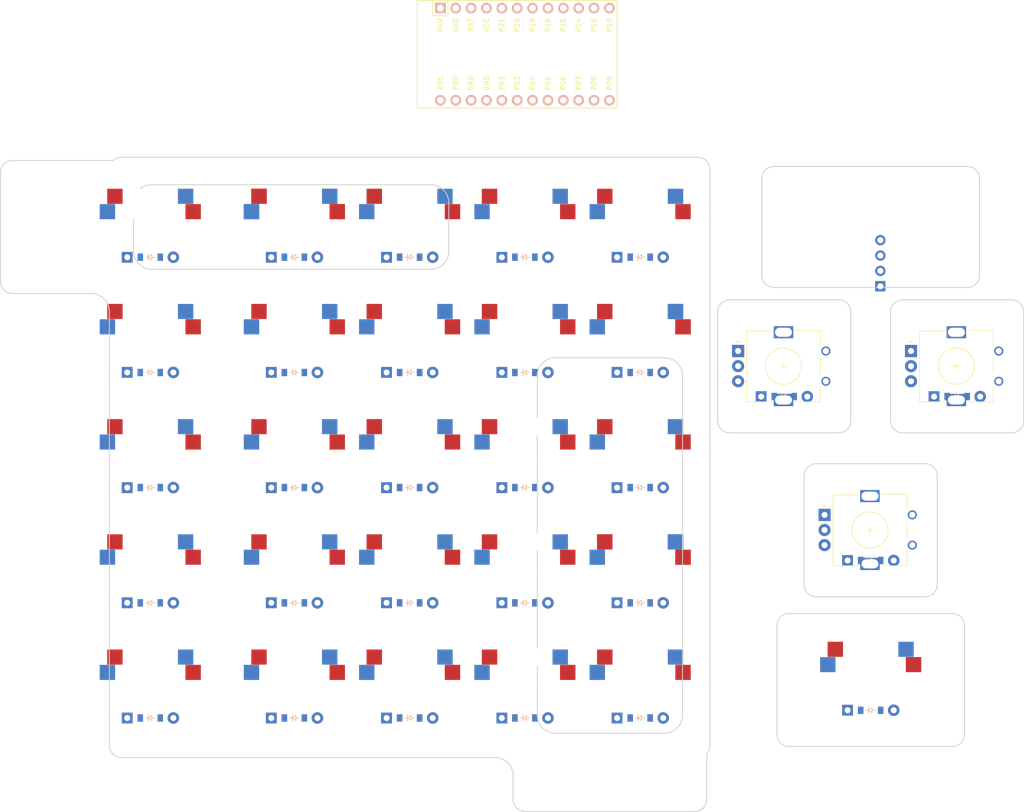
<source format=kicad_pcb>


(kicad_pcb (version 20171130) (host pcbnew 5.1.6)

  (page A3)
  (title_block
    (title "keyboard_numpad")
    (rev "0.1")
    (company "cline")
  )

  (general
    (thickness 1.6)
  )

  (layers
    (0 F.Cu signal)
    (31 B.Cu signal)
    (32 B.Adhes user)
    (33 F.Adhes user)
    (34 B.Paste user)
    (35 F.Paste user)
    (36 B.SilkS user)
    (37 F.SilkS user)
    (38 B.Mask user)
    (39 F.Mask user)
    (40 Dwgs.User user)
    (41 Cmts.User user)
    (42 Eco1.User user)
    (43 Eco2.User user)
    (44 Edge.Cuts user)
    (45 Margin user)
    (46 B.CrtYd user)
    (47 F.CrtYd user)
    (48 B.Fab user)
    (49 F.Fab user)
  )

  (setup
    (last_trace_width 0.25)
    (trace_clearance 0.2)
    (zone_clearance 0.508)
    (zone_45_only no)
    (trace_min 0.2)
    (via_size 0.8)
    (via_drill 0.4)
    (via_min_size 0.4)
    (via_min_drill 0.3)
    (uvia_size 0.3)
    (uvia_drill 0.1)
    (uvias_allowed no)
    (uvia_min_size 0.2)
    (uvia_min_drill 0.1)
    (edge_width 0.05)
    (segment_width 0.2)
    (pcb_text_width 0.3)
    (pcb_text_size 1.5 1.5)
    (mod_edge_width 0.12)
    (mod_text_size 1 1)
    (mod_text_width 0.15)
    (pad_size 1.524 1.524)
    (pad_drill 0.762)
    (pad_to_mask_clearance 0.05)
    (aux_axis_origin 0 0)
    (visible_elements FFFFFF7F)
    (pcbplotparams
      (layerselection 0x010fc_ffffffff)
      (usegerberextensions false)
      (usegerberattributes true)
      (usegerberadvancedattributes true)
      (creategerberjobfile true)
      (excludeedgelayer true)
      (linewidth 0.100000)
      (plotframeref false)
      (viasonmask false)
      (mode 1)
      (useauxorigin false)
      (hpglpennumber 1)
      (hpglpenspeed 20)
      (hpglpendiameter 15.000000)
      (psnegative false)
      (psa4output false)
      (plotreference true)
      (plotvalue true)
      (plotinvisibletext false)
      (padsonsilk false)
      (subtractmaskfromsilk false)
      (outputformat 1)
      (mirror false)
      (drillshape 1)
      (scaleselection 1)
      (outputdirectory ""))
  )

  (net 0 "")
(net 1 "col0")
(net 2 "col0_row0")
(net 3 "col0_row1")
(net 4 "col0_row2")
(net 5 "col0_row3")
(net 6 "col0_row4")
(net 7 "col1")
(net 8 "col1_row0")
(net 9 "col1_row1")
(net 10 "col1_row2")
(net 11 "col1_row3")
(net 12 "col1_row4")
(net 13 "col2")
(net 14 "col2_row0")
(net 15 "col2_row1")
(net 16 "col2_row2")
(net 17 "col2_row3")
(net 18 "col2_row4")
(net 19 "col3")
(net 20 "col3_row0")
(net 21 "col3_row1")
(net 22 "col3_row2")
(net 23 "col3_row3")
(net 24 "col3_row4")
(net 25 "col_left")
(net 26 "nav_col_row0")
(net 27 "nav_col_row1")
(net 28 "nav_col_row2")
(net 29 "nav_col_row3")
(net 30 "nav_col_row4")
(net 31 "row4")
(net 32 "row1")
(net 33 "row3")
(net 34 "col_thumb")
(net 35 "row_thumb")
(net 36 "col_enc_left")
(net 37 "row_enc_left")
(net 38 "encoder_left_a")
(net 39 "encoder_left_b")
(net 40 "GND")
(net 41 "col_enc_right")
(net 42 "row_enc_right")
(net 43 "encoder_right_a")
(net 44 "encoder_right_b")
(net 45 "col_enc_bottom")
(net 46 "row_enc_bottom")
(net 47 "encoder_bottom_a")
(net 48 "encoder_bottom_b")
(net 49 "row0")
(net 50 "row2")
(net 51 "default_default")
(net 52 "VCC")
(net 53 "P3")
(net 54 "P2")
(net 55 "RAW")
(net 56 "RST")
(net 57 "SCL")
(net 58 "SDA")

  (net_class Default "This is the default net class."
    (clearance 0.2)
    (trace_width 0.25)
    (via_dia 0.8)
    (via_drill 0.4)
    (uvia_dia 0.3)
    (uvia_drill 0.1)
    (add_net "")
(add_net "col0")
(add_net "col0_row0")
(add_net "col0_row1")
(add_net "col0_row2")
(add_net "col0_row3")
(add_net "col0_row4")
(add_net "col1")
(add_net "col1_row0")
(add_net "col1_row1")
(add_net "col1_row2")
(add_net "col1_row3")
(add_net "col1_row4")
(add_net "col2")
(add_net "col2_row0")
(add_net "col2_row1")
(add_net "col2_row2")
(add_net "col2_row3")
(add_net "col2_row4")
(add_net "col3")
(add_net "col3_row0")
(add_net "col3_row1")
(add_net "col3_row2")
(add_net "col3_row3")
(add_net "col3_row4")
(add_net "col_left")
(add_net "nav_col_row0")
(add_net "nav_col_row1")
(add_net "nav_col_row2")
(add_net "nav_col_row3")
(add_net "nav_col_row4")
(add_net "row4")
(add_net "row1")
(add_net "row3")
(add_net "col_thumb")
(add_net "row_thumb")
(add_net "col_enc_left")
(add_net "row_enc_left")
(add_net "encoder_left_a")
(add_net "encoder_left_b")
(add_net "GND")
(add_net "col_enc_right")
(add_net "row_enc_right")
(add_net "encoder_right_a")
(add_net "encoder_right_b")
(add_net "col_enc_bottom")
(add_net "row_enc_bottom")
(add_net "encoder_bottom_a")
(add_net "encoder_bottom_b")
(add_net "row0")
(add_net "row2")
(add_net "default_default")
(add_net "VCC")
(add_net "P3")
(add_net "P2")
(add_net "RAW")
(add_net "RST")
(add_net "SCL")
(add_net "SDA")
  )

  
        
      (module MX (layer F.Cu) (tedit 5DD4F656)
      (at 57.15 -38.1 0)

      
      (fp_text reference "S1" (at 0 0) (layer F.SilkS) hide (effects (font (size 1.27 1.27) (thickness 0.15))))
      (fp_text value "" (at 0 0) (layer F.SilkS) hide (effects (font (size 1.27 1.27) (thickness 0.15))))

      
      (fp_line (start -7 -6) (end -7 -7) (layer Dwgs.User) (width 0.15))
      (fp_line (start -7 7) (end -6 7) (layer Dwgs.User) (width 0.15))
      (fp_line (start -6 -7) (end -7 -7) (layer Dwgs.User) (width 0.15))
      (fp_line (start -7 7) (end -7 6) (layer Dwgs.User) (width 0.15))
      (fp_line (start 7 6) (end 7 7) (layer Dwgs.User) (width 0.15))
      (fp_line (start 7 -7) (end 6 -7) (layer Dwgs.User) (width 0.15))
      (fp_line (start 6 7) (end 7 7) (layer Dwgs.User) (width 0.15))
      (fp_line (start 7 -7) (end 7 -6) (layer Dwgs.User) (width 0.15))
    
      
      (pad "" np_thru_hole circle (at 0 0) (size 3.9878 3.9878) (drill 3.9878) (layers *.Cu *.Mask))

      
      (pad "" np_thru_hole circle (at 5.08 0) (size 1.7018 1.7018) (drill 1.7018) (layers *.Cu *.Mask))
      (pad "" np_thru_hole circle (at -5.08 0) (size 1.7018 1.7018) (drill 1.7018) (layers *.Cu *.Mask))
      
        
      
      (fp_line (start -9.5 -9.5) (end 9.5 -9.5) (layer Dwgs.User) (width 0.15))
      (fp_line (start 9.5 -9.5) (end 9.5 9.5) (layer Dwgs.User) (width 0.15))
      (fp_line (start 9.5 9.5) (end -9.5 9.5) (layer Dwgs.User) (width 0.15))
      (fp_line (start -9.5 9.5) (end -9.5 -9.5) (layer Dwgs.User) (width 0.15))
      
        
        
        (pad "" np_thru_hole circle (at 2.54 -5.08) (size 3 3) (drill 3) (layers *.Cu *.Mask))
        (pad "" np_thru_hole circle (at -3.81 -2.54) (size 3 3) (drill 3) (layers *.Cu *.Mask))
        
        
        (pad 1 smd rect (at -7.085 -2.54 0) (size 2.55 2.5) (layers B.Cu B.Paste B.Mask) (net 1 "col0"))
        (pad 2 smd rect (at 5.842 -5.08 0) (size 2.55 2.5) (layers B.Cu B.Paste B.Mask) (net 2 "col0_row0"))
        
        
        
        (pad "" np_thru_hole circle (at -2.54 -5.08) (size 3 3) (drill 3) (layers *.Cu *.Mask))
        (pad "" np_thru_hole circle (at 3.81 -2.54) (size 3 3) (drill 3) (layers *.Cu *.Mask))
        
        
        (pad 1 smd rect (at 7.085 -2.54 0) (size 2.55 2.5) (layers F.Cu F.Paste F.Mask) (net 1 "col0"))
        (pad 2 smd rect (at -5.842 -5.08 0) (size 2.55 2.5) (layers F.Cu F.Paste F.Mask) (net 2 "col0_row0"))
        )
        

        
      (module MX (layer F.Cu) (tedit 5DD4F656)
      (at 57.15 -57.150000000000006 0)

      
      (fp_text reference "S2" (at 0 0) (layer F.SilkS) hide (effects (font (size 1.27 1.27) (thickness 0.15))))
      (fp_text value "" (at 0 0) (layer F.SilkS) hide (effects (font (size 1.27 1.27) (thickness 0.15))))

      
      (fp_line (start -7 -6) (end -7 -7) (layer Dwgs.User) (width 0.15))
      (fp_line (start -7 7) (end -6 7) (layer Dwgs.User) (width 0.15))
      (fp_line (start -6 -7) (end -7 -7) (layer Dwgs.User) (width 0.15))
      (fp_line (start -7 7) (end -7 6) (layer Dwgs.User) (width 0.15))
      (fp_line (start 7 6) (end 7 7) (layer Dwgs.User) (width 0.15))
      (fp_line (start 7 -7) (end 6 -7) (layer Dwgs.User) (width 0.15))
      (fp_line (start 6 7) (end 7 7) (layer Dwgs.User) (width 0.15))
      (fp_line (start 7 -7) (end 7 -6) (layer Dwgs.User) (width 0.15))
    
      
      (pad "" np_thru_hole circle (at 0 0) (size 3.9878 3.9878) (drill 3.9878) (layers *.Cu *.Mask))

      
      (pad "" np_thru_hole circle (at 5.08 0) (size 1.7018 1.7018) (drill 1.7018) (layers *.Cu *.Mask))
      (pad "" np_thru_hole circle (at -5.08 0) (size 1.7018 1.7018) (drill 1.7018) (layers *.Cu *.Mask))
      
        
      
      (fp_line (start -9.5 -9.5) (end 9.5 -9.5) (layer Dwgs.User) (width 0.15))
      (fp_line (start 9.5 -9.5) (end 9.5 9.5) (layer Dwgs.User) (width 0.15))
      (fp_line (start 9.5 9.5) (end -9.5 9.5) (layer Dwgs.User) (width 0.15))
      (fp_line (start -9.5 9.5) (end -9.5 -9.5) (layer Dwgs.User) (width 0.15))
      
        
        
        (pad "" np_thru_hole circle (at 2.54 -5.08) (size 3 3) (drill 3) (layers *.Cu *.Mask))
        (pad "" np_thru_hole circle (at -3.81 -2.54) (size 3 3) (drill 3) (layers *.Cu *.Mask))
        
        
        (pad 1 smd rect (at -7.085 -2.54 0) (size 2.55 2.5) (layers B.Cu B.Paste B.Mask) (net 1 "col0"))
        (pad 2 smd rect (at 5.842 -5.08 0) (size 2.55 2.5) (layers B.Cu B.Paste B.Mask) (net 3 "col0_row1"))
        
        
        
        (pad "" np_thru_hole circle (at -2.54 -5.08) (size 3 3) (drill 3) (layers *.Cu *.Mask))
        (pad "" np_thru_hole circle (at 3.81 -2.54) (size 3 3) (drill 3) (layers *.Cu *.Mask))
        
        
        (pad 1 smd rect (at 7.085 -2.54 0) (size 2.55 2.5) (layers F.Cu F.Paste F.Mask) (net 1 "col0"))
        (pad 2 smd rect (at -5.842 -5.08 0) (size 2.55 2.5) (layers F.Cu F.Paste F.Mask) (net 3 "col0_row1"))
        )
        

        
      (module MX (layer F.Cu) (tedit 5DD4F656)
      (at 57.15 -76.2 0)

      
      (fp_text reference "S3" (at 0 0) (layer F.SilkS) hide (effects (font (size 1.27 1.27) (thickness 0.15))))
      (fp_text value "" (at 0 0) (layer F.SilkS) hide (effects (font (size 1.27 1.27) (thickness 0.15))))

      
      (fp_line (start -7 -6) (end -7 -7) (layer Dwgs.User) (width 0.15))
      (fp_line (start -7 7) (end -6 7) (layer Dwgs.User) (width 0.15))
      (fp_line (start -6 -7) (end -7 -7) (layer Dwgs.User) (width 0.15))
      (fp_line (start -7 7) (end -7 6) (layer Dwgs.User) (width 0.15))
      (fp_line (start 7 6) (end 7 7) (layer Dwgs.User) (width 0.15))
      (fp_line (start 7 -7) (end 6 -7) (layer Dwgs.User) (width 0.15))
      (fp_line (start 6 7) (end 7 7) (layer Dwgs.User) (width 0.15))
      (fp_line (start 7 -7) (end 7 -6) (layer Dwgs.User) (width 0.15))
    
      
      (pad "" np_thru_hole circle (at 0 0) (size 3.9878 3.9878) (drill 3.9878) (layers *.Cu *.Mask))

      
      (pad "" np_thru_hole circle (at 5.08 0) (size 1.7018 1.7018) (drill 1.7018) (layers *.Cu *.Mask))
      (pad "" np_thru_hole circle (at -5.08 0) (size 1.7018 1.7018) (drill 1.7018) (layers *.Cu *.Mask))
      
        
      
      (fp_line (start -9.5 -9.5) (end 9.5 -9.5) (layer Dwgs.User) (width 0.15))
      (fp_line (start 9.5 -9.5) (end 9.5 9.5) (layer Dwgs.User) (width 0.15))
      (fp_line (start 9.5 9.5) (end -9.5 9.5) (layer Dwgs.User) (width 0.15))
      (fp_line (start -9.5 9.5) (end -9.5 -9.5) (layer Dwgs.User) (width 0.15))
      
        
        
        (pad "" np_thru_hole circle (at 2.54 -5.08) (size 3 3) (drill 3) (layers *.Cu *.Mask))
        (pad "" np_thru_hole circle (at -3.81 -2.54) (size 3 3) (drill 3) (layers *.Cu *.Mask))
        
        
        (pad 1 smd rect (at -7.085 -2.54 0) (size 2.55 2.5) (layers B.Cu B.Paste B.Mask) (net 1 "col0"))
        (pad 2 smd rect (at 5.842 -5.08 0) (size 2.55 2.5) (layers B.Cu B.Paste B.Mask) (net 4 "col0_row2"))
        
        
        
        (pad "" np_thru_hole circle (at -2.54 -5.08) (size 3 3) (drill 3) (layers *.Cu *.Mask))
        (pad "" np_thru_hole circle (at 3.81 -2.54) (size 3 3) (drill 3) (layers *.Cu *.Mask))
        
        
        (pad 1 smd rect (at 7.085 -2.54 0) (size 2.55 2.5) (layers F.Cu F.Paste F.Mask) (net 1 "col0"))
        (pad 2 smd rect (at -5.842 -5.08 0) (size 2.55 2.5) (layers F.Cu F.Paste F.Mask) (net 4 "col0_row2"))
        )
        

        
      (module MX (layer F.Cu) (tedit 5DD4F656)
      (at 57.15 -95.25 0)

      
      (fp_text reference "S4" (at 0 0) (layer F.SilkS) hide (effects (font (size 1.27 1.27) (thickness 0.15))))
      (fp_text value "" (at 0 0) (layer F.SilkS) hide (effects (font (size 1.27 1.27) (thickness 0.15))))

      
      (fp_line (start -7 -6) (end -7 -7) (layer Dwgs.User) (width 0.15))
      (fp_line (start -7 7) (end -6 7) (layer Dwgs.User) (width 0.15))
      (fp_line (start -6 -7) (end -7 -7) (layer Dwgs.User) (width 0.15))
      (fp_line (start -7 7) (end -7 6) (layer Dwgs.User) (width 0.15))
      (fp_line (start 7 6) (end 7 7) (layer Dwgs.User) (width 0.15))
      (fp_line (start 7 -7) (end 6 -7) (layer Dwgs.User) (width 0.15))
      (fp_line (start 6 7) (end 7 7) (layer Dwgs.User) (width 0.15))
      (fp_line (start 7 -7) (end 7 -6) (layer Dwgs.User) (width 0.15))
    
      
      (pad "" np_thru_hole circle (at 0 0) (size 3.9878 3.9878) (drill 3.9878) (layers *.Cu *.Mask))

      
      (pad "" np_thru_hole circle (at 5.08 0) (size 1.7018 1.7018) (drill 1.7018) (layers *.Cu *.Mask))
      (pad "" np_thru_hole circle (at -5.08 0) (size 1.7018 1.7018) (drill 1.7018) (layers *.Cu *.Mask))
      
        
      
      (fp_line (start -9.5 -9.5) (end 9.5 -9.5) (layer Dwgs.User) (width 0.15))
      (fp_line (start 9.5 -9.5) (end 9.5 9.5) (layer Dwgs.User) (width 0.15))
      (fp_line (start 9.5 9.5) (end -9.5 9.5) (layer Dwgs.User) (width 0.15))
      (fp_line (start -9.5 9.5) (end -9.5 -9.5) (layer Dwgs.User) (width 0.15))
      
        
        
        (pad "" np_thru_hole circle (at 2.54 -5.08) (size 3 3) (drill 3) (layers *.Cu *.Mask))
        (pad "" np_thru_hole circle (at -3.81 -2.54) (size 3 3) (drill 3) (layers *.Cu *.Mask))
        
        
        (pad 1 smd rect (at -7.085 -2.54 0) (size 2.55 2.5) (layers B.Cu B.Paste B.Mask) (net 1 "col0"))
        (pad 2 smd rect (at 5.842 -5.08 0) (size 2.55 2.5) (layers B.Cu B.Paste B.Mask) (net 5 "col0_row3"))
        
        
        
        (pad "" np_thru_hole circle (at -2.54 -5.08) (size 3 3) (drill 3) (layers *.Cu *.Mask))
        (pad "" np_thru_hole circle (at 3.81 -2.54) (size 3 3) (drill 3) (layers *.Cu *.Mask))
        
        
        (pad 1 smd rect (at 7.085 -2.54 0) (size 2.55 2.5) (layers F.Cu F.Paste F.Mask) (net 1 "col0"))
        (pad 2 smd rect (at -5.842 -5.08 0) (size 2.55 2.5) (layers F.Cu F.Paste F.Mask) (net 5 "col0_row3"))
        )
        

        
      (module MX (layer F.Cu) (tedit 5DD4F656)
      (at 57.15 -114.3 0)

      
      (fp_text reference "S5" (at 0 0) (layer F.SilkS) hide (effects (font (size 1.27 1.27) (thickness 0.15))))
      (fp_text value "" (at 0 0) (layer F.SilkS) hide (effects (font (size 1.27 1.27) (thickness 0.15))))

      
      (fp_line (start -7 -6) (end -7 -7) (layer Dwgs.User) (width 0.15))
      (fp_line (start -7 7) (end -6 7) (layer Dwgs.User) (width 0.15))
      (fp_line (start -6 -7) (end -7 -7) (layer Dwgs.User) (width 0.15))
      (fp_line (start -7 7) (end -7 6) (layer Dwgs.User) (width 0.15))
      (fp_line (start 7 6) (end 7 7) (layer Dwgs.User) (width 0.15))
      (fp_line (start 7 -7) (end 6 -7) (layer Dwgs.User) (width 0.15))
      (fp_line (start 6 7) (end 7 7) (layer Dwgs.User) (width 0.15))
      (fp_line (start 7 -7) (end 7 -6) (layer Dwgs.User) (width 0.15))
    
      
      (pad "" np_thru_hole circle (at 0 0) (size 3.9878 3.9878) (drill 3.9878) (layers *.Cu *.Mask))

      
      (pad "" np_thru_hole circle (at 5.08 0) (size 1.7018 1.7018) (drill 1.7018) (layers *.Cu *.Mask))
      (pad "" np_thru_hole circle (at -5.08 0) (size 1.7018 1.7018) (drill 1.7018) (layers *.Cu *.Mask))
      
        
      
      (fp_line (start -9.5 -9.5) (end 9.5 -9.5) (layer Dwgs.User) (width 0.15))
      (fp_line (start 9.5 -9.5) (end 9.5 9.5) (layer Dwgs.User) (width 0.15))
      (fp_line (start 9.5 9.5) (end -9.5 9.5) (layer Dwgs.User) (width 0.15))
      (fp_line (start -9.5 9.5) (end -9.5 -9.5) (layer Dwgs.User) (width 0.15))
      
        
        
        (pad "" np_thru_hole circle (at 2.54 -5.08) (size 3 3) (drill 3) (layers *.Cu *.Mask))
        (pad "" np_thru_hole circle (at -3.81 -2.54) (size 3 3) (drill 3) (layers *.Cu *.Mask))
        
        
        (pad 1 smd rect (at -7.085 -2.54 0) (size 2.55 2.5) (layers B.Cu B.Paste B.Mask) (net 1 "col0"))
        (pad 2 smd rect (at 5.842 -5.08 0) (size 2.55 2.5) (layers B.Cu B.Paste B.Mask) (net 6 "col0_row4"))
        
        
        
        (pad "" np_thru_hole circle (at -2.54 -5.08) (size 3 3) (drill 3) (layers *.Cu *.Mask))
        (pad "" np_thru_hole circle (at 3.81 -2.54) (size 3 3) (drill 3) (layers *.Cu *.Mask))
        
        
        (pad 1 smd rect (at 7.085 -2.54 0) (size 2.55 2.5) (layers F.Cu F.Paste F.Mask) (net 1 "col0"))
        (pad 2 smd rect (at -5.842 -5.08 0) (size 2.55 2.5) (layers F.Cu F.Paste F.Mask) (net 6 "col0_row4"))
        )
        

        
      (module MX (layer F.Cu) (tedit 5DD4F656)
      (at 76.2 -38.1 0)

      
      (fp_text reference "S6" (at 0 0) (layer F.SilkS) hide (effects (font (size 1.27 1.27) (thickness 0.15))))
      (fp_text value "" (at 0 0) (layer F.SilkS) hide (effects (font (size 1.27 1.27) (thickness 0.15))))

      
      (fp_line (start -7 -6) (end -7 -7) (layer Dwgs.User) (width 0.15))
      (fp_line (start -7 7) (end -6 7) (layer Dwgs.User) (width 0.15))
      (fp_line (start -6 -7) (end -7 -7) (layer Dwgs.User) (width 0.15))
      (fp_line (start -7 7) (end -7 6) (layer Dwgs.User) (width 0.15))
      (fp_line (start 7 6) (end 7 7) (layer Dwgs.User) (width 0.15))
      (fp_line (start 7 -7) (end 6 -7) (layer Dwgs.User) (width 0.15))
      (fp_line (start 6 7) (end 7 7) (layer Dwgs.User) (width 0.15))
      (fp_line (start 7 -7) (end 7 -6) (layer Dwgs.User) (width 0.15))
    
      
      (pad "" np_thru_hole circle (at 0 0) (size 3.9878 3.9878) (drill 3.9878) (layers *.Cu *.Mask))

      
      (pad "" np_thru_hole circle (at 5.08 0) (size 1.7018 1.7018) (drill 1.7018) (layers *.Cu *.Mask))
      (pad "" np_thru_hole circle (at -5.08 0) (size 1.7018 1.7018) (drill 1.7018) (layers *.Cu *.Mask))
      
        
      
      (fp_line (start -9.5 -9.5) (end 9.5 -9.5) (layer Dwgs.User) (width 0.15))
      (fp_line (start 9.5 -9.5) (end 9.5 9.5) (layer Dwgs.User) (width 0.15))
      (fp_line (start 9.5 9.5) (end -9.5 9.5) (layer Dwgs.User) (width 0.15))
      (fp_line (start -9.5 9.5) (end -9.5 -9.5) (layer Dwgs.User) (width 0.15))
      
        
        
        (pad "" np_thru_hole circle (at 2.54 -5.08) (size 3 3) (drill 3) (layers *.Cu *.Mask))
        (pad "" np_thru_hole circle (at -3.81 -2.54) (size 3 3) (drill 3) (layers *.Cu *.Mask))
        
        
        (pad 1 smd rect (at -7.085 -2.54 0) (size 2.55 2.5) (layers B.Cu B.Paste B.Mask) (net 7 "col1"))
        (pad 2 smd rect (at 5.842 -5.08 0) (size 2.55 2.5) (layers B.Cu B.Paste B.Mask) (net 8 "col1_row0"))
        
        
        
        (pad "" np_thru_hole circle (at -2.54 -5.08) (size 3 3) (drill 3) (layers *.Cu *.Mask))
        (pad "" np_thru_hole circle (at 3.81 -2.54) (size 3 3) (drill 3) (layers *.Cu *.Mask))
        
        
        (pad 1 smd rect (at 7.085 -2.54 0) (size 2.55 2.5) (layers F.Cu F.Paste F.Mask) (net 7 "col1"))
        (pad 2 smd rect (at -5.842 -5.08 0) (size 2.55 2.5) (layers F.Cu F.Paste F.Mask) (net 8 "col1_row0"))
        )
        

        
      (module MX (layer F.Cu) (tedit 5DD4F656)
      (at 76.2 -57.150000000000006 0)

      
      (fp_text reference "S7" (at 0 0) (layer F.SilkS) hide (effects (font (size 1.27 1.27) (thickness 0.15))))
      (fp_text value "" (at 0 0) (layer F.SilkS) hide (effects (font (size 1.27 1.27) (thickness 0.15))))

      
      (fp_line (start -7 -6) (end -7 -7) (layer Dwgs.User) (width 0.15))
      (fp_line (start -7 7) (end -6 7) (layer Dwgs.User) (width 0.15))
      (fp_line (start -6 -7) (end -7 -7) (layer Dwgs.User) (width 0.15))
      (fp_line (start -7 7) (end -7 6) (layer Dwgs.User) (width 0.15))
      (fp_line (start 7 6) (end 7 7) (layer Dwgs.User) (width 0.15))
      (fp_line (start 7 -7) (end 6 -7) (layer Dwgs.User) (width 0.15))
      (fp_line (start 6 7) (end 7 7) (layer Dwgs.User) (width 0.15))
      (fp_line (start 7 -7) (end 7 -6) (layer Dwgs.User) (width 0.15))
    
      
      (pad "" np_thru_hole circle (at 0 0) (size 3.9878 3.9878) (drill 3.9878) (layers *.Cu *.Mask))

      
      (pad "" np_thru_hole circle (at 5.08 0) (size 1.7018 1.7018) (drill 1.7018) (layers *.Cu *.Mask))
      (pad "" np_thru_hole circle (at -5.08 0) (size 1.7018 1.7018) (drill 1.7018) (layers *.Cu *.Mask))
      
        
      
      (fp_line (start -9.5 -9.5) (end 9.5 -9.5) (layer Dwgs.User) (width 0.15))
      (fp_line (start 9.5 -9.5) (end 9.5 9.5) (layer Dwgs.User) (width 0.15))
      (fp_line (start 9.5 9.5) (end -9.5 9.5) (layer Dwgs.User) (width 0.15))
      (fp_line (start -9.5 9.5) (end -9.5 -9.5) (layer Dwgs.User) (width 0.15))
      
        
        
        (pad "" np_thru_hole circle (at 2.54 -5.08) (size 3 3) (drill 3) (layers *.Cu *.Mask))
        (pad "" np_thru_hole circle (at -3.81 -2.54) (size 3 3) (drill 3) (layers *.Cu *.Mask))
        
        
        (pad 1 smd rect (at -7.085 -2.54 0) (size 2.55 2.5) (layers B.Cu B.Paste B.Mask) (net 7 "col1"))
        (pad 2 smd rect (at 5.842 -5.08 0) (size 2.55 2.5) (layers B.Cu B.Paste B.Mask) (net 9 "col1_row1"))
        
        
        
        (pad "" np_thru_hole circle (at -2.54 -5.08) (size 3 3) (drill 3) (layers *.Cu *.Mask))
        (pad "" np_thru_hole circle (at 3.81 -2.54) (size 3 3) (drill 3) (layers *.Cu *.Mask))
        
        
        (pad 1 smd rect (at 7.085 -2.54 0) (size 2.55 2.5) (layers F.Cu F.Paste F.Mask) (net 7 "col1"))
        (pad 2 smd rect (at -5.842 -5.08 0) (size 2.55 2.5) (layers F.Cu F.Paste F.Mask) (net 9 "col1_row1"))
        )
        

        
      (module MX (layer F.Cu) (tedit 5DD4F656)
      (at 76.2 -76.2 0)

      
      (fp_text reference "S8" (at 0 0) (layer F.SilkS) hide (effects (font (size 1.27 1.27) (thickness 0.15))))
      (fp_text value "" (at 0 0) (layer F.SilkS) hide (effects (font (size 1.27 1.27) (thickness 0.15))))

      
      (fp_line (start -7 -6) (end -7 -7) (layer Dwgs.User) (width 0.15))
      (fp_line (start -7 7) (end -6 7) (layer Dwgs.User) (width 0.15))
      (fp_line (start -6 -7) (end -7 -7) (layer Dwgs.User) (width 0.15))
      (fp_line (start -7 7) (end -7 6) (layer Dwgs.User) (width 0.15))
      (fp_line (start 7 6) (end 7 7) (layer Dwgs.User) (width 0.15))
      (fp_line (start 7 -7) (end 6 -7) (layer Dwgs.User) (width 0.15))
      (fp_line (start 6 7) (end 7 7) (layer Dwgs.User) (width 0.15))
      (fp_line (start 7 -7) (end 7 -6) (layer Dwgs.User) (width 0.15))
    
      
      (pad "" np_thru_hole circle (at 0 0) (size 3.9878 3.9878) (drill 3.9878) (layers *.Cu *.Mask))

      
      (pad "" np_thru_hole circle (at 5.08 0) (size 1.7018 1.7018) (drill 1.7018) (layers *.Cu *.Mask))
      (pad "" np_thru_hole circle (at -5.08 0) (size 1.7018 1.7018) (drill 1.7018) (layers *.Cu *.Mask))
      
        
      
      (fp_line (start -9.5 -9.5) (end 9.5 -9.5) (layer Dwgs.User) (width 0.15))
      (fp_line (start 9.5 -9.5) (end 9.5 9.5) (layer Dwgs.User) (width 0.15))
      (fp_line (start 9.5 9.5) (end -9.5 9.5) (layer Dwgs.User) (width 0.15))
      (fp_line (start -9.5 9.5) (end -9.5 -9.5) (layer Dwgs.User) (width 0.15))
      
        
        
        (pad "" np_thru_hole circle (at 2.54 -5.08) (size 3 3) (drill 3) (layers *.Cu *.Mask))
        (pad "" np_thru_hole circle (at -3.81 -2.54) (size 3 3) (drill 3) (layers *.Cu *.Mask))
        
        
        (pad 1 smd rect (at -7.085 -2.54 0) (size 2.55 2.5) (layers B.Cu B.Paste B.Mask) (net 7 "col1"))
        (pad 2 smd rect (at 5.842 -5.08 0) (size 2.55 2.5) (layers B.Cu B.Paste B.Mask) (net 10 "col1_row2"))
        
        
        
        (pad "" np_thru_hole circle (at -2.54 -5.08) (size 3 3) (drill 3) (layers *.Cu *.Mask))
        (pad "" np_thru_hole circle (at 3.81 -2.54) (size 3 3) (drill 3) (layers *.Cu *.Mask))
        
        
        (pad 1 smd rect (at 7.085 -2.54 0) (size 2.55 2.5) (layers F.Cu F.Paste F.Mask) (net 7 "col1"))
        (pad 2 smd rect (at -5.842 -5.08 0) (size 2.55 2.5) (layers F.Cu F.Paste F.Mask) (net 10 "col1_row2"))
        )
        

        
      (module MX (layer F.Cu) (tedit 5DD4F656)
      (at 76.2 -95.25 0)

      
      (fp_text reference "S9" (at 0 0) (layer F.SilkS) hide (effects (font (size 1.27 1.27) (thickness 0.15))))
      (fp_text value "" (at 0 0) (layer F.SilkS) hide (effects (font (size 1.27 1.27) (thickness 0.15))))

      
      (fp_line (start -7 -6) (end -7 -7) (layer Dwgs.User) (width 0.15))
      (fp_line (start -7 7) (end -6 7) (layer Dwgs.User) (width 0.15))
      (fp_line (start -6 -7) (end -7 -7) (layer Dwgs.User) (width 0.15))
      (fp_line (start -7 7) (end -7 6) (layer Dwgs.User) (width 0.15))
      (fp_line (start 7 6) (end 7 7) (layer Dwgs.User) (width 0.15))
      (fp_line (start 7 -7) (end 6 -7) (layer Dwgs.User) (width 0.15))
      (fp_line (start 6 7) (end 7 7) (layer Dwgs.User) (width 0.15))
      (fp_line (start 7 -7) (end 7 -6) (layer Dwgs.User) (width 0.15))
    
      
      (pad "" np_thru_hole circle (at 0 0) (size 3.9878 3.9878) (drill 3.9878) (layers *.Cu *.Mask))

      
      (pad "" np_thru_hole circle (at 5.08 0) (size 1.7018 1.7018) (drill 1.7018) (layers *.Cu *.Mask))
      (pad "" np_thru_hole circle (at -5.08 0) (size 1.7018 1.7018) (drill 1.7018) (layers *.Cu *.Mask))
      
        
      
      (fp_line (start -9.5 -9.5) (end 9.5 -9.5) (layer Dwgs.User) (width 0.15))
      (fp_line (start 9.5 -9.5) (end 9.5 9.5) (layer Dwgs.User) (width 0.15))
      (fp_line (start 9.5 9.5) (end -9.5 9.5) (layer Dwgs.User) (width 0.15))
      (fp_line (start -9.5 9.5) (end -9.5 -9.5) (layer Dwgs.User) (width 0.15))
      
        
        
        (pad "" np_thru_hole circle (at 2.54 -5.08) (size 3 3) (drill 3) (layers *.Cu *.Mask))
        (pad "" np_thru_hole circle (at -3.81 -2.54) (size 3 3) (drill 3) (layers *.Cu *.Mask))
        
        
        (pad 1 smd rect (at -7.085 -2.54 0) (size 2.55 2.5) (layers B.Cu B.Paste B.Mask) (net 7 "col1"))
        (pad 2 smd rect (at 5.842 -5.08 0) (size 2.55 2.5) (layers B.Cu B.Paste B.Mask) (net 11 "col1_row3"))
        
        
        
        (pad "" np_thru_hole circle (at -2.54 -5.08) (size 3 3) (drill 3) (layers *.Cu *.Mask))
        (pad "" np_thru_hole circle (at 3.81 -2.54) (size 3 3) (drill 3) (layers *.Cu *.Mask))
        
        
        (pad 1 smd rect (at 7.085 -2.54 0) (size 2.55 2.5) (layers F.Cu F.Paste F.Mask) (net 7 "col1"))
        (pad 2 smd rect (at -5.842 -5.08 0) (size 2.55 2.5) (layers F.Cu F.Paste F.Mask) (net 11 "col1_row3"))
        )
        

        
      (module MX (layer F.Cu) (tedit 5DD4F656)
      (at 76.2 -114.3 0)

      
      (fp_text reference "S10" (at 0 0) (layer F.SilkS) hide (effects (font (size 1.27 1.27) (thickness 0.15))))
      (fp_text value "" (at 0 0) (layer F.SilkS) hide (effects (font (size 1.27 1.27) (thickness 0.15))))

      
      (fp_line (start -7 -6) (end -7 -7) (layer Dwgs.User) (width 0.15))
      (fp_line (start -7 7) (end -6 7) (layer Dwgs.User) (width 0.15))
      (fp_line (start -6 -7) (end -7 -7) (layer Dwgs.User) (width 0.15))
      (fp_line (start -7 7) (end -7 6) (layer Dwgs.User) (width 0.15))
      (fp_line (start 7 6) (end 7 7) (layer Dwgs.User) (width 0.15))
      (fp_line (start 7 -7) (end 6 -7) (layer Dwgs.User) (width 0.15))
      (fp_line (start 6 7) (end 7 7) (layer Dwgs.User) (width 0.15))
      (fp_line (start 7 -7) (end 7 -6) (layer Dwgs.User) (width 0.15))
    
      
      (pad "" np_thru_hole circle (at 0 0) (size 3.9878 3.9878) (drill 3.9878) (layers *.Cu *.Mask))

      
      (pad "" np_thru_hole circle (at 5.08 0) (size 1.7018 1.7018) (drill 1.7018) (layers *.Cu *.Mask))
      (pad "" np_thru_hole circle (at -5.08 0) (size 1.7018 1.7018) (drill 1.7018) (layers *.Cu *.Mask))
      
        
      
      (fp_line (start -9.5 -9.5) (end 9.5 -9.5) (layer Dwgs.User) (width 0.15))
      (fp_line (start 9.5 -9.5) (end 9.5 9.5) (layer Dwgs.User) (width 0.15))
      (fp_line (start 9.5 9.5) (end -9.5 9.5) (layer Dwgs.User) (width 0.15))
      (fp_line (start -9.5 9.5) (end -9.5 -9.5) (layer Dwgs.User) (width 0.15))
      
        
        
        (pad "" np_thru_hole circle (at 2.54 -5.08) (size 3 3) (drill 3) (layers *.Cu *.Mask))
        (pad "" np_thru_hole circle (at -3.81 -2.54) (size 3 3) (drill 3) (layers *.Cu *.Mask))
        
        
        (pad 1 smd rect (at -7.085 -2.54 0) (size 2.55 2.5) (layers B.Cu B.Paste B.Mask) (net 7 "col1"))
        (pad 2 smd rect (at 5.842 -5.08 0) (size 2.55 2.5) (layers B.Cu B.Paste B.Mask) (net 12 "col1_row4"))
        
        
        
        (pad "" np_thru_hole circle (at -2.54 -5.08) (size 3 3) (drill 3) (layers *.Cu *.Mask))
        (pad "" np_thru_hole circle (at 3.81 -2.54) (size 3 3) (drill 3) (layers *.Cu *.Mask))
        
        
        (pad 1 smd rect (at 7.085 -2.54 0) (size 2.55 2.5) (layers F.Cu F.Paste F.Mask) (net 7 "col1"))
        (pad 2 smd rect (at -5.842 -5.08 0) (size 2.55 2.5) (layers F.Cu F.Paste F.Mask) (net 12 "col1_row4"))
        )
        

        
      (module MX (layer F.Cu) (tedit 5DD4F656)
      (at 95.25 -38.1 0)

      
      (fp_text reference "S11" (at 0 0) (layer F.SilkS) hide (effects (font (size 1.27 1.27) (thickness 0.15))))
      (fp_text value "" (at 0 0) (layer F.SilkS) hide (effects (font (size 1.27 1.27) (thickness 0.15))))

      
      (fp_line (start -7 -6) (end -7 -7) (layer Dwgs.User) (width 0.15))
      (fp_line (start -7 7) (end -6 7) (layer Dwgs.User) (width 0.15))
      (fp_line (start -6 -7) (end -7 -7) (layer Dwgs.User) (width 0.15))
      (fp_line (start -7 7) (end -7 6) (layer Dwgs.User) (width 0.15))
      (fp_line (start 7 6) (end 7 7) (layer Dwgs.User) (width 0.15))
      (fp_line (start 7 -7) (end 6 -7) (layer Dwgs.User) (width 0.15))
      (fp_line (start 6 7) (end 7 7) (layer Dwgs.User) (width 0.15))
      (fp_line (start 7 -7) (end 7 -6) (layer Dwgs.User) (width 0.15))
    
      
      (pad "" np_thru_hole circle (at 0 0) (size 3.9878 3.9878) (drill 3.9878) (layers *.Cu *.Mask))

      
      (pad "" np_thru_hole circle (at 5.08 0) (size 1.7018 1.7018) (drill 1.7018) (layers *.Cu *.Mask))
      (pad "" np_thru_hole circle (at -5.08 0) (size 1.7018 1.7018) (drill 1.7018) (layers *.Cu *.Mask))
      
        
      
      (fp_line (start -9.5 -9.5) (end 9.5 -9.5) (layer Dwgs.User) (width 0.15))
      (fp_line (start 9.5 -9.5) (end 9.5 9.5) (layer Dwgs.User) (width 0.15))
      (fp_line (start 9.5 9.5) (end -9.5 9.5) (layer Dwgs.User) (width 0.15))
      (fp_line (start -9.5 9.5) (end -9.5 -9.5) (layer Dwgs.User) (width 0.15))
      
        
        
        (pad "" np_thru_hole circle (at 2.54 -5.08) (size 3 3) (drill 3) (layers *.Cu *.Mask))
        (pad "" np_thru_hole circle (at -3.81 -2.54) (size 3 3) (drill 3) (layers *.Cu *.Mask))
        
        
        (pad 1 smd rect (at -7.085 -2.54 0) (size 2.55 2.5) (layers B.Cu B.Paste B.Mask) (net 13 "col2"))
        (pad 2 smd rect (at 5.842 -5.08 0) (size 2.55 2.5) (layers B.Cu B.Paste B.Mask) (net 14 "col2_row0"))
        
        
        
        (pad "" np_thru_hole circle (at -2.54 -5.08) (size 3 3) (drill 3) (layers *.Cu *.Mask))
        (pad "" np_thru_hole circle (at 3.81 -2.54) (size 3 3) (drill 3) (layers *.Cu *.Mask))
        
        
        (pad 1 smd rect (at 7.085 -2.54 0) (size 2.55 2.5) (layers F.Cu F.Paste F.Mask) (net 13 "col2"))
        (pad 2 smd rect (at -5.842 -5.08 0) (size 2.55 2.5) (layers F.Cu F.Paste F.Mask) (net 14 "col2_row0"))
        )
        

        
      (module MX (layer F.Cu) (tedit 5DD4F656)
      (at 95.25 -57.150000000000006 0)

      
      (fp_text reference "S12" (at 0 0) (layer F.SilkS) hide (effects (font (size 1.27 1.27) (thickness 0.15))))
      (fp_text value "" (at 0 0) (layer F.SilkS) hide (effects (font (size 1.27 1.27) (thickness 0.15))))

      
      (fp_line (start -7 -6) (end -7 -7) (layer Dwgs.User) (width 0.15))
      (fp_line (start -7 7) (end -6 7) (layer Dwgs.User) (width 0.15))
      (fp_line (start -6 -7) (end -7 -7) (layer Dwgs.User) (width 0.15))
      (fp_line (start -7 7) (end -7 6) (layer Dwgs.User) (width 0.15))
      (fp_line (start 7 6) (end 7 7) (layer Dwgs.User) (width 0.15))
      (fp_line (start 7 -7) (end 6 -7) (layer Dwgs.User) (width 0.15))
      (fp_line (start 6 7) (end 7 7) (layer Dwgs.User) (width 0.15))
      (fp_line (start 7 -7) (end 7 -6) (layer Dwgs.User) (width 0.15))
    
      
      (pad "" np_thru_hole circle (at 0 0) (size 3.9878 3.9878) (drill 3.9878) (layers *.Cu *.Mask))

      
      (pad "" np_thru_hole circle (at 5.08 0) (size 1.7018 1.7018) (drill 1.7018) (layers *.Cu *.Mask))
      (pad "" np_thru_hole circle (at -5.08 0) (size 1.7018 1.7018) (drill 1.7018) (layers *.Cu *.Mask))
      
        
      
      (fp_line (start -9.5 -9.5) (end 9.5 -9.5) (layer Dwgs.User) (width 0.15))
      (fp_line (start 9.5 -9.5) (end 9.5 9.5) (layer Dwgs.User) (width 0.15))
      (fp_line (start 9.5 9.5) (end -9.5 9.5) (layer Dwgs.User) (width 0.15))
      (fp_line (start -9.5 9.5) (end -9.5 -9.5) (layer Dwgs.User) (width 0.15))
      
        
        
        (pad "" np_thru_hole circle (at 2.54 -5.08) (size 3 3) (drill 3) (layers *.Cu *.Mask))
        (pad "" np_thru_hole circle (at -3.81 -2.54) (size 3 3) (drill 3) (layers *.Cu *.Mask))
        
        
        (pad 1 smd rect (at -7.085 -2.54 0) (size 2.55 2.5) (layers B.Cu B.Paste B.Mask) (net 13 "col2"))
        (pad 2 smd rect (at 5.842 -5.08 0) (size 2.55 2.5) (layers B.Cu B.Paste B.Mask) (net 15 "col2_row1"))
        
        
        
        (pad "" np_thru_hole circle (at -2.54 -5.08) (size 3 3) (drill 3) (layers *.Cu *.Mask))
        (pad "" np_thru_hole circle (at 3.81 -2.54) (size 3 3) (drill 3) (layers *.Cu *.Mask))
        
        
        (pad 1 smd rect (at 7.085 -2.54 0) (size 2.55 2.5) (layers F.Cu F.Paste F.Mask) (net 13 "col2"))
        (pad 2 smd rect (at -5.842 -5.08 0) (size 2.55 2.5) (layers F.Cu F.Paste F.Mask) (net 15 "col2_row1"))
        )
        

        
      (module MX (layer F.Cu) (tedit 5DD4F656)
      (at 95.25 -76.2 0)

      
      (fp_text reference "S13" (at 0 0) (layer F.SilkS) hide (effects (font (size 1.27 1.27) (thickness 0.15))))
      (fp_text value "" (at 0 0) (layer F.SilkS) hide (effects (font (size 1.27 1.27) (thickness 0.15))))

      
      (fp_line (start -7 -6) (end -7 -7) (layer Dwgs.User) (width 0.15))
      (fp_line (start -7 7) (end -6 7) (layer Dwgs.User) (width 0.15))
      (fp_line (start -6 -7) (end -7 -7) (layer Dwgs.User) (width 0.15))
      (fp_line (start -7 7) (end -7 6) (layer Dwgs.User) (width 0.15))
      (fp_line (start 7 6) (end 7 7) (layer Dwgs.User) (width 0.15))
      (fp_line (start 7 -7) (end 6 -7) (layer Dwgs.User) (width 0.15))
      (fp_line (start 6 7) (end 7 7) (layer Dwgs.User) (width 0.15))
      (fp_line (start 7 -7) (end 7 -6) (layer Dwgs.User) (width 0.15))
    
      
      (pad "" np_thru_hole circle (at 0 0) (size 3.9878 3.9878) (drill 3.9878) (layers *.Cu *.Mask))

      
      (pad "" np_thru_hole circle (at 5.08 0) (size 1.7018 1.7018) (drill 1.7018) (layers *.Cu *.Mask))
      (pad "" np_thru_hole circle (at -5.08 0) (size 1.7018 1.7018) (drill 1.7018) (layers *.Cu *.Mask))
      
        
      
      (fp_line (start -9.5 -9.5) (end 9.5 -9.5) (layer Dwgs.User) (width 0.15))
      (fp_line (start 9.5 -9.5) (end 9.5 9.5) (layer Dwgs.User) (width 0.15))
      (fp_line (start 9.5 9.5) (end -9.5 9.5) (layer Dwgs.User) (width 0.15))
      (fp_line (start -9.5 9.5) (end -9.5 -9.5) (layer Dwgs.User) (width 0.15))
      
        
        
        (pad "" np_thru_hole circle (at 2.54 -5.08) (size 3 3) (drill 3) (layers *.Cu *.Mask))
        (pad "" np_thru_hole circle (at -3.81 -2.54) (size 3 3) (drill 3) (layers *.Cu *.Mask))
        
        
        (pad 1 smd rect (at -7.085 -2.54 0) (size 2.55 2.5) (layers B.Cu B.Paste B.Mask) (net 13 "col2"))
        (pad 2 smd rect (at 5.842 -5.08 0) (size 2.55 2.5) (layers B.Cu B.Paste B.Mask) (net 16 "col2_row2"))
        
        
        
        (pad "" np_thru_hole circle (at -2.54 -5.08) (size 3 3) (drill 3) (layers *.Cu *.Mask))
        (pad "" np_thru_hole circle (at 3.81 -2.54) (size 3 3) (drill 3) (layers *.Cu *.Mask))
        
        
        (pad 1 smd rect (at 7.085 -2.54 0) (size 2.55 2.5) (layers F.Cu F.Paste F.Mask) (net 13 "col2"))
        (pad 2 smd rect (at -5.842 -5.08 0) (size 2.55 2.5) (layers F.Cu F.Paste F.Mask) (net 16 "col2_row2"))
        )
        

        
      (module MX (layer F.Cu) (tedit 5DD4F656)
      (at 95.25 -95.25 0)

      
      (fp_text reference "S14" (at 0 0) (layer F.SilkS) hide (effects (font (size 1.27 1.27) (thickness 0.15))))
      (fp_text value "" (at 0 0) (layer F.SilkS) hide (effects (font (size 1.27 1.27) (thickness 0.15))))

      
      (fp_line (start -7 -6) (end -7 -7) (layer Dwgs.User) (width 0.15))
      (fp_line (start -7 7) (end -6 7) (layer Dwgs.User) (width 0.15))
      (fp_line (start -6 -7) (end -7 -7) (layer Dwgs.User) (width 0.15))
      (fp_line (start -7 7) (end -7 6) (layer Dwgs.User) (width 0.15))
      (fp_line (start 7 6) (end 7 7) (layer Dwgs.User) (width 0.15))
      (fp_line (start 7 -7) (end 6 -7) (layer Dwgs.User) (width 0.15))
      (fp_line (start 6 7) (end 7 7) (layer Dwgs.User) (width 0.15))
      (fp_line (start 7 -7) (end 7 -6) (layer Dwgs.User) (width 0.15))
    
      
      (pad "" np_thru_hole circle (at 0 0) (size 3.9878 3.9878) (drill 3.9878) (layers *.Cu *.Mask))

      
      (pad "" np_thru_hole circle (at 5.08 0) (size 1.7018 1.7018) (drill 1.7018) (layers *.Cu *.Mask))
      (pad "" np_thru_hole circle (at -5.08 0) (size 1.7018 1.7018) (drill 1.7018) (layers *.Cu *.Mask))
      
        
      
      (fp_line (start -9.5 -9.5) (end 9.5 -9.5) (layer Dwgs.User) (width 0.15))
      (fp_line (start 9.5 -9.5) (end 9.5 9.5) (layer Dwgs.User) (width 0.15))
      (fp_line (start 9.5 9.5) (end -9.5 9.5) (layer Dwgs.User) (width 0.15))
      (fp_line (start -9.5 9.5) (end -9.5 -9.5) (layer Dwgs.User) (width 0.15))
      
        
        
        (pad "" np_thru_hole circle (at 2.54 -5.08) (size 3 3) (drill 3) (layers *.Cu *.Mask))
        (pad "" np_thru_hole circle (at -3.81 -2.54) (size 3 3) (drill 3) (layers *.Cu *.Mask))
        
        
        (pad 1 smd rect (at -7.085 -2.54 0) (size 2.55 2.5) (layers B.Cu B.Paste B.Mask) (net 13 "col2"))
        (pad 2 smd rect (at 5.842 -5.08 0) (size 2.55 2.5) (layers B.Cu B.Paste B.Mask) (net 17 "col2_row3"))
        
        
        
        (pad "" np_thru_hole circle (at -2.54 -5.08) (size 3 3) (drill 3) (layers *.Cu *.Mask))
        (pad "" np_thru_hole circle (at 3.81 -2.54) (size 3 3) (drill 3) (layers *.Cu *.Mask))
        
        
        (pad 1 smd rect (at 7.085 -2.54 0) (size 2.55 2.5) (layers F.Cu F.Paste F.Mask) (net 13 "col2"))
        (pad 2 smd rect (at -5.842 -5.08 0) (size 2.55 2.5) (layers F.Cu F.Paste F.Mask) (net 17 "col2_row3"))
        )
        

        
      (module MX (layer F.Cu) (tedit 5DD4F656)
      (at 95.25 -114.3 0)

      
      (fp_text reference "S15" (at 0 0) (layer F.SilkS) hide (effects (font (size 1.27 1.27) (thickness 0.15))))
      (fp_text value "" (at 0 0) (layer F.SilkS) hide (effects (font (size 1.27 1.27) (thickness 0.15))))

      
      (fp_line (start -7 -6) (end -7 -7) (layer Dwgs.User) (width 0.15))
      (fp_line (start -7 7) (end -6 7) (layer Dwgs.User) (width 0.15))
      (fp_line (start -6 -7) (end -7 -7) (layer Dwgs.User) (width 0.15))
      (fp_line (start -7 7) (end -7 6) (layer Dwgs.User) (width 0.15))
      (fp_line (start 7 6) (end 7 7) (layer Dwgs.User) (width 0.15))
      (fp_line (start 7 -7) (end 6 -7) (layer Dwgs.User) (width 0.15))
      (fp_line (start 6 7) (end 7 7) (layer Dwgs.User) (width 0.15))
      (fp_line (start 7 -7) (end 7 -6) (layer Dwgs.User) (width 0.15))
    
      
      (pad "" np_thru_hole circle (at 0 0) (size 3.9878 3.9878) (drill 3.9878) (layers *.Cu *.Mask))

      
      (pad "" np_thru_hole circle (at 5.08 0) (size 1.7018 1.7018) (drill 1.7018) (layers *.Cu *.Mask))
      (pad "" np_thru_hole circle (at -5.08 0) (size 1.7018 1.7018) (drill 1.7018) (layers *.Cu *.Mask))
      
        
      
      (fp_line (start -9.5 -9.5) (end 9.5 -9.5) (layer Dwgs.User) (width 0.15))
      (fp_line (start 9.5 -9.5) (end 9.5 9.5) (layer Dwgs.User) (width 0.15))
      (fp_line (start 9.5 9.5) (end -9.5 9.5) (layer Dwgs.User) (width 0.15))
      (fp_line (start -9.5 9.5) (end -9.5 -9.5) (layer Dwgs.User) (width 0.15))
      
        
        
        (pad "" np_thru_hole circle (at 2.54 -5.08) (size 3 3) (drill 3) (layers *.Cu *.Mask))
        (pad "" np_thru_hole circle (at -3.81 -2.54) (size 3 3) (drill 3) (layers *.Cu *.Mask))
        
        
        (pad 1 smd rect (at -7.085 -2.54 0) (size 2.55 2.5) (layers B.Cu B.Paste B.Mask) (net 13 "col2"))
        (pad 2 smd rect (at 5.842 -5.08 0) (size 2.55 2.5) (layers B.Cu B.Paste B.Mask) (net 18 "col2_row4"))
        
        
        
        (pad "" np_thru_hole circle (at -2.54 -5.08) (size 3 3) (drill 3) (layers *.Cu *.Mask))
        (pad "" np_thru_hole circle (at 3.81 -2.54) (size 3 3) (drill 3) (layers *.Cu *.Mask))
        
        
        (pad 1 smd rect (at 7.085 -2.54 0) (size 2.55 2.5) (layers F.Cu F.Paste F.Mask) (net 13 "col2"))
        (pad 2 smd rect (at -5.842 -5.08 0) (size 2.55 2.5) (layers F.Cu F.Paste F.Mask) (net 18 "col2_row4"))
        )
        

        
      (module MX (layer F.Cu) (tedit 5DD4F656)
      (at 114.3 -38.1 0)

      
      (fp_text reference "S16" (at 0 0) (layer F.SilkS) hide (effects (font (size 1.27 1.27) (thickness 0.15))))
      (fp_text value "" (at 0 0) (layer F.SilkS) hide (effects (font (size 1.27 1.27) (thickness 0.15))))

      
      (fp_line (start -7 -6) (end -7 -7) (layer Dwgs.User) (width 0.15))
      (fp_line (start -7 7) (end -6 7) (layer Dwgs.User) (width 0.15))
      (fp_line (start -6 -7) (end -7 -7) (layer Dwgs.User) (width 0.15))
      (fp_line (start -7 7) (end -7 6) (layer Dwgs.User) (width 0.15))
      (fp_line (start 7 6) (end 7 7) (layer Dwgs.User) (width 0.15))
      (fp_line (start 7 -7) (end 6 -7) (layer Dwgs.User) (width 0.15))
      (fp_line (start 6 7) (end 7 7) (layer Dwgs.User) (width 0.15))
      (fp_line (start 7 -7) (end 7 -6) (layer Dwgs.User) (width 0.15))
    
      
      (pad "" np_thru_hole circle (at 0 0) (size 3.9878 3.9878) (drill 3.9878) (layers *.Cu *.Mask))

      
      (pad "" np_thru_hole circle (at 5.08 0) (size 1.7018 1.7018) (drill 1.7018) (layers *.Cu *.Mask))
      (pad "" np_thru_hole circle (at -5.08 0) (size 1.7018 1.7018) (drill 1.7018) (layers *.Cu *.Mask))
      
        
      
      (fp_line (start -9.5 -9.5) (end 9.5 -9.5) (layer Dwgs.User) (width 0.15))
      (fp_line (start 9.5 -9.5) (end 9.5 9.5) (layer Dwgs.User) (width 0.15))
      (fp_line (start 9.5 9.5) (end -9.5 9.5) (layer Dwgs.User) (width 0.15))
      (fp_line (start -9.5 9.5) (end -9.5 -9.5) (layer Dwgs.User) (width 0.15))
      
        
        
        (pad "" np_thru_hole circle (at 2.54 -5.08) (size 3 3) (drill 3) (layers *.Cu *.Mask))
        (pad "" np_thru_hole circle (at -3.81 -2.54) (size 3 3) (drill 3) (layers *.Cu *.Mask))
        
        
        (pad 1 smd rect (at -7.085 -2.54 0) (size 2.55 2.5) (layers B.Cu B.Paste B.Mask) (net 19 "col3"))
        (pad 2 smd rect (at 5.842 -5.08 0) (size 2.55 2.5) (layers B.Cu B.Paste B.Mask) (net 20 "col3_row0"))
        
        
        
        (pad "" np_thru_hole circle (at -2.54 -5.08) (size 3 3) (drill 3) (layers *.Cu *.Mask))
        (pad "" np_thru_hole circle (at 3.81 -2.54) (size 3 3) (drill 3) (layers *.Cu *.Mask))
        
        
        (pad 1 smd rect (at 7.085 -2.54 0) (size 2.55 2.5) (layers F.Cu F.Paste F.Mask) (net 19 "col3"))
        (pad 2 smd rect (at -5.842 -5.08 0) (size 2.55 2.5) (layers F.Cu F.Paste F.Mask) (net 20 "col3_row0"))
        )
        

        
      (module MX (layer F.Cu) (tedit 5DD4F656)
      (at 114.3 -57.150000000000006 0)

      
      (fp_text reference "S17" (at 0 0) (layer F.SilkS) hide (effects (font (size 1.27 1.27) (thickness 0.15))))
      (fp_text value "" (at 0 0) (layer F.SilkS) hide (effects (font (size 1.27 1.27) (thickness 0.15))))

      
      (fp_line (start -7 -6) (end -7 -7) (layer Dwgs.User) (width 0.15))
      (fp_line (start -7 7) (end -6 7) (layer Dwgs.User) (width 0.15))
      (fp_line (start -6 -7) (end -7 -7) (layer Dwgs.User) (width 0.15))
      (fp_line (start -7 7) (end -7 6) (layer Dwgs.User) (width 0.15))
      (fp_line (start 7 6) (end 7 7) (layer Dwgs.User) (width 0.15))
      (fp_line (start 7 -7) (end 6 -7) (layer Dwgs.User) (width 0.15))
      (fp_line (start 6 7) (end 7 7) (layer Dwgs.User) (width 0.15))
      (fp_line (start 7 -7) (end 7 -6) (layer Dwgs.User) (width 0.15))
    
      
      (pad "" np_thru_hole circle (at 0 0) (size 3.9878 3.9878) (drill 3.9878) (layers *.Cu *.Mask))

      
      (pad "" np_thru_hole circle (at 5.08 0) (size 1.7018 1.7018) (drill 1.7018) (layers *.Cu *.Mask))
      (pad "" np_thru_hole circle (at -5.08 0) (size 1.7018 1.7018) (drill 1.7018) (layers *.Cu *.Mask))
      
        
      
      (fp_line (start -9.5 -9.5) (end 9.5 -9.5) (layer Dwgs.User) (width 0.15))
      (fp_line (start 9.5 -9.5) (end 9.5 9.5) (layer Dwgs.User) (width 0.15))
      (fp_line (start 9.5 9.5) (end -9.5 9.5) (layer Dwgs.User) (width 0.15))
      (fp_line (start -9.5 9.5) (end -9.5 -9.5) (layer Dwgs.User) (width 0.15))
      
        
        
        (pad "" np_thru_hole circle (at 2.54 -5.08) (size 3 3) (drill 3) (layers *.Cu *.Mask))
        (pad "" np_thru_hole circle (at -3.81 -2.54) (size 3 3) (drill 3) (layers *.Cu *.Mask))
        
        
        (pad 1 smd rect (at -7.085 -2.54 0) (size 2.55 2.5) (layers B.Cu B.Paste B.Mask) (net 19 "col3"))
        (pad 2 smd rect (at 5.842 -5.08 0) (size 2.55 2.5) (layers B.Cu B.Paste B.Mask) (net 21 "col3_row1"))
        
        
        
        (pad "" np_thru_hole circle (at -2.54 -5.08) (size 3 3) (drill 3) (layers *.Cu *.Mask))
        (pad "" np_thru_hole circle (at 3.81 -2.54) (size 3 3) (drill 3) (layers *.Cu *.Mask))
        
        
        (pad 1 smd rect (at 7.085 -2.54 0) (size 2.55 2.5) (layers F.Cu F.Paste F.Mask) (net 19 "col3"))
        (pad 2 smd rect (at -5.842 -5.08 0) (size 2.55 2.5) (layers F.Cu F.Paste F.Mask) (net 21 "col3_row1"))
        )
        

        
      (module MX (layer F.Cu) (tedit 5DD4F656)
      (at 114.3 -76.2 0)

      
      (fp_text reference "S18" (at 0 0) (layer F.SilkS) hide (effects (font (size 1.27 1.27) (thickness 0.15))))
      (fp_text value "" (at 0 0) (layer F.SilkS) hide (effects (font (size 1.27 1.27) (thickness 0.15))))

      
      (fp_line (start -7 -6) (end -7 -7) (layer Dwgs.User) (width 0.15))
      (fp_line (start -7 7) (end -6 7) (layer Dwgs.User) (width 0.15))
      (fp_line (start -6 -7) (end -7 -7) (layer Dwgs.User) (width 0.15))
      (fp_line (start -7 7) (end -7 6) (layer Dwgs.User) (width 0.15))
      (fp_line (start 7 6) (end 7 7) (layer Dwgs.User) (width 0.15))
      (fp_line (start 7 -7) (end 6 -7) (layer Dwgs.User) (width 0.15))
      (fp_line (start 6 7) (end 7 7) (layer Dwgs.User) (width 0.15))
      (fp_line (start 7 -7) (end 7 -6) (layer Dwgs.User) (width 0.15))
    
      
      (pad "" np_thru_hole circle (at 0 0) (size 3.9878 3.9878) (drill 3.9878) (layers *.Cu *.Mask))

      
      (pad "" np_thru_hole circle (at 5.08 0) (size 1.7018 1.7018) (drill 1.7018) (layers *.Cu *.Mask))
      (pad "" np_thru_hole circle (at -5.08 0) (size 1.7018 1.7018) (drill 1.7018) (layers *.Cu *.Mask))
      
        
      
      (fp_line (start -9.5 -9.5) (end 9.5 -9.5) (layer Dwgs.User) (width 0.15))
      (fp_line (start 9.5 -9.5) (end 9.5 9.5) (layer Dwgs.User) (width 0.15))
      (fp_line (start 9.5 9.5) (end -9.5 9.5) (layer Dwgs.User) (width 0.15))
      (fp_line (start -9.5 9.5) (end -9.5 -9.5) (layer Dwgs.User) (width 0.15))
      
        
        
        (pad "" np_thru_hole circle (at 2.54 -5.08) (size 3 3) (drill 3) (layers *.Cu *.Mask))
        (pad "" np_thru_hole circle (at -3.81 -2.54) (size 3 3) (drill 3) (layers *.Cu *.Mask))
        
        
        (pad 1 smd rect (at -7.085 -2.54 0) (size 2.55 2.5) (layers B.Cu B.Paste B.Mask) (net 19 "col3"))
        (pad 2 smd rect (at 5.842 -5.08 0) (size 2.55 2.5) (layers B.Cu B.Paste B.Mask) (net 22 "col3_row2"))
        
        
        
        (pad "" np_thru_hole circle (at -2.54 -5.08) (size 3 3) (drill 3) (layers *.Cu *.Mask))
        (pad "" np_thru_hole circle (at 3.81 -2.54) (size 3 3) (drill 3) (layers *.Cu *.Mask))
        
        
        (pad 1 smd rect (at 7.085 -2.54 0) (size 2.55 2.5) (layers F.Cu F.Paste F.Mask) (net 19 "col3"))
        (pad 2 smd rect (at -5.842 -5.08 0) (size 2.55 2.5) (layers F.Cu F.Paste F.Mask) (net 22 "col3_row2"))
        )
        

        
      (module MX (layer F.Cu) (tedit 5DD4F656)
      (at 114.3 -95.25 0)

      
      (fp_text reference "S19" (at 0 0) (layer F.SilkS) hide (effects (font (size 1.27 1.27) (thickness 0.15))))
      (fp_text value "" (at 0 0) (layer F.SilkS) hide (effects (font (size 1.27 1.27) (thickness 0.15))))

      
      (fp_line (start -7 -6) (end -7 -7) (layer Dwgs.User) (width 0.15))
      (fp_line (start -7 7) (end -6 7) (layer Dwgs.User) (width 0.15))
      (fp_line (start -6 -7) (end -7 -7) (layer Dwgs.User) (width 0.15))
      (fp_line (start -7 7) (end -7 6) (layer Dwgs.User) (width 0.15))
      (fp_line (start 7 6) (end 7 7) (layer Dwgs.User) (width 0.15))
      (fp_line (start 7 -7) (end 6 -7) (layer Dwgs.User) (width 0.15))
      (fp_line (start 6 7) (end 7 7) (layer Dwgs.User) (width 0.15))
      (fp_line (start 7 -7) (end 7 -6) (layer Dwgs.User) (width 0.15))
    
      
      (pad "" np_thru_hole circle (at 0 0) (size 3.9878 3.9878) (drill 3.9878) (layers *.Cu *.Mask))

      
      (pad "" np_thru_hole circle (at 5.08 0) (size 1.7018 1.7018) (drill 1.7018) (layers *.Cu *.Mask))
      (pad "" np_thru_hole circle (at -5.08 0) (size 1.7018 1.7018) (drill 1.7018) (layers *.Cu *.Mask))
      
        
      
      (fp_line (start -9.5 -9.5) (end 9.5 -9.5) (layer Dwgs.User) (width 0.15))
      (fp_line (start 9.5 -9.5) (end 9.5 9.5) (layer Dwgs.User) (width 0.15))
      (fp_line (start 9.5 9.5) (end -9.5 9.5) (layer Dwgs.User) (width 0.15))
      (fp_line (start -9.5 9.5) (end -9.5 -9.5) (layer Dwgs.User) (width 0.15))
      
        
        
        (pad "" np_thru_hole circle (at 2.54 -5.08) (size 3 3) (drill 3) (layers *.Cu *.Mask))
        (pad "" np_thru_hole circle (at -3.81 -2.54) (size 3 3) (drill 3) (layers *.Cu *.Mask))
        
        
        (pad 1 smd rect (at -7.085 -2.54 0) (size 2.55 2.5) (layers B.Cu B.Paste B.Mask) (net 19 "col3"))
        (pad 2 smd rect (at 5.842 -5.08 0) (size 2.55 2.5) (layers B.Cu B.Paste B.Mask) (net 23 "col3_row3"))
        
        
        
        (pad "" np_thru_hole circle (at -2.54 -5.08) (size 3 3) (drill 3) (layers *.Cu *.Mask))
        (pad "" np_thru_hole circle (at 3.81 -2.54) (size 3 3) (drill 3) (layers *.Cu *.Mask))
        
        
        (pad 1 smd rect (at 7.085 -2.54 0) (size 2.55 2.5) (layers F.Cu F.Paste F.Mask) (net 19 "col3"))
        (pad 2 smd rect (at -5.842 -5.08 0) (size 2.55 2.5) (layers F.Cu F.Paste F.Mask) (net 23 "col3_row3"))
        )
        

        
      (module MX (layer F.Cu) (tedit 5DD4F656)
      (at 114.3 -114.3 0)

      
      (fp_text reference "S20" (at 0 0) (layer F.SilkS) hide (effects (font (size 1.27 1.27) (thickness 0.15))))
      (fp_text value "" (at 0 0) (layer F.SilkS) hide (effects (font (size 1.27 1.27) (thickness 0.15))))

      
      (fp_line (start -7 -6) (end -7 -7) (layer Dwgs.User) (width 0.15))
      (fp_line (start -7 7) (end -6 7) (layer Dwgs.User) (width 0.15))
      (fp_line (start -6 -7) (end -7 -7) (layer Dwgs.User) (width 0.15))
      (fp_line (start -7 7) (end -7 6) (layer Dwgs.User) (width 0.15))
      (fp_line (start 7 6) (end 7 7) (layer Dwgs.User) (width 0.15))
      (fp_line (start 7 -7) (end 6 -7) (layer Dwgs.User) (width 0.15))
      (fp_line (start 6 7) (end 7 7) (layer Dwgs.User) (width 0.15))
      (fp_line (start 7 -7) (end 7 -6) (layer Dwgs.User) (width 0.15))
    
      
      (pad "" np_thru_hole circle (at 0 0) (size 3.9878 3.9878) (drill 3.9878) (layers *.Cu *.Mask))

      
      (pad "" np_thru_hole circle (at 5.08 0) (size 1.7018 1.7018) (drill 1.7018) (layers *.Cu *.Mask))
      (pad "" np_thru_hole circle (at -5.08 0) (size 1.7018 1.7018) (drill 1.7018) (layers *.Cu *.Mask))
      
        
      
      (fp_line (start -9.5 -9.5) (end 9.5 -9.5) (layer Dwgs.User) (width 0.15))
      (fp_line (start 9.5 -9.5) (end 9.5 9.5) (layer Dwgs.User) (width 0.15))
      (fp_line (start 9.5 9.5) (end -9.5 9.5) (layer Dwgs.User) (width 0.15))
      (fp_line (start -9.5 9.5) (end -9.5 -9.5) (layer Dwgs.User) (width 0.15))
      
        
        
        (pad "" np_thru_hole circle (at 2.54 -5.08) (size 3 3) (drill 3) (layers *.Cu *.Mask))
        (pad "" np_thru_hole circle (at -3.81 -2.54) (size 3 3) (drill 3) (layers *.Cu *.Mask))
        
        
        (pad 1 smd rect (at -7.085 -2.54 0) (size 2.55 2.5) (layers B.Cu B.Paste B.Mask) (net 19 "col3"))
        (pad 2 smd rect (at 5.842 -5.08 0) (size 2.55 2.5) (layers B.Cu B.Paste B.Mask) (net 24 "col3_row4"))
        
        
        
        (pad "" np_thru_hole circle (at -2.54 -5.08) (size 3 3) (drill 3) (layers *.Cu *.Mask))
        (pad "" np_thru_hole circle (at 3.81 -2.54) (size 3 3) (drill 3) (layers *.Cu *.Mask))
        
        
        (pad 1 smd rect (at 7.085 -2.54 0) (size 2.55 2.5) (layers F.Cu F.Paste F.Mask) (net 19 "col3"))
        (pad 2 smd rect (at -5.842 -5.08 0) (size 2.55 2.5) (layers F.Cu F.Paste F.Mask) (net 24 "col3_row4"))
        )
        

        
      (module MX (layer F.Cu) (tedit 5DD4F656)
      (at 33.3375 -38.1 0)

      
      (fp_text reference "S21" (at 0 0) (layer F.SilkS) hide (effects (font (size 1.27 1.27) (thickness 0.15))))
      (fp_text value "" (at 0 0) (layer F.SilkS) hide (effects (font (size 1.27 1.27) (thickness 0.15))))

      
      (fp_line (start -7 -6) (end -7 -7) (layer Dwgs.User) (width 0.15))
      (fp_line (start -7 7) (end -6 7) (layer Dwgs.User) (width 0.15))
      (fp_line (start -6 -7) (end -7 -7) (layer Dwgs.User) (width 0.15))
      (fp_line (start -7 7) (end -7 6) (layer Dwgs.User) (width 0.15))
      (fp_line (start 7 6) (end 7 7) (layer Dwgs.User) (width 0.15))
      (fp_line (start 7 -7) (end 6 -7) (layer Dwgs.User) (width 0.15))
      (fp_line (start 6 7) (end 7 7) (layer Dwgs.User) (width 0.15))
      (fp_line (start 7 -7) (end 7 -6) (layer Dwgs.User) (width 0.15))
    
      
      (pad "" np_thru_hole circle (at 0 0) (size 3.9878 3.9878) (drill 3.9878) (layers *.Cu *.Mask))

      
      (pad "" np_thru_hole circle (at 5.08 0) (size 1.7018 1.7018) (drill 1.7018) (layers *.Cu *.Mask))
      (pad "" np_thru_hole circle (at -5.08 0) (size 1.7018 1.7018) (drill 1.7018) (layers *.Cu *.Mask))
      
        
      
      (fp_line (start -9.5 -9.5) (end 9.5 -9.5) (layer Dwgs.User) (width 0.15))
      (fp_line (start 9.5 -9.5) (end 9.5 9.5) (layer Dwgs.User) (width 0.15))
      (fp_line (start 9.5 9.5) (end -9.5 9.5) (layer Dwgs.User) (width 0.15))
      (fp_line (start -9.5 9.5) (end -9.5 -9.5) (layer Dwgs.User) (width 0.15))
      
        
        
        (pad "" np_thru_hole circle (at 2.54 -5.08) (size 3 3) (drill 3) (layers *.Cu *.Mask))
        (pad "" np_thru_hole circle (at -3.81 -2.54) (size 3 3) (drill 3) (layers *.Cu *.Mask))
        
        
        (pad 1 smd rect (at -7.085 -2.54 0) (size 2.55 2.5) (layers B.Cu B.Paste B.Mask) (net 25 "col_left"))
        (pad 2 smd rect (at 5.842 -5.08 0) (size 2.55 2.5) (layers B.Cu B.Paste B.Mask) (net 26 "nav_col_row0"))
        
        
        
        (pad "" np_thru_hole circle (at -2.54 -5.08) (size 3 3) (drill 3) (layers *.Cu *.Mask))
        (pad "" np_thru_hole circle (at 3.81 -2.54) (size 3 3) (drill 3) (layers *.Cu *.Mask))
        
        
        (pad 1 smd rect (at 7.085 -2.54 0) (size 2.55 2.5) (layers F.Cu F.Paste F.Mask) (net 25 "col_left"))
        (pad 2 smd rect (at -5.842 -5.08 0) (size 2.55 2.5) (layers F.Cu F.Paste F.Mask) (net 26 "nav_col_row0"))
        )
        

        
      (module MX (layer F.Cu) (tedit 5DD4F656)
      (at 33.3375 -57.150000000000006 0)

      
      (fp_text reference "S22" (at 0 0) (layer F.SilkS) hide (effects (font (size 1.27 1.27) (thickness 0.15))))
      (fp_text value "" (at 0 0) (layer F.SilkS) hide (effects (font (size 1.27 1.27) (thickness 0.15))))

      
      (fp_line (start -7 -6) (end -7 -7) (layer Dwgs.User) (width 0.15))
      (fp_line (start -7 7) (end -6 7) (layer Dwgs.User) (width 0.15))
      (fp_line (start -6 -7) (end -7 -7) (layer Dwgs.User) (width 0.15))
      (fp_line (start -7 7) (end -7 6) (layer Dwgs.User) (width 0.15))
      (fp_line (start 7 6) (end 7 7) (layer Dwgs.User) (width 0.15))
      (fp_line (start 7 -7) (end 6 -7) (layer Dwgs.User) (width 0.15))
      (fp_line (start 6 7) (end 7 7) (layer Dwgs.User) (width 0.15))
      (fp_line (start 7 -7) (end 7 -6) (layer Dwgs.User) (width 0.15))
    
      
      (pad "" np_thru_hole circle (at 0 0) (size 3.9878 3.9878) (drill 3.9878) (layers *.Cu *.Mask))

      
      (pad "" np_thru_hole circle (at 5.08 0) (size 1.7018 1.7018) (drill 1.7018) (layers *.Cu *.Mask))
      (pad "" np_thru_hole circle (at -5.08 0) (size 1.7018 1.7018) (drill 1.7018) (layers *.Cu *.Mask))
      
        
      
      (fp_line (start -9.5 -9.5) (end 9.5 -9.5) (layer Dwgs.User) (width 0.15))
      (fp_line (start 9.5 -9.5) (end 9.5 9.5) (layer Dwgs.User) (width 0.15))
      (fp_line (start 9.5 9.5) (end -9.5 9.5) (layer Dwgs.User) (width 0.15))
      (fp_line (start -9.5 9.5) (end -9.5 -9.5) (layer Dwgs.User) (width 0.15))
      
        
        
        (pad "" np_thru_hole circle (at 2.54 -5.08) (size 3 3) (drill 3) (layers *.Cu *.Mask))
        (pad "" np_thru_hole circle (at -3.81 -2.54) (size 3 3) (drill 3) (layers *.Cu *.Mask))
        
        
        (pad 1 smd rect (at -7.085 -2.54 0) (size 2.55 2.5) (layers B.Cu B.Paste B.Mask) (net 25 "col_left"))
        (pad 2 smd rect (at 5.842 -5.08 0) (size 2.55 2.5) (layers B.Cu B.Paste B.Mask) (net 27 "nav_col_row1"))
        
        
        
        (pad "" np_thru_hole circle (at -2.54 -5.08) (size 3 3) (drill 3) (layers *.Cu *.Mask))
        (pad "" np_thru_hole circle (at 3.81 -2.54) (size 3 3) (drill 3) (layers *.Cu *.Mask))
        
        
        (pad 1 smd rect (at 7.085 -2.54 0) (size 2.55 2.5) (layers F.Cu F.Paste F.Mask) (net 25 "col_left"))
        (pad 2 smd rect (at -5.842 -5.08 0) (size 2.55 2.5) (layers F.Cu F.Paste F.Mask) (net 27 "nav_col_row1"))
        )
        

        
      (module MX (layer F.Cu) (tedit 5DD4F656)
      (at 33.3375 -76.2 0)

      
      (fp_text reference "S23" (at 0 0) (layer F.SilkS) hide (effects (font (size 1.27 1.27) (thickness 0.15))))
      (fp_text value "" (at 0 0) (layer F.SilkS) hide (effects (font (size 1.27 1.27) (thickness 0.15))))

      
      (fp_line (start -7 -6) (end -7 -7) (layer Dwgs.User) (width 0.15))
      (fp_line (start -7 7) (end -6 7) (layer Dwgs.User) (width 0.15))
      (fp_line (start -6 -7) (end -7 -7) (layer Dwgs.User) (width 0.15))
      (fp_line (start -7 7) (end -7 6) (layer Dwgs.User) (width 0.15))
      (fp_line (start 7 6) (end 7 7) (layer Dwgs.User) (width 0.15))
      (fp_line (start 7 -7) (end 6 -7) (layer Dwgs.User) (width 0.15))
      (fp_line (start 6 7) (end 7 7) (layer Dwgs.User) (width 0.15))
      (fp_line (start 7 -7) (end 7 -6) (layer Dwgs.User) (width 0.15))
    
      
      (pad "" np_thru_hole circle (at 0 0) (size 3.9878 3.9878) (drill 3.9878) (layers *.Cu *.Mask))

      
      (pad "" np_thru_hole circle (at 5.08 0) (size 1.7018 1.7018) (drill 1.7018) (layers *.Cu *.Mask))
      (pad "" np_thru_hole circle (at -5.08 0) (size 1.7018 1.7018) (drill 1.7018) (layers *.Cu *.Mask))
      
        
      
      (fp_line (start -9.5 -9.5) (end 9.5 -9.5) (layer Dwgs.User) (width 0.15))
      (fp_line (start 9.5 -9.5) (end 9.5 9.5) (layer Dwgs.User) (width 0.15))
      (fp_line (start 9.5 9.5) (end -9.5 9.5) (layer Dwgs.User) (width 0.15))
      (fp_line (start -9.5 9.5) (end -9.5 -9.5) (layer Dwgs.User) (width 0.15))
      
        
        
        (pad "" np_thru_hole circle (at 2.54 -5.08) (size 3 3) (drill 3) (layers *.Cu *.Mask))
        (pad "" np_thru_hole circle (at -3.81 -2.54) (size 3 3) (drill 3) (layers *.Cu *.Mask))
        
        
        (pad 1 smd rect (at -7.085 -2.54 0) (size 2.55 2.5) (layers B.Cu B.Paste B.Mask) (net 25 "col_left"))
        (pad 2 smd rect (at 5.842 -5.08 0) (size 2.55 2.5) (layers B.Cu B.Paste B.Mask) (net 28 "nav_col_row2"))
        
        
        
        (pad "" np_thru_hole circle (at -2.54 -5.08) (size 3 3) (drill 3) (layers *.Cu *.Mask))
        (pad "" np_thru_hole circle (at 3.81 -2.54) (size 3 3) (drill 3) (layers *.Cu *.Mask))
        
        
        (pad 1 smd rect (at 7.085 -2.54 0) (size 2.55 2.5) (layers F.Cu F.Paste F.Mask) (net 25 "col_left"))
        (pad 2 smd rect (at -5.842 -5.08 0) (size 2.55 2.5) (layers F.Cu F.Paste F.Mask) (net 28 "nav_col_row2"))
        )
        

        
      (module MX (layer F.Cu) (tedit 5DD4F656)
      (at 33.3375 -95.25 0)

      
      (fp_text reference "S24" (at 0 0) (layer F.SilkS) hide (effects (font (size 1.27 1.27) (thickness 0.15))))
      (fp_text value "" (at 0 0) (layer F.SilkS) hide (effects (font (size 1.27 1.27) (thickness 0.15))))

      
      (fp_line (start -7 -6) (end -7 -7) (layer Dwgs.User) (width 0.15))
      (fp_line (start -7 7) (end -6 7) (layer Dwgs.User) (width 0.15))
      (fp_line (start -6 -7) (end -7 -7) (layer Dwgs.User) (width 0.15))
      (fp_line (start -7 7) (end -7 6) (layer Dwgs.User) (width 0.15))
      (fp_line (start 7 6) (end 7 7) (layer Dwgs.User) (width 0.15))
      (fp_line (start 7 -7) (end 6 -7) (layer Dwgs.User) (width 0.15))
      (fp_line (start 6 7) (end 7 7) (layer Dwgs.User) (width 0.15))
      (fp_line (start 7 -7) (end 7 -6) (layer Dwgs.User) (width 0.15))
    
      
      (pad "" np_thru_hole circle (at 0 0) (size 3.9878 3.9878) (drill 3.9878) (layers *.Cu *.Mask))

      
      (pad "" np_thru_hole circle (at 5.08 0) (size 1.7018 1.7018) (drill 1.7018) (layers *.Cu *.Mask))
      (pad "" np_thru_hole circle (at -5.08 0) (size 1.7018 1.7018) (drill 1.7018) (layers *.Cu *.Mask))
      
        
      
      (fp_line (start -9.5 -9.5) (end 9.5 -9.5) (layer Dwgs.User) (width 0.15))
      (fp_line (start 9.5 -9.5) (end 9.5 9.5) (layer Dwgs.User) (width 0.15))
      (fp_line (start 9.5 9.5) (end -9.5 9.5) (layer Dwgs.User) (width 0.15))
      (fp_line (start -9.5 9.5) (end -9.5 -9.5) (layer Dwgs.User) (width 0.15))
      
        
        
        (pad "" np_thru_hole circle (at 2.54 -5.08) (size 3 3) (drill 3) (layers *.Cu *.Mask))
        (pad "" np_thru_hole circle (at -3.81 -2.54) (size 3 3) (drill 3) (layers *.Cu *.Mask))
        
        
        (pad 1 smd rect (at -7.085 -2.54 0) (size 2.55 2.5) (layers B.Cu B.Paste B.Mask) (net 25 "col_left"))
        (pad 2 smd rect (at 5.842 -5.08 0) (size 2.55 2.5) (layers B.Cu B.Paste B.Mask) (net 29 "nav_col_row3"))
        
        
        
        (pad "" np_thru_hole circle (at -2.54 -5.08) (size 3 3) (drill 3) (layers *.Cu *.Mask))
        (pad "" np_thru_hole circle (at 3.81 -2.54) (size 3 3) (drill 3) (layers *.Cu *.Mask))
        
        
        (pad 1 smd rect (at 7.085 -2.54 0) (size 2.55 2.5) (layers F.Cu F.Paste F.Mask) (net 25 "col_left"))
        (pad 2 smd rect (at -5.842 -5.08 0) (size 2.55 2.5) (layers F.Cu F.Paste F.Mask) (net 29 "nav_col_row3"))
        )
        

        
      (module MX (layer F.Cu) (tedit 5DD4F656)
      (at 33.3375 -114.3 0)

      
      (fp_text reference "S25" (at 0 0) (layer F.SilkS) hide (effects (font (size 1.27 1.27) (thickness 0.15))))
      (fp_text value "" (at 0 0) (layer F.SilkS) hide (effects (font (size 1.27 1.27) (thickness 0.15))))

      
      (fp_line (start -7 -6) (end -7 -7) (layer Dwgs.User) (width 0.15))
      (fp_line (start -7 7) (end -6 7) (layer Dwgs.User) (width 0.15))
      (fp_line (start -6 -7) (end -7 -7) (layer Dwgs.User) (width 0.15))
      (fp_line (start -7 7) (end -7 6) (layer Dwgs.User) (width 0.15))
      (fp_line (start 7 6) (end 7 7) (layer Dwgs.User) (width 0.15))
      (fp_line (start 7 -7) (end 6 -7) (layer Dwgs.User) (width 0.15))
      (fp_line (start 6 7) (end 7 7) (layer Dwgs.User) (width 0.15))
      (fp_line (start 7 -7) (end 7 -6) (layer Dwgs.User) (width 0.15))
    
      
      (pad "" np_thru_hole circle (at 0 0) (size 3.9878 3.9878) (drill 3.9878) (layers *.Cu *.Mask))

      
      (pad "" np_thru_hole circle (at 5.08 0) (size 1.7018 1.7018) (drill 1.7018) (layers *.Cu *.Mask))
      (pad "" np_thru_hole circle (at -5.08 0) (size 1.7018 1.7018) (drill 1.7018) (layers *.Cu *.Mask))
      
        
      
      (fp_line (start -9.5 -9.5) (end 9.5 -9.5) (layer Dwgs.User) (width 0.15))
      (fp_line (start 9.5 -9.5) (end 9.5 9.5) (layer Dwgs.User) (width 0.15))
      (fp_line (start 9.5 9.5) (end -9.5 9.5) (layer Dwgs.User) (width 0.15))
      (fp_line (start -9.5 9.5) (end -9.5 -9.5) (layer Dwgs.User) (width 0.15))
      
        
        
        (pad "" np_thru_hole circle (at 2.54 -5.08) (size 3 3) (drill 3) (layers *.Cu *.Mask))
        (pad "" np_thru_hole circle (at -3.81 -2.54) (size 3 3) (drill 3) (layers *.Cu *.Mask))
        
        
        (pad 1 smd rect (at -7.085 -2.54 0) (size 2.55 2.5) (layers B.Cu B.Paste B.Mask) (net 25 "col_left"))
        (pad 2 smd rect (at 5.842 -5.08 0) (size 2.55 2.5) (layers B.Cu B.Paste B.Mask) (net 30 "nav_col_row4"))
        
        
        
        (pad "" np_thru_hole circle (at -2.54 -5.08) (size 3 3) (drill 3) (layers *.Cu *.Mask))
        (pad "" np_thru_hole circle (at 3.81 -2.54) (size 3 3) (drill 3) (layers *.Cu *.Mask))
        
        
        (pad 1 smd rect (at 7.085 -2.54 0) (size 2.55 2.5) (layers F.Cu F.Paste F.Mask) (net 25 "col_left"))
        (pad 2 smd rect (at -5.842 -5.08 0) (size 2.55 2.5) (layers F.Cu F.Paste F.Mask) (net 30 "nav_col_row4"))
        )
        

        
      (module MX (layer F.Cu) (tedit 5DD4F656)
      (at 57.15 -114.3 0)

      
      (fp_text reference "S26" (at 0 0) (layer F.SilkS) hide (effects (font (size 1.27 1.27) (thickness 0.15))))
      (fp_text value "" (at 0 0) (layer F.SilkS) hide (effects (font (size 1.27 1.27) (thickness 0.15))))

      
      (fp_line (start -7 -6) (end -7 -7) (layer Dwgs.User) (width 0.15))
      (fp_line (start -7 7) (end -6 7) (layer Dwgs.User) (width 0.15))
      (fp_line (start -6 -7) (end -7 -7) (layer Dwgs.User) (width 0.15))
      (fp_line (start -7 7) (end -7 6) (layer Dwgs.User) (width 0.15))
      (fp_line (start 7 6) (end 7 7) (layer Dwgs.User) (width 0.15))
      (fp_line (start 7 -7) (end 6 -7) (layer Dwgs.User) (width 0.15))
      (fp_line (start 6 7) (end 7 7) (layer Dwgs.User) (width 0.15))
      (fp_line (start 7 -7) (end 7 -6) (layer Dwgs.User) (width 0.15))
    
      
      (pad "" np_thru_hole circle (at 0 0) (size 3.9878 3.9878) (drill 3.9878) (layers *.Cu *.Mask))

      
      (pad "" np_thru_hole circle (at 5.08 0) (size 1.7018 1.7018) (drill 1.7018) (layers *.Cu *.Mask))
      (pad "" np_thru_hole circle (at -5.08 0) (size 1.7018 1.7018) (drill 1.7018) (layers *.Cu *.Mask))
      
        
      
      (fp_line (start -9.5 -9.5) (end 9.5 -9.5) (layer Dwgs.User) (width 0.15))
      (fp_line (start 9.5 -9.5) (end 9.5 9.5) (layer Dwgs.User) (width 0.15))
      (fp_line (start 9.5 9.5) (end -9.5 9.5) (layer Dwgs.User) (width 0.15))
      (fp_line (start -9.5 9.5) (end -9.5 -9.5) (layer Dwgs.User) (width 0.15))
      
        
        
        (pad "" np_thru_hole circle (at 2.54 -5.08) (size 3 3) (drill 3) (layers *.Cu *.Mask))
        (pad "" np_thru_hole circle (at -3.81 -2.54) (size 3 3) (drill 3) (layers *.Cu *.Mask))
        
        
        (pad 1 smd rect (at -7.085 -2.54 0) (size 2.55 2.5) (layers B.Cu B.Paste B.Mask) (net 1 "col0"))
        (pad 2 smd rect (at 5.842 -5.08 0) (size 2.55 2.5) (layers B.Cu B.Paste B.Mask) (net 31 "row4"))
        
        
        
        (pad "" np_thru_hole circle (at -2.54 -5.08) (size 3 3) (drill 3) (layers *.Cu *.Mask))
        (pad "" np_thru_hole circle (at 3.81 -2.54) (size 3 3) (drill 3) (layers *.Cu *.Mask))
        
        
        (pad 1 smd rect (at 7.085 -2.54 0) (size 2.55 2.5) (layers F.Cu F.Paste F.Mask) (net 1 "col0"))
        (pad 2 smd rect (at -5.842 -5.08 0) (size 2.55 2.5) (layers F.Cu F.Paste F.Mask) (net 31 "row4"))
        )
        

        
      (module MX (layer F.Cu) (tedit 5DD4F656)
      (at 114.3 -57.150000000000006 0)

      
      (fp_text reference "S27" (at 0 0) (layer F.SilkS) hide (effects (font (size 1.27 1.27) (thickness 0.15))))
      (fp_text value "" (at 0 0) (layer F.SilkS) hide (effects (font (size 1.27 1.27) (thickness 0.15))))

      
      (fp_line (start -7 -6) (end -7 -7) (layer Dwgs.User) (width 0.15))
      (fp_line (start -7 7) (end -6 7) (layer Dwgs.User) (width 0.15))
      (fp_line (start -6 -7) (end -7 -7) (layer Dwgs.User) (width 0.15))
      (fp_line (start -7 7) (end -7 6) (layer Dwgs.User) (width 0.15))
      (fp_line (start 7 6) (end 7 7) (layer Dwgs.User) (width 0.15))
      (fp_line (start 7 -7) (end 6 -7) (layer Dwgs.User) (width 0.15))
      (fp_line (start 6 7) (end 7 7) (layer Dwgs.User) (width 0.15))
      (fp_line (start 7 -7) (end 7 -6) (layer Dwgs.User) (width 0.15))
    
      
      (pad "" np_thru_hole circle (at 0 0) (size 3.9878 3.9878) (drill 3.9878) (layers *.Cu *.Mask))

      
      (pad "" np_thru_hole circle (at 5.08 0) (size 1.7018 1.7018) (drill 1.7018) (layers *.Cu *.Mask))
      (pad "" np_thru_hole circle (at -5.08 0) (size 1.7018 1.7018) (drill 1.7018) (layers *.Cu *.Mask))
      
        
      
      (fp_line (start -9.5 -9.5) (end 9.5 -9.5) (layer Dwgs.User) (width 0.15))
      (fp_line (start 9.5 -9.5) (end 9.5 9.5) (layer Dwgs.User) (width 0.15))
      (fp_line (start 9.5 9.5) (end -9.5 9.5) (layer Dwgs.User) (width 0.15))
      (fp_line (start -9.5 9.5) (end -9.5 -9.5) (layer Dwgs.User) (width 0.15))
      
        
        
        (pad "" np_thru_hole circle (at 2.54 -5.08) (size 3 3) (drill 3) (layers *.Cu *.Mask))
        (pad "" np_thru_hole circle (at -3.81 -2.54) (size 3 3) (drill 3) (layers *.Cu *.Mask))
        
        
        (pad 1 smd rect (at -7.085 -2.54 0) (size 2.55 2.5) (layers B.Cu B.Paste B.Mask) (net 19 "col3"))
        (pad 2 smd rect (at 5.842 -5.08 0) (size 2.55 2.5) (layers B.Cu B.Paste B.Mask) (net 32 "row1"))
        
        
        
        (pad "" np_thru_hole circle (at -2.54 -5.08) (size 3 3) (drill 3) (layers *.Cu *.Mask))
        (pad "" np_thru_hole circle (at 3.81 -2.54) (size 3 3) (drill 3) (layers *.Cu *.Mask))
        
        
        (pad 1 smd rect (at 7.085 -2.54 0) (size 2.55 2.5) (layers F.Cu F.Paste F.Mask) (net 19 "col3"))
        (pad 2 smd rect (at -5.842 -5.08 0) (size 2.55 2.5) (layers F.Cu F.Paste F.Mask) (net 32 "row1"))
        )
        

        
      (module MX (layer F.Cu) (tedit 5DD4F656)
      (at 114.3 -95.25 0)

      
      (fp_text reference "S28" (at 0 0) (layer F.SilkS) hide (effects (font (size 1.27 1.27) (thickness 0.15))))
      (fp_text value "" (at 0 0) (layer F.SilkS) hide (effects (font (size 1.27 1.27) (thickness 0.15))))

      
      (fp_line (start -7 -6) (end -7 -7) (layer Dwgs.User) (width 0.15))
      (fp_line (start -7 7) (end -6 7) (layer Dwgs.User) (width 0.15))
      (fp_line (start -6 -7) (end -7 -7) (layer Dwgs.User) (width 0.15))
      (fp_line (start -7 7) (end -7 6) (layer Dwgs.User) (width 0.15))
      (fp_line (start 7 6) (end 7 7) (layer Dwgs.User) (width 0.15))
      (fp_line (start 7 -7) (end 6 -7) (layer Dwgs.User) (width 0.15))
      (fp_line (start 6 7) (end 7 7) (layer Dwgs.User) (width 0.15))
      (fp_line (start 7 -7) (end 7 -6) (layer Dwgs.User) (width 0.15))
    
      
      (pad "" np_thru_hole circle (at 0 0) (size 3.9878 3.9878) (drill 3.9878) (layers *.Cu *.Mask))

      
      (pad "" np_thru_hole circle (at 5.08 0) (size 1.7018 1.7018) (drill 1.7018) (layers *.Cu *.Mask))
      (pad "" np_thru_hole circle (at -5.08 0) (size 1.7018 1.7018) (drill 1.7018) (layers *.Cu *.Mask))
      
        
      
      (fp_line (start -9.5 -9.5) (end 9.5 -9.5) (layer Dwgs.User) (width 0.15))
      (fp_line (start 9.5 -9.5) (end 9.5 9.5) (layer Dwgs.User) (width 0.15))
      (fp_line (start 9.5 9.5) (end -9.5 9.5) (layer Dwgs.User) (width 0.15))
      (fp_line (start -9.5 9.5) (end -9.5 -9.5) (layer Dwgs.User) (width 0.15))
      
        
        
        (pad "" np_thru_hole circle (at 2.54 -5.08) (size 3 3) (drill 3) (layers *.Cu *.Mask))
        (pad "" np_thru_hole circle (at -3.81 -2.54) (size 3 3) (drill 3) (layers *.Cu *.Mask))
        
        
        (pad 1 smd rect (at -7.085 -2.54 0) (size 2.55 2.5) (layers B.Cu B.Paste B.Mask) (net 19 "col3"))
        (pad 2 smd rect (at 5.842 -5.08 0) (size 2.55 2.5) (layers B.Cu B.Paste B.Mask) (net 33 "row3"))
        
        
        
        (pad "" np_thru_hole circle (at -2.54 -5.08) (size 3 3) (drill 3) (layers *.Cu *.Mask))
        (pad "" np_thru_hole circle (at 3.81 -2.54) (size 3 3) (drill 3) (layers *.Cu *.Mask))
        
        
        (pad 1 smd rect (at 7.085 -2.54 0) (size 2.55 2.5) (layers F.Cu F.Paste F.Mask) (net 19 "col3"))
        (pad 2 smd rect (at -5.842 -5.08 0) (size 2.55 2.5) (layers F.Cu F.Paste F.Mask) (net 33 "row3"))
        )
        

        
      (module MX (layer F.Cu) (tedit 5DD4F656)
      (at 152.4 -39.385000000000005 0)

      
      (fp_text reference "S29" (at 0 0) (layer F.SilkS) hide (effects (font (size 1.27 1.27) (thickness 0.15))))
      (fp_text value "" (at 0 0) (layer F.SilkS) hide (effects (font (size 1.27 1.27) (thickness 0.15))))

      
      (fp_line (start -7 -6) (end -7 -7) (layer Dwgs.User) (width 0.15))
      (fp_line (start -7 7) (end -6 7) (layer Dwgs.User) (width 0.15))
      (fp_line (start -6 -7) (end -7 -7) (layer Dwgs.User) (width 0.15))
      (fp_line (start -7 7) (end -7 6) (layer Dwgs.User) (width 0.15))
      (fp_line (start 7 6) (end 7 7) (layer Dwgs.User) (width 0.15))
      (fp_line (start 7 -7) (end 6 -7) (layer Dwgs.User) (width 0.15))
      (fp_line (start 6 7) (end 7 7) (layer Dwgs.User) (width 0.15))
      (fp_line (start 7 -7) (end 7 -6) (layer Dwgs.User) (width 0.15))
    
      
      (pad "" np_thru_hole circle (at 0 0) (size 3.9878 3.9878) (drill 3.9878) (layers *.Cu *.Mask))

      
      (pad "" np_thru_hole circle (at 5.08 0) (size 1.7018 1.7018) (drill 1.7018) (layers *.Cu *.Mask))
      (pad "" np_thru_hole circle (at -5.08 0) (size 1.7018 1.7018) (drill 1.7018) (layers *.Cu *.Mask))
      
        
      
      (fp_line (start -9.5 -9.5) (end 9.5 -9.5) (layer Dwgs.User) (width 0.15))
      (fp_line (start 9.5 -9.5) (end 9.5 9.5) (layer Dwgs.User) (width 0.15))
      (fp_line (start 9.5 9.5) (end -9.5 9.5) (layer Dwgs.User) (width 0.15))
      (fp_line (start -9.5 9.5) (end -9.5 -9.5) (layer Dwgs.User) (width 0.15))
      
        
        
        (pad "" np_thru_hole circle (at 2.54 -5.08) (size 3 3) (drill 3) (layers *.Cu *.Mask))
        (pad "" np_thru_hole circle (at -3.81 -2.54) (size 3 3) (drill 3) (layers *.Cu *.Mask))
        
        
        (pad 1 smd rect (at -7.085 -2.54 0) (size 2.55 2.5) (layers B.Cu B.Paste B.Mask) (net 34 "col_thumb"))
        (pad 2 smd rect (at 5.842 -5.08 0) (size 2.55 2.5) (layers B.Cu B.Paste B.Mask) (net 35 "row_thumb"))
        
        
        
        (pad "" np_thru_hole circle (at -2.54 -5.08) (size 3 3) (drill 3) (layers *.Cu *.Mask))
        (pad "" np_thru_hole circle (at 3.81 -2.54) (size 3 3) (drill 3) (layers *.Cu *.Mask))
        
        
        (pad 1 smd rect (at 7.085 -2.54 0) (size 2.55 2.5) (layers F.Cu F.Paste F.Mask) (net 34 "col_thumb"))
        (pad 2 smd rect (at -5.842 -5.08 0) (size 2.55 2.5) (layers F.Cu F.Paste F.Mask) (net 35 "row_thumb"))
        )
        

        (module rotary_encoder (layer F.Cu) (tedit 603326DE)

            (at 166.6875 -91.25 0)
        
            
            (fp_text reference "ROT1" (at 0 0.5) (layer F.SilkS) 
                hide (effects (font (size 1 1) (thickness 0.15))))
            (fp_text value "" (at 0 8.89) (layer F.Fab)
                (effects (font (size 1 1) (thickness 0.15))))

            
            (fp_line (start -0.62 -0.04) (end 0.38 -0.04) (layer F.SilkS) (width 0.12))
            (fp_line (start -0.12 -0.54) (end -0.12 0.46) (layer F.SilkS) (width 0.12))
            (fp_line (start 5.98 3.26) (end 5.98 5.86) (layer F.SilkS) (width 0.12))
            (fp_line (start 5.98 -1.34) (end 5.98 1.26) (layer F.SilkS) (width 0.12))
            (fp_line (start 5.98 -5.94) (end 5.98 -3.34) (layer F.SilkS) (width 0.12))
            (fp_line (start -3.12 -0.04) (end 2.88 -0.04) (layer F.Fab) (width 0.12))
            (fp_line (start -0.12 -3.04) (end -0.12 2.96) (layer F.Fab) (width 0.12))
            (fp_line (start -7.32 -4.14) (end -7.62 -3.84) (layer F.SilkS) (width 0.12))
            (fp_line (start -7.92 -4.14) (end -7.32 -4.14) (layer F.SilkS) (width 0.12))
            (fp_line (start -7.62 -3.84) (end -7.92 -4.14) (layer F.SilkS) (width 0.12))
            (fp_line (start -6.22 -5.84) (end -6.22 5.86) (layer F.SilkS) (width 0.12))
            (fp_line (start -2.12 -5.84) (end -6.22 -5.84) (layer F.SilkS) (width 0.12))
            (fp_line (start -2.12 5.86) (end -6.22 5.86) (layer F.SilkS) (width 0.12))
            (fp_line (start 5.98 5.86) (end 1.88 5.86) (layer F.SilkS) (width 0.12))
            (fp_line (start 1.88 -5.94) (end 5.98 -5.94) (layer F.SilkS) (width 0.12))
            (fp_line (start -6.12 -4.74) (end -5.12 -5.84) (layer F.Fab) (width 0.12))
            (fp_line (start -6.12 5.76) (end -6.12 -4.74) (layer F.Fab) (width 0.12))
            (fp_line (start 5.88 5.76) (end -6.12 5.76) (layer F.Fab) (width 0.12))
            (fp_line (start 5.88 -5.84) (end 5.88 5.76) (layer F.Fab) (width 0.12))
            (fp_line (start -5.12 -5.84) (end 5.88 -5.84) (layer F.Fab) (width 0.12))
            (fp_line (start -8.87 -6.89) (end 7.88 -6.89) (layer F.CrtYd) (width 0.05))
            (fp_line (start -8.87 -6.89) (end -8.87 6.81) (layer F.CrtYd) (width 0.05))
            (fp_line (start 7.88 6.81) (end 7.88 -6.89) (layer F.CrtYd) (width 0.05))
            (fp_line (start 7.88 6.81) (end -8.87 6.81) (layer F.CrtYd) (width 0.05))
            (fp_circle (center -0.12 -0.04) (end 2.88 -0.04) (layer F.SilkS) (width 0.12))
            (fp_circle (center -0.12 -0.04) (end 2.88 -0.04) (layer F.Fab) (width 0.12))

            
            (pad A thru_hole rect (at -7.62 -2.54 0) (size 2 2) (drill 1) (layers *.Cu *.Mask) (net 38 "encoder_left_a"))
            (pad C thru_hole circle (at -7.62 -0.04) (size 2 2) (drill 1) (layers *.Cu *.Mask) (net 40 "GND"))
            (pad B thru_hole circle (at -7.62 2.46) (size 2 2) (drill 1) (layers *.Cu *.Mask) (net 39 "encoder_left_b"))
            (pad 1 thru_hole circle (at 6.88 -2.54) (size 1.5 1.5) (drill 1) (layers *.Cu *.Mask) (net 36 "col_enc_left"))
            (pad 2 thru_hole circle (at 6.88 2.46) (size 1.5 1.5) (drill 1) (layers *.Cu *.Mask) (net 37 "row_enc_left"))

            
            (pad "" thru_hole rect (at -0.12 -5.64 0) (size 3.2 2) (drill oval 2.8 1.5) (layers *.Cu *.Mask))
            (pad "" thru_hole rect (at -0.12 5.56 0)  (size 3.2 2) (drill oval 2.8 1.5) (layers *.Cu *.Mask))
        )
    

        (module rotary_encoder (layer F.Cu) (tedit 603326DE)

            (at 138.1125 -91.25 0)
        
            
            (fp_text reference "ROT2" (at 0 0.5) (layer F.SilkS) 
                hide (effects (font (size 1 1) (thickness 0.15))))
            (fp_text value "" (at 0 8.89) (layer F.Fab)
                (effects (font (size 1 1) (thickness 0.15))))

            
            (fp_line (start -0.62 -0.04) (end 0.38 -0.04) (layer F.SilkS) (width 0.12))
            (fp_line (start -0.12 -0.54) (end -0.12 0.46) (layer F.SilkS) (width 0.12))
            (fp_line (start 5.98 3.26) (end 5.98 5.86) (layer F.SilkS) (width 0.12))
            (fp_line (start 5.98 -1.34) (end 5.98 1.26) (layer F.SilkS) (width 0.12))
            (fp_line (start 5.98 -5.94) (end 5.98 -3.34) (layer F.SilkS) (width 0.12))
            (fp_line (start -3.12 -0.04) (end 2.88 -0.04) (layer F.Fab) (width 0.12))
            (fp_line (start -0.12 -3.04) (end -0.12 2.96) (layer F.Fab) (width 0.12))
            (fp_line (start -7.32 -4.14) (end -7.62 -3.84) (layer F.SilkS) (width 0.12))
            (fp_line (start -7.92 -4.14) (end -7.32 -4.14) (layer F.SilkS) (width 0.12))
            (fp_line (start -7.62 -3.84) (end -7.92 -4.14) (layer F.SilkS) (width 0.12))
            (fp_line (start -6.22 -5.84) (end -6.22 5.86) (layer F.SilkS) (width 0.12))
            (fp_line (start -2.12 -5.84) (end -6.22 -5.84) (layer F.SilkS) (width 0.12))
            (fp_line (start -2.12 5.86) (end -6.22 5.86) (layer F.SilkS) (width 0.12))
            (fp_line (start 5.98 5.86) (end 1.88 5.86) (layer F.SilkS) (width 0.12))
            (fp_line (start 1.88 -5.94) (end 5.98 -5.94) (layer F.SilkS) (width 0.12))
            (fp_line (start -6.12 -4.74) (end -5.12 -5.84) (layer F.Fab) (width 0.12))
            (fp_line (start -6.12 5.76) (end -6.12 -4.74) (layer F.Fab) (width 0.12))
            (fp_line (start 5.88 5.76) (end -6.12 5.76) (layer F.Fab) (width 0.12))
            (fp_line (start 5.88 -5.84) (end 5.88 5.76) (layer F.Fab) (width 0.12))
            (fp_line (start -5.12 -5.84) (end 5.88 -5.84) (layer F.Fab) (width 0.12))
            (fp_line (start -8.87 -6.89) (end 7.88 -6.89) (layer F.CrtYd) (width 0.05))
            (fp_line (start -8.87 -6.89) (end -8.87 6.81) (layer F.CrtYd) (width 0.05))
            (fp_line (start 7.88 6.81) (end 7.88 -6.89) (layer F.CrtYd) (width 0.05))
            (fp_line (start 7.88 6.81) (end -8.87 6.81) (layer F.CrtYd) (width 0.05))
            (fp_circle (center -0.12 -0.04) (end 2.88 -0.04) (layer F.SilkS) (width 0.12))
            (fp_circle (center -0.12 -0.04) (end 2.88 -0.04) (layer F.Fab) (width 0.12))

            
            (pad A thru_hole rect (at -7.62 -2.54 0) (size 2 2) (drill 1) (layers *.Cu *.Mask) (net 43 "encoder_right_a"))
            (pad C thru_hole circle (at -7.62 -0.04) (size 2 2) (drill 1) (layers *.Cu *.Mask) (net 40 "GND"))
            (pad B thru_hole circle (at -7.62 2.46) (size 2 2) (drill 1) (layers *.Cu *.Mask) (net 44 "encoder_right_b"))
            (pad 1 thru_hole circle (at 6.88 -2.54) (size 1.5 1.5) (drill 1) (layers *.Cu *.Mask) (net 41 "col_enc_right"))
            (pad 2 thru_hole circle (at 6.88 2.46) (size 1.5 1.5) (drill 1) (layers *.Cu *.Mask) (net 42 "row_enc_right"))

            
            (pad "" thru_hole rect (at -0.12 -5.64 0) (size 3.2 2) (drill oval 2.8 1.5) (layers *.Cu *.Mask))
            (pad "" thru_hole rect (at -0.12 5.56 0)  (size 3.2 2) (drill oval 2.8 1.5) (layers *.Cu *.Mask))
        )
    

        (module rotary_encoder (layer F.Cu) (tedit 603326DE)

            (at 152.4 -64.15 0)
        
            
            (fp_text reference "ROT3" (at 0 0.5) (layer F.SilkS) 
                hide (effects (font (size 1 1) (thickness 0.15))))
            (fp_text value "" (at 0 8.89) (layer F.Fab)
                (effects (font (size 1 1) (thickness 0.15))))

            
            (fp_line (start -0.62 -0.04) (end 0.38 -0.04) (layer F.SilkS) (width 0.12))
            (fp_line (start -0.12 -0.54) (end -0.12 0.46) (layer F.SilkS) (width 0.12))
            (fp_line (start 5.98 3.26) (end 5.98 5.86) (layer F.SilkS) (width 0.12))
            (fp_line (start 5.98 -1.34) (end 5.98 1.26) (layer F.SilkS) (width 0.12))
            (fp_line (start 5.98 -5.94) (end 5.98 -3.34) (layer F.SilkS) (width 0.12))
            (fp_line (start -3.12 -0.04) (end 2.88 -0.04) (layer F.Fab) (width 0.12))
            (fp_line (start -0.12 -3.04) (end -0.12 2.96) (layer F.Fab) (width 0.12))
            (fp_line (start -7.32 -4.14) (end -7.62 -3.84) (layer F.SilkS) (width 0.12))
            (fp_line (start -7.92 -4.14) (end -7.32 -4.14) (layer F.SilkS) (width 0.12))
            (fp_line (start -7.62 -3.84) (end -7.92 -4.14) (layer F.SilkS) (width 0.12))
            (fp_line (start -6.22 -5.84) (end -6.22 5.86) (layer F.SilkS) (width 0.12))
            (fp_line (start -2.12 -5.84) (end -6.22 -5.84) (layer F.SilkS) (width 0.12))
            (fp_line (start -2.12 5.86) (end -6.22 5.86) (layer F.SilkS) (width 0.12))
            (fp_line (start 5.98 5.86) (end 1.88 5.86) (layer F.SilkS) (width 0.12))
            (fp_line (start 1.88 -5.94) (end 5.98 -5.94) (layer F.SilkS) (width 0.12))
            (fp_line (start -6.12 -4.74) (end -5.12 -5.84) (layer F.Fab) (width 0.12))
            (fp_line (start -6.12 5.76) (end -6.12 -4.74) (layer F.Fab) (width 0.12))
            (fp_line (start 5.88 5.76) (end -6.12 5.76) (layer F.Fab) (width 0.12))
            (fp_line (start 5.88 -5.84) (end 5.88 5.76) (layer F.Fab) (width 0.12))
            (fp_line (start -5.12 -5.84) (end 5.88 -5.84) (layer F.Fab) (width 0.12))
            (fp_line (start -8.87 -6.89) (end 7.88 -6.89) (layer F.CrtYd) (width 0.05))
            (fp_line (start -8.87 -6.89) (end -8.87 6.81) (layer F.CrtYd) (width 0.05))
            (fp_line (start 7.88 6.81) (end 7.88 -6.89) (layer F.CrtYd) (width 0.05))
            (fp_line (start 7.88 6.81) (end -8.87 6.81) (layer F.CrtYd) (width 0.05))
            (fp_circle (center -0.12 -0.04) (end 2.88 -0.04) (layer F.SilkS) (width 0.12))
            (fp_circle (center -0.12 -0.04) (end 2.88 -0.04) (layer F.Fab) (width 0.12))

            
            (pad A thru_hole rect (at -7.62 -2.54 0) (size 2 2) (drill 1) (layers *.Cu *.Mask) (net 47 "encoder_bottom_a"))
            (pad C thru_hole circle (at -7.62 -0.04) (size 2 2) (drill 1) (layers *.Cu *.Mask) (net 40 "GND"))
            (pad B thru_hole circle (at -7.62 2.46) (size 2 2) (drill 1) (layers *.Cu *.Mask) (net 48 "encoder_bottom_b"))
            (pad 1 thru_hole circle (at 6.88 -2.54) (size 1.5 1.5) (drill 1) (layers *.Cu *.Mask) (net 45 "col_enc_bottom"))
            (pad 2 thru_hole circle (at 6.88 2.46) (size 1.5 1.5) (drill 1) (layers *.Cu *.Mask) (net 46 "row_enc_bottom"))

            
            (pad "" thru_hole rect (at -0.12 -5.64 0) (size 3.2 2) (drill oval 2.8 1.5) (layers *.Cu *.Mask))
            (pad "" thru_hole rect (at -0.12 5.56 0)  (size 3.2 2) (drill oval 2.8 1.5) (layers *.Cu *.Mask))
        )
    

  
    (module ComboDiode (layer F.Cu) (tedit 5B24D78E)


        (at 57.15 -33.1 0)

        
        (fp_text reference "D1" (at 0 0) (layer F.SilkS) hide (effects (font (size 1.27 1.27) (thickness 0.15))))
        (fp_text value "" (at 0 0) (layer F.SilkS) hide (effects (font (size 1.27 1.27) (thickness 0.15))))
        
        
        (fp_line (start 0.25 0) (end 0.75 0) (layer F.SilkS) (width 0.1))
        (fp_line (start 0.25 0.4) (end -0.35 0) (layer F.SilkS) (width 0.1))
        (fp_line (start 0.25 -0.4) (end 0.25 0.4) (layer F.SilkS) (width 0.1))
        (fp_line (start -0.35 0) (end 0.25 -0.4) (layer F.SilkS) (width 0.1))
        (fp_line (start -0.35 0) (end -0.35 0.55) (layer F.SilkS) (width 0.1))
        (fp_line (start -0.35 0) (end -0.35 -0.55) (layer F.SilkS) (width 0.1))
        (fp_line (start -0.75 0) (end -0.35 0) (layer F.SilkS) (width 0.1))
        (fp_line (start 0.25 0) (end 0.75 0) (layer B.SilkS) (width 0.1))
        (fp_line (start 0.25 0.4) (end -0.35 0) (layer B.SilkS) (width 0.1))
        (fp_line (start 0.25 -0.4) (end 0.25 0.4) (layer B.SilkS) (width 0.1))
        (fp_line (start -0.35 0) (end 0.25 -0.4) (layer B.SilkS) (width 0.1))
        (fp_line (start -0.35 0) (end -0.35 0.55) (layer B.SilkS) (width 0.1))
        (fp_line (start -0.35 0) (end -0.35 -0.55) (layer B.SilkS) (width 0.1))
        (fp_line (start -0.75 0) (end -0.35 0) (layer B.SilkS) (width 0.1))
    
        
        (pad 1 smd rect (at -1.65 0 0) (size 0.9 1.2) (layers F.Cu F.Paste F.Mask) (net 49 "row0"))
        (pad 2 smd rect (at 1.65 0 0) (size 0.9 1.2) (layers B.Cu B.Paste B.Mask) (net 2 "col0_row0"))
        (pad 1 smd rect (at -1.65 0 0) (size 0.9 1.2) (layers B.Cu B.Paste B.Mask) (net 49 "row0"))
        (pad 2 smd rect (at 1.65 0 0) (size 0.9 1.2) (layers F.Cu F.Paste F.Mask) (net 2 "col0_row0"))
        
        
        (pad 1 thru_hole rect (at -3.81 0 0) (size 1.778 1.778) (drill 0.9906) (layers *.Cu *.Mask) (net 49 "row0"))
        (pad 2 thru_hole circle (at 3.81 0 0) (size 1.905 1.905) (drill 0.9906) (layers *.Cu *.Mask) (net 2 "col0_row0"))
    )
  
    

  
    (module ComboDiode (layer F.Cu) (tedit 5B24D78E)


        (at 57.15 -52.150000000000006 0)

        
        (fp_text reference "D2" (at 0 0) (layer F.SilkS) hide (effects (font (size 1.27 1.27) (thickness 0.15))))
        (fp_text value "" (at 0 0) (layer F.SilkS) hide (effects (font (size 1.27 1.27) (thickness 0.15))))
        
        
        (fp_line (start 0.25 0) (end 0.75 0) (layer F.SilkS) (width 0.1))
        (fp_line (start 0.25 0.4) (end -0.35 0) (layer F.SilkS) (width 0.1))
        (fp_line (start 0.25 -0.4) (end 0.25 0.4) (layer F.SilkS) (width 0.1))
        (fp_line (start -0.35 0) (end 0.25 -0.4) (layer F.SilkS) (width 0.1))
        (fp_line (start -0.35 0) (end -0.35 0.55) (layer F.SilkS) (width 0.1))
        (fp_line (start -0.35 0) (end -0.35 -0.55) (layer F.SilkS) (width 0.1))
        (fp_line (start -0.75 0) (end -0.35 0) (layer F.SilkS) (width 0.1))
        (fp_line (start 0.25 0) (end 0.75 0) (layer B.SilkS) (width 0.1))
        (fp_line (start 0.25 0.4) (end -0.35 0) (layer B.SilkS) (width 0.1))
        (fp_line (start 0.25 -0.4) (end 0.25 0.4) (layer B.SilkS) (width 0.1))
        (fp_line (start -0.35 0) (end 0.25 -0.4) (layer B.SilkS) (width 0.1))
        (fp_line (start -0.35 0) (end -0.35 0.55) (layer B.SilkS) (width 0.1))
        (fp_line (start -0.35 0) (end -0.35 -0.55) (layer B.SilkS) (width 0.1))
        (fp_line (start -0.75 0) (end -0.35 0) (layer B.SilkS) (width 0.1))
    
        
        (pad 1 smd rect (at -1.65 0 0) (size 0.9 1.2) (layers F.Cu F.Paste F.Mask) (net 32 "row1"))
        (pad 2 smd rect (at 1.65 0 0) (size 0.9 1.2) (layers B.Cu B.Paste B.Mask) (net 3 "col0_row1"))
        (pad 1 smd rect (at -1.65 0 0) (size 0.9 1.2) (layers B.Cu B.Paste B.Mask) (net 32 "row1"))
        (pad 2 smd rect (at 1.65 0 0) (size 0.9 1.2) (layers F.Cu F.Paste F.Mask) (net 3 "col0_row1"))
        
        
        (pad 1 thru_hole rect (at -3.81 0 0) (size 1.778 1.778) (drill 0.9906) (layers *.Cu *.Mask) (net 32 "row1"))
        (pad 2 thru_hole circle (at 3.81 0 0) (size 1.905 1.905) (drill 0.9906) (layers *.Cu *.Mask) (net 3 "col0_row1"))
    )
  
    

  
    (module ComboDiode (layer F.Cu) (tedit 5B24D78E)


        (at 57.15 -71.2 0)

        
        (fp_text reference "D3" (at 0 0) (layer F.SilkS) hide (effects (font (size 1.27 1.27) (thickness 0.15))))
        (fp_text value "" (at 0 0) (layer F.SilkS) hide (effects (font (size 1.27 1.27) (thickness 0.15))))
        
        
        (fp_line (start 0.25 0) (end 0.75 0) (layer F.SilkS) (width 0.1))
        (fp_line (start 0.25 0.4) (end -0.35 0) (layer F.SilkS) (width 0.1))
        (fp_line (start 0.25 -0.4) (end 0.25 0.4) (layer F.SilkS) (width 0.1))
        (fp_line (start -0.35 0) (end 0.25 -0.4) (layer F.SilkS) (width 0.1))
        (fp_line (start -0.35 0) (end -0.35 0.55) (layer F.SilkS) (width 0.1))
        (fp_line (start -0.35 0) (end -0.35 -0.55) (layer F.SilkS) (width 0.1))
        (fp_line (start -0.75 0) (end -0.35 0) (layer F.SilkS) (width 0.1))
        (fp_line (start 0.25 0) (end 0.75 0) (layer B.SilkS) (width 0.1))
        (fp_line (start 0.25 0.4) (end -0.35 0) (layer B.SilkS) (width 0.1))
        (fp_line (start 0.25 -0.4) (end 0.25 0.4) (layer B.SilkS) (width 0.1))
        (fp_line (start -0.35 0) (end 0.25 -0.4) (layer B.SilkS) (width 0.1))
        (fp_line (start -0.35 0) (end -0.35 0.55) (layer B.SilkS) (width 0.1))
        (fp_line (start -0.35 0) (end -0.35 -0.55) (layer B.SilkS) (width 0.1))
        (fp_line (start -0.75 0) (end -0.35 0) (layer B.SilkS) (width 0.1))
    
        
        (pad 1 smd rect (at -1.65 0 0) (size 0.9 1.2) (layers F.Cu F.Paste F.Mask) (net 50 "row2"))
        (pad 2 smd rect (at 1.65 0 0) (size 0.9 1.2) (layers B.Cu B.Paste B.Mask) (net 4 "col0_row2"))
        (pad 1 smd rect (at -1.65 0 0) (size 0.9 1.2) (layers B.Cu B.Paste B.Mask) (net 50 "row2"))
        (pad 2 smd rect (at 1.65 0 0) (size 0.9 1.2) (layers F.Cu F.Paste F.Mask) (net 4 "col0_row2"))
        
        
        (pad 1 thru_hole rect (at -3.81 0 0) (size 1.778 1.778) (drill 0.9906) (layers *.Cu *.Mask) (net 50 "row2"))
        (pad 2 thru_hole circle (at 3.81 0 0) (size 1.905 1.905) (drill 0.9906) (layers *.Cu *.Mask) (net 4 "col0_row2"))
    )
  
    

  
    (module ComboDiode (layer F.Cu) (tedit 5B24D78E)


        (at 57.15 -90.25 0)

        
        (fp_text reference "D4" (at 0 0) (layer F.SilkS) hide (effects (font (size 1.27 1.27) (thickness 0.15))))
        (fp_text value "" (at 0 0) (layer F.SilkS) hide (effects (font (size 1.27 1.27) (thickness 0.15))))
        
        
        (fp_line (start 0.25 0) (end 0.75 0) (layer F.SilkS) (width 0.1))
        (fp_line (start 0.25 0.4) (end -0.35 0) (layer F.SilkS) (width 0.1))
        (fp_line (start 0.25 -0.4) (end 0.25 0.4) (layer F.SilkS) (width 0.1))
        (fp_line (start -0.35 0) (end 0.25 -0.4) (layer F.SilkS) (width 0.1))
        (fp_line (start -0.35 0) (end -0.35 0.55) (layer F.SilkS) (width 0.1))
        (fp_line (start -0.35 0) (end -0.35 -0.55) (layer F.SilkS) (width 0.1))
        (fp_line (start -0.75 0) (end -0.35 0) (layer F.SilkS) (width 0.1))
        (fp_line (start 0.25 0) (end 0.75 0) (layer B.SilkS) (width 0.1))
        (fp_line (start 0.25 0.4) (end -0.35 0) (layer B.SilkS) (width 0.1))
        (fp_line (start 0.25 -0.4) (end 0.25 0.4) (layer B.SilkS) (width 0.1))
        (fp_line (start -0.35 0) (end 0.25 -0.4) (layer B.SilkS) (width 0.1))
        (fp_line (start -0.35 0) (end -0.35 0.55) (layer B.SilkS) (width 0.1))
        (fp_line (start -0.35 0) (end -0.35 -0.55) (layer B.SilkS) (width 0.1))
        (fp_line (start -0.75 0) (end -0.35 0) (layer B.SilkS) (width 0.1))
    
        
        (pad 1 smd rect (at -1.65 0 0) (size 0.9 1.2) (layers F.Cu F.Paste F.Mask) (net 33 "row3"))
        (pad 2 smd rect (at 1.65 0 0) (size 0.9 1.2) (layers B.Cu B.Paste B.Mask) (net 5 "col0_row3"))
        (pad 1 smd rect (at -1.65 0 0) (size 0.9 1.2) (layers B.Cu B.Paste B.Mask) (net 33 "row3"))
        (pad 2 smd rect (at 1.65 0 0) (size 0.9 1.2) (layers F.Cu F.Paste F.Mask) (net 5 "col0_row3"))
        
        
        (pad 1 thru_hole rect (at -3.81 0 0) (size 1.778 1.778) (drill 0.9906) (layers *.Cu *.Mask) (net 33 "row3"))
        (pad 2 thru_hole circle (at 3.81 0 0) (size 1.905 1.905) (drill 0.9906) (layers *.Cu *.Mask) (net 5 "col0_row3"))
    )
  
    

  
    (module ComboDiode (layer F.Cu) (tedit 5B24D78E)


        (at 57.15 -109.3 0)

        
        (fp_text reference "D5" (at 0 0) (layer F.SilkS) hide (effects (font (size 1.27 1.27) (thickness 0.15))))
        (fp_text value "" (at 0 0) (layer F.SilkS) hide (effects (font (size 1.27 1.27) (thickness 0.15))))
        
        
        (fp_line (start 0.25 0) (end 0.75 0) (layer F.SilkS) (width 0.1))
        (fp_line (start 0.25 0.4) (end -0.35 0) (layer F.SilkS) (width 0.1))
        (fp_line (start 0.25 -0.4) (end 0.25 0.4) (layer F.SilkS) (width 0.1))
        (fp_line (start -0.35 0) (end 0.25 -0.4) (layer F.SilkS) (width 0.1))
        (fp_line (start -0.35 0) (end -0.35 0.55) (layer F.SilkS) (width 0.1))
        (fp_line (start -0.35 0) (end -0.35 -0.55) (layer F.SilkS) (width 0.1))
        (fp_line (start -0.75 0) (end -0.35 0) (layer F.SilkS) (width 0.1))
        (fp_line (start 0.25 0) (end 0.75 0) (layer B.SilkS) (width 0.1))
        (fp_line (start 0.25 0.4) (end -0.35 0) (layer B.SilkS) (width 0.1))
        (fp_line (start 0.25 -0.4) (end 0.25 0.4) (layer B.SilkS) (width 0.1))
        (fp_line (start -0.35 0) (end 0.25 -0.4) (layer B.SilkS) (width 0.1))
        (fp_line (start -0.35 0) (end -0.35 0.55) (layer B.SilkS) (width 0.1))
        (fp_line (start -0.35 0) (end -0.35 -0.55) (layer B.SilkS) (width 0.1))
        (fp_line (start -0.75 0) (end -0.35 0) (layer B.SilkS) (width 0.1))
    
        
        (pad 1 smd rect (at -1.65 0 0) (size 0.9 1.2) (layers F.Cu F.Paste F.Mask) (net 31 "row4"))
        (pad 2 smd rect (at 1.65 0 0) (size 0.9 1.2) (layers B.Cu B.Paste B.Mask) (net 6 "col0_row4"))
        (pad 1 smd rect (at -1.65 0 0) (size 0.9 1.2) (layers B.Cu B.Paste B.Mask) (net 31 "row4"))
        (pad 2 smd rect (at 1.65 0 0) (size 0.9 1.2) (layers F.Cu F.Paste F.Mask) (net 6 "col0_row4"))
        
        
        (pad 1 thru_hole rect (at -3.81 0 0) (size 1.778 1.778) (drill 0.9906) (layers *.Cu *.Mask) (net 31 "row4"))
        (pad 2 thru_hole circle (at 3.81 0 0) (size 1.905 1.905) (drill 0.9906) (layers *.Cu *.Mask) (net 6 "col0_row4"))
    )
  
    

  
    (module ComboDiode (layer F.Cu) (tedit 5B24D78E)


        (at 76.2 -33.1 0)

        
        (fp_text reference "D6" (at 0 0) (layer F.SilkS) hide (effects (font (size 1.27 1.27) (thickness 0.15))))
        (fp_text value "" (at 0 0) (layer F.SilkS) hide (effects (font (size 1.27 1.27) (thickness 0.15))))
        
        
        (fp_line (start 0.25 0) (end 0.75 0) (layer F.SilkS) (width 0.1))
        (fp_line (start 0.25 0.4) (end -0.35 0) (layer F.SilkS) (width 0.1))
        (fp_line (start 0.25 -0.4) (end 0.25 0.4) (layer F.SilkS) (width 0.1))
        (fp_line (start -0.35 0) (end 0.25 -0.4) (layer F.SilkS) (width 0.1))
        (fp_line (start -0.35 0) (end -0.35 0.55) (layer F.SilkS) (width 0.1))
        (fp_line (start -0.35 0) (end -0.35 -0.55) (layer F.SilkS) (width 0.1))
        (fp_line (start -0.75 0) (end -0.35 0) (layer F.SilkS) (width 0.1))
        (fp_line (start 0.25 0) (end 0.75 0) (layer B.SilkS) (width 0.1))
        (fp_line (start 0.25 0.4) (end -0.35 0) (layer B.SilkS) (width 0.1))
        (fp_line (start 0.25 -0.4) (end 0.25 0.4) (layer B.SilkS) (width 0.1))
        (fp_line (start -0.35 0) (end 0.25 -0.4) (layer B.SilkS) (width 0.1))
        (fp_line (start -0.35 0) (end -0.35 0.55) (layer B.SilkS) (width 0.1))
        (fp_line (start -0.35 0) (end -0.35 -0.55) (layer B.SilkS) (width 0.1))
        (fp_line (start -0.75 0) (end -0.35 0) (layer B.SilkS) (width 0.1))
    
        
        (pad 1 smd rect (at -1.65 0 0) (size 0.9 1.2) (layers F.Cu F.Paste F.Mask) (net 49 "row0"))
        (pad 2 smd rect (at 1.65 0 0) (size 0.9 1.2) (layers B.Cu B.Paste B.Mask) (net 8 "col1_row0"))
        (pad 1 smd rect (at -1.65 0 0) (size 0.9 1.2) (layers B.Cu B.Paste B.Mask) (net 49 "row0"))
        (pad 2 smd rect (at 1.65 0 0) (size 0.9 1.2) (layers F.Cu F.Paste F.Mask) (net 8 "col1_row0"))
        
        
        (pad 1 thru_hole rect (at -3.81 0 0) (size 1.778 1.778) (drill 0.9906) (layers *.Cu *.Mask) (net 49 "row0"))
        (pad 2 thru_hole circle (at 3.81 0 0) (size 1.905 1.905) (drill 0.9906) (layers *.Cu *.Mask) (net 8 "col1_row0"))
    )
  
    

  
    (module ComboDiode (layer F.Cu) (tedit 5B24D78E)


        (at 76.2 -52.150000000000006 0)

        
        (fp_text reference "D7" (at 0 0) (layer F.SilkS) hide (effects (font (size 1.27 1.27) (thickness 0.15))))
        (fp_text value "" (at 0 0) (layer F.SilkS) hide (effects (font (size 1.27 1.27) (thickness 0.15))))
        
        
        (fp_line (start 0.25 0) (end 0.75 0) (layer F.SilkS) (width 0.1))
        (fp_line (start 0.25 0.4) (end -0.35 0) (layer F.SilkS) (width 0.1))
        (fp_line (start 0.25 -0.4) (end 0.25 0.4) (layer F.SilkS) (width 0.1))
        (fp_line (start -0.35 0) (end 0.25 -0.4) (layer F.SilkS) (width 0.1))
        (fp_line (start -0.35 0) (end -0.35 0.55) (layer F.SilkS) (width 0.1))
        (fp_line (start -0.35 0) (end -0.35 -0.55) (layer F.SilkS) (width 0.1))
        (fp_line (start -0.75 0) (end -0.35 0) (layer F.SilkS) (width 0.1))
        (fp_line (start 0.25 0) (end 0.75 0) (layer B.SilkS) (width 0.1))
        (fp_line (start 0.25 0.4) (end -0.35 0) (layer B.SilkS) (width 0.1))
        (fp_line (start 0.25 -0.4) (end 0.25 0.4) (layer B.SilkS) (width 0.1))
        (fp_line (start -0.35 0) (end 0.25 -0.4) (layer B.SilkS) (width 0.1))
        (fp_line (start -0.35 0) (end -0.35 0.55) (layer B.SilkS) (width 0.1))
        (fp_line (start -0.35 0) (end -0.35 -0.55) (layer B.SilkS) (width 0.1))
        (fp_line (start -0.75 0) (end -0.35 0) (layer B.SilkS) (width 0.1))
    
        
        (pad 1 smd rect (at -1.65 0 0) (size 0.9 1.2) (layers F.Cu F.Paste F.Mask) (net 32 "row1"))
        (pad 2 smd rect (at 1.65 0 0) (size 0.9 1.2) (layers B.Cu B.Paste B.Mask) (net 9 "col1_row1"))
        (pad 1 smd rect (at -1.65 0 0) (size 0.9 1.2) (layers B.Cu B.Paste B.Mask) (net 32 "row1"))
        (pad 2 smd rect (at 1.65 0 0) (size 0.9 1.2) (layers F.Cu F.Paste F.Mask) (net 9 "col1_row1"))
        
        
        (pad 1 thru_hole rect (at -3.81 0 0) (size 1.778 1.778) (drill 0.9906) (layers *.Cu *.Mask) (net 32 "row1"))
        (pad 2 thru_hole circle (at 3.81 0 0) (size 1.905 1.905) (drill 0.9906) (layers *.Cu *.Mask) (net 9 "col1_row1"))
    )
  
    

  
    (module ComboDiode (layer F.Cu) (tedit 5B24D78E)


        (at 76.2 -71.2 0)

        
        (fp_text reference "D8" (at 0 0) (layer F.SilkS) hide (effects (font (size 1.27 1.27) (thickness 0.15))))
        (fp_text value "" (at 0 0) (layer F.SilkS) hide (effects (font (size 1.27 1.27) (thickness 0.15))))
        
        
        (fp_line (start 0.25 0) (end 0.75 0) (layer F.SilkS) (width 0.1))
        (fp_line (start 0.25 0.4) (end -0.35 0) (layer F.SilkS) (width 0.1))
        (fp_line (start 0.25 -0.4) (end 0.25 0.4) (layer F.SilkS) (width 0.1))
        (fp_line (start -0.35 0) (end 0.25 -0.4) (layer F.SilkS) (width 0.1))
        (fp_line (start -0.35 0) (end -0.35 0.55) (layer F.SilkS) (width 0.1))
        (fp_line (start -0.35 0) (end -0.35 -0.55) (layer F.SilkS) (width 0.1))
        (fp_line (start -0.75 0) (end -0.35 0) (layer F.SilkS) (width 0.1))
        (fp_line (start 0.25 0) (end 0.75 0) (layer B.SilkS) (width 0.1))
        (fp_line (start 0.25 0.4) (end -0.35 0) (layer B.SilkS) (width 0.1))
        (fp_line (start 0.25 -0.4) (end 0.25 0.4) (layer B.SilkS) (width 0.1))
        (fp_line (start -0.35 0) (end 0.25 -0.4) (layer B.SilkS) (width 0.1))
        (fp_line (start -0.35 0) (end -0.35 0.55) (layer B.SilkS) (width 0.1))
        (fp_line (start -0.35 0) (end -0.35 -0.55) (layer B.SilkS) (width 0.1))
        (fp_line (start -0.75 0) (end -0.35 0) (layer B.SilkS) (width 0.1))
    
        
        (pad 1 smd rect (at -1.65 0 0) (size 0.9 1.2) (layers F.Cu F.Paste F.Mask) (net 50 "row2"))
        (pad 2 smd rect (at 1.65 0 0) (size 0.9 1.2) (layers B.Cu B.Paste B.Mask) (net 10 "col1_row2"))
        (pad 1 smd rect (at -1.65 0 0) (size 0.9 1.2) (layers B.Cu B.Paste B.Mask) (net 50 "row2"))
        (pad 2 smd rect (at 1.65 0 0) (size 0.9 1.2) (layers F.Cu F.Paste F.Mask) (net 10 "col1_row2"))
        
        
        (pad 1 thru_hole rect (at -3.81 0 0) (size 1.778 1.778) (drill 0.9906) (layers *.Cu *.Mask) (net 50 "row2"))
        (pad 2 thru_hole circle (at 3.81 0 0) (size 1.905 1.905) (drill 0.9906) (layers *.Cu *.Mask) (net 10 "col1_row2"))
    )
  
    

  
    (module ComboDiode (layer F.Cu) (tedit 5B24D78E)


        (at 76.2 -90.25 0)

        
        (fp_text reference "D9" (at 0 0) (layer F.SilkS) hide (effects (font (size 1.27 1.27) (thickness 0.15))))
        (fp_text value "" (at 0 0) (layer F.SilkS) hide (effects (font (size 1.27 1.27) (thickness 0.15))))
        
        
        (fp_line (start 0.25 0) (end 0.75 0) (layer F.SilkS) (width 0.1))
        (fp_line (start 0.25 0.4) (end -0.35 0) (layer F.SilkS) (width 0.1))
        (fp_line (start 0.25 -0.4) (end 0.25 0.4) (layer F.SilkS) (width 0.1))
        (fp_line (start -0.35 0) (end 0.25 -0.4) (layer F.SilkS) (width 0.1))
        (fp_line (start -0.35 0) (end -0.35 0.55) (layer F.SilkS) (width 0.1))
        (fp_line (start -0.35 0) (end -0.35 -0.55) (layer F.SilkS) (width 0.1))
        (fp_line (start -0.75 0) (end -0.35 0) (layer F.SilkS) (width 0.1))
        (fp_line (start 0.25 0) (end 0.75 0) (layer B.SilkS) (width 0.1))
        (fp_line (start 0.25 0.4) (end -0.35 0) (layer B.SilkS) (width 0.1))
        (fp_line (start 0.25 -0.4) (end 0.25 0.4) (layer B.SilkS) (width 0.1))
        (fp_line (start -0.35 0) (end 0.25 -0.4) (layer B.SilkS) (width 0.1))
        (fp_line (start -0.35 0) (end -0.35 0.55) (layer B.SilkS) (width 0.1))
        (fp_line (start -0.35 0) (end -0.35 -0.55) (layer B.SilkS) (width 0.1))
        (fp_line (start -0.75 0) (end -0.35 0) (layer B.SilkS) (width 0.1))
    
        
        (pad 1 smd rect (at -1.65 0 0) (size 0.9 1.2) (layers F.Cu F.Paste F.Mask) (net 33 "row3"))
        (pad 2 smd rect (at 1.65 0 0) (size 0.9 1.2) (layers B.Cu B.Paste B.Mask) (net 11 "col1_row3"))
        (pad 1 smd rect (at -1.65 0 0) (size 0.9 1.2) (layers B.Cu B.Paste B.Mask) (net 33 "row3"))
        (pad 2 smd rect (at 1.65 0 0) (size 0.9 1.2) (layers F.Cu F.Paste F.Mask) (net 11 "col1_row3"))
        
        
        (pad 1 thru_hole rect (at -3.81 0 0) (size 1.778 1.778) (drill 0.9906) (layers *.Cu *.Mask) (net 33 "row3"))
        (pad 2 thru_hole circle (at 3.81 0 0) (size 1.905 1.905) (drill 0.9906) (layers *.Cu *.Mask) (net 11 "col1_row3"))
    )
  
    

  
    (module ComboDiode (layer F.Cu) (tedit 5B24D78E)


        (at 76.2 -109.3 0)

        
        (fp_text reference "D10" (at 0 0) (layer F.SilkS) hide (effects (font (size 1.27 1.27) (thickness 0.15))))
        (fp_text value "" (at 0 0) (layer F.SilkS) hide (effects (font (size 1.27 1.27) (thickness 0.15))))
        
        
        (fp_line (start 0.25 0) (end 0.75 0) (layer F.SilkS) (width 0.1))
        (fp_line (start 0.25 0.4) (end -0.35 0) (layer F.SilkS) (width 0.1))
        (fp_line (start 0.25 -0.4) (end 0.25 0.4) (layer F.SilkS) (width 0.1))
        (fp_line (start -0.35 0) (end 0.25 -0.4) (layer F.SilkS) (width 0.1))
        (fp_line (start -0.35 0) (end -0.35 0.55) (layer F.SilkS) (width 0.1))
        (fp_line (start -0.35 0) (end -0.35 -0.55) (layer F.SilkS) (width 0.1))
        (fp_line (start -0.75 0) (end -0.35 0) (layer F.SilkS) (width 0.1))
        (fp_line (start 0.25 0) (end 0.75 0) (layer B.SilkS) (width 0.1))
        (fp_line (start 0.25 0.4) (end -0.35 0) (layer B.SilkS) (width 0.1))
        (fp_line (start 0.25 -0.4) (end 0.25 0.4) (layer B.SilkS) (width 0.1))
        (fp_line (start -0.35 0) (end 0.25 -0.4) (layer B.SilkS) (width 0.1))
        (fp_line (start -0.35 0) (end -0.35 0.55) (layer B.SilkS) (width 0.1))
        (fp_line (start -0.35 0) (end -0.35 -0.55) (layer B.SilkS) (width 0.1))
        (fp_line (start -0.75 0) (end -0.35 0) (layer B.SilkS) (width 0.1))
    
        
        (pad 1 smd rect (at -1.65 0 0) (size 0.9 1.2) (layers F.Cu F.Paste F.Mask) (net 31 "row4"))
        (pad 2 smd rect (at 1.65 0 0) (size 0.9 1.2) (layers B.Cu B.Paste B.Mask) (net 12 "col1_row4"))
        (pad 1 smd rect (at -1.65 0 0) (size 0.9 1.2) (layers B.Cu B.Paste B.Mask) (net 31 "row4"))
        (pad 2 smd rect (at 1.65 0 0) (size 0.9 1.2) (layers F.Cu F.Paste F.Mask) (net 12 "col1_row4"))
        
        
        (pad 1 thru_hole rect (at -3.81 0 0) (size 1.778 1.778) (drill 0.9906) (layers *.Cu *.Mask) (net 31 "row4"))
        (pad 2 thru_hole circle (at 3.81 0 0) (size 1.905 1.905) (drill 0.9906) (layers *.Cu *.Mask) (net 12 "col1_row4"))
    )
  
    

  
    (module ComboDiode (layer F.Cu) (tedit 5B24D78E)


        (at 95.25 -33.1 0)

        
        (fp_text reference "D11" (at 0 0) (layer F.SilkS) hide (effects (font (size 1.27 1.27) (thickness 0.15))))
        (fp_text value "" (at 0 0) (layer F.SilkS) hide (effects (font (size 1.27 1.27) (thickness 0.15))))
        
        
        (fp_line (start 0.25 0) (end 0.75 0) (layer F.SilkS) (width 0.1))
        (fp_line (start 0.25 0.4) (end -0.35 0) (layer F.SilkS) (width 0.1))
        (fp_line (start 0.25 -0.4) (end 0.25 0.4) (layer F.SilkS) (width 0.1))
        (fp_line (start -0.35 0) (end 0.25 -0.4) (layer F.SilkS) (width 0.1))
        (fp_line (start -0.35 0) (end -0.35 0.55) (layer F.SilkS) (width 0.1))
        (fp_line (start -0.35 0) (end -0.35 -0.55) (layer F.SilkS) (width 0.1))
        (fp_line (start -0.75 0) (end -0.35 0) (layer F.SilkS) (width 0.1))
        (fp_line (start 0.25 0) (end 0.75 0) (layer B.SilkS) (width 0.1))
        (fp_line (start 0.25 0.4) (end -0.35 0) (layer B.SilkS) (width 0.1))
        (fp_line (start 0.25 -0.4) (end 0.25 0.4) (layer B.SilkS) (width 0.1))
        (fp_line (start -0.35 0) (end 0.25 -0.4) (layer B.SilkS) (width 0.1))
        (fp_line (start -0.35 0) (end -0.35 0.55) (layer B.SilkS) (width 0.1))
        (fp_line (start -0.35 0) (end -0.35 -0.55) (layer B.SilkS) (width 0.1))
        (fp_line (start -0.75 0) (end -0.35 0) (layer B.SilkS) (width 0.1))
    
        
        (pad 1 smd rect (at -1.65 0 0) (size 0.9 1.2) (layers F.Cu F.Paste F.Mask) (net 49 "row0"))
        (pad 2 smd rect (at 1.65 0 0) (size 0.9 1.2) (layers B.Cu B.Paste B.Mask) (net 14 "col2_row0"))
        (pad 1 smd rect (at -1.65 0 0) (size 0.9 1.2) (layers B.Cu B.Paste B.Mask) (net 49 "row0"))
        (pad 2 smd rect (at 1.65 0 0) (size 0.9 1.2) (layers F.Cu F.Paste F.Mask) (net 14 "col2_row0"))
        
        
        (pad 1 thru_hole rect (at -3.81 0 0) (size 1.778 1.778) (drill 0.9906) (layers *.Cu *.Mask) (net 49 "row0"))
        (pad 2 thru_hole circle (at 3.81 0 0) (size 1.905 1.905) (drill 0.9906) (layers *.Cu *.Mask) (net 14 "col2_row0"))
    )
  
    

  
    (module ComboDiode (layer F.Cu) (tedit 5B24D78E)


        (at 95.25 -52.150000000000006 0)

        
        (fp_text reference "D12" (at 0 0) (layer F.SilkS) hide (effects (font (size 1.27 1.27) (thickness 0.15))))
        (fp_text value "" (at 0 0) (layer F.SilkS) hide (effects (font (size 1.27 1.27) (thickness 0.15))))
        
        
        (fp_line (start 0.25 0) (end 0.75 0) (layer F.SilkS) (width 0.1))
        (fp_line (start 0.25 0.4) (end -0.35 0) (layer F.SilkS) (width 0.1))
        (fp_line (start 0.25 -0.4) (end 0.25 0.4) (layer F.SilkS) (width 0.1))
        (fp_line (start -0.35 0) (end 0.25 -0.4) (layer F.SilkS) (width 0.1))
        (fp_line (start -0.35 0) (end -0.35 0.55) (layer F.SilkS) (width 0.1))
        (fp_line (start -0.35 0) (end -0.35 -0.55) (layer F.SilkS) (width 0.1))
        (fp_line (start -0.75 0) (end -0.35 0) (layer F.SilkS) (width 0.1))
        (fp_line (start 0.25 0) (end 0.75 0) (layer B.SilkS) (width 0.1))
        (fp_line (start 0.25 0.4) (end -0.35 0) (layer B.SilkS) (width 0.1))
        (fp_line (start 0.25 -0.4) (end 0.25 0.4) (layer B.SilkS) (width 0.1))
        (fp_line (start -0.35 0) (end 0.25 -0.4) (layer B.SilkS) (width 0.1))
        (fp_line (start -0.35 0) (end -0.35 0.55) (layer B.SilkS) (width 0.1))
        (fp_line (start -0.35 0) (end -0.35 -0.55) (layer B.SilkS) (width 0.1))
        (fp_line (start -0.75 0) (end -0.35 0) (layer B.SilkS) (width 0.1))
    
        
        (pad 1 smd rect (at -1.65 0 0) (size 0.9 1.2) (layers F.Cu F.Paste F.Mask) (net 32 "row1"))
        (pad 2 smd rect (at 1.65 0 0) (size 0.9 1.2) (layers B.Cu B.Paste B.Mask) (net 15 "col2_row1"))
        (pad 1 smd rect (at -1.65 0 0) (size 0.9 1.2) (layers B.Cu B.Paste B.Mask) (net 32 "row1"))
        (pad 2 smd rect (at 1.65 0 0) (size 0.9 1.2) (layers F.Cu F.Paste F.Mask) (net 15 "col2_row1"))
        
        
        (pad 1 thru_hole rect (at -3.81 0 0) (size 1.778 1.778) (drill 0.9906) (layers *.Cu *.Mask) (net 32 "row1"))
        (pad 2 thru_hole circle (at 3.81 0 0) (size 1.905 1.905) (drill 0.9906) (layers *.Cu *.Mask) (net 15 "col2_row1"))
    )
  
    

  
    (module ComboDiode (layer F.Cu) (tedit 5B24D78E)


        (at 95.25 -71.2 0)

        
        (fp_text reference "D13" (at 0 0) (layer F.SilkS) hide (effects (font (size 1.27 1.27) (thickness 0.15))))
        (fp_text value "" (at 0 0) (layer F.SilkS) hide (effects (font (size 1.27 1.27) (thickness 0.15))))
        
        
        (fp_line (start 0.25 0) (end 0.75 0) (layer F.SilkS) (width 0.1))
        (fp_line (start 0.25 0.4) (end -0.35 0) (layer F.SilkS) (width 0.1))
        (fp_line (start 0.25 -0.4) (end 0.25 0.4) (layer F.SilkS) (width 0.1))
        (fp_line (start -0.35 0) (end 0.25 -0.4) (layer F.SilkS) (width 0.1))
        (fp_line (start -0.35 0) (end -0.35 0.55) (layer F.SilkS) (width 0.1))
        (fp_line (start -0.35 0) (end -0.35 -0.55) (layer F.SilkS) (width 0.1))
        (fp_line (start -0.75 0) (end -0.35 0) (layer F.SilkS) (width 0.1))
        (fp_line (start 0.25 0) (end 0.75 0) (layer B.SilkS) (width 0.1))
        (fp_line (start 0.25 0.4) (end -0.35 0) (layer B.SilkS) (width 0.1))
        (fp_line (start 0.25 -0.4) (end 0.25 0.4) (layer B.SilkS) (width 0.1))
        (fp_line (start -0.35 0) (end 0.25 -0.4) (layer B.SilkS) (width 0.1))
        (fp_line (start -0.35 0) (end -0.35 0.55) (layer B.SilkS) (width 0.1))
        (fp_line (start -0.35 0) (end -0.35 -0.55) (layer B.SilkS) (width 0.1))
        (fp_line (start -0.75 0) (end -0.35 0) (layer B.SilkS) (width 0.1))
    
        
        (pad 1 smd rect (at -1.65 0 0) (size 0.9 1.2) (layers F.Cu F.Paste F.Mask) (net 50 "row2"))
        (pad 2 smd rect (at 1.65 0 0) (size 0.9 1.2) (layers B.Cu B.Paste B.Mask) (net 16 "col2_row2"))
        (pad 1 smd rect (at -1.65 0 0) (size 0.9 1.2) (layers B.Cu B.Paste B.Mask) (net 50 "row2"))
        (pad 2 smd rect (at 1.65 0 0) (size 0.9 1.2) (layers F.Cu F.Paste F.Mask) (net 16 "col2_row2"))
        
        
        (pad 1 thru_hole rect (at -3.81 0 0) (size 1.778 1.778) (drill 0.9906) (layers *.Cu *.Mask) (net 50 "row2"))
        (pad 2 thru_hole circle (at 3.81 0 0) (size 1.905 1.905) (drill 0.9906) (layers *.Cu *.Mask) (net 16 "col2_row2"))
    )
  
    

  
    (module ComboDiode (layer F.Cu) (tedit 5B24D78E)


        (at 95.25 -90.25 0)

        
        (fp_text reference "D14" (at 0 0) (layer F.SilkS) hide (effects (font (size 1.27 1.27) (thickness 0.15))))
        (fp_text value "" (at 0 0) (layer F.SilkS) hide (effects (font (size 1.27 1.27) (thickness 0.15))))
        
        
        (fp_line (start 0.25 0) (end 0.75 0) (layer F.SilkS) (width 0.1))
        (fp_line (start 0.25 0.4) (end -0.35 0) (layer F.SilkS) (width 0.1))
        (fp_line (start 0.25 -0.4) (end 0.25 0.4) (layer F.SilkS) (width 0.1))
        (fp_line (start -0.35 0) (end 0.25 -0.4) (layer F.SilkS) (width 0.1))
        (fp_line (start -0.35 0) (end -0.35 0.55) (layer F.SilkS) (width 0.1))
        (fp_line (start -0.35 0) (end -0.35 -0.55) (layer F.SilkS) (width 0.1))
        (fp_line (start -0.75 0) (end -0.35 0) (layer F.SilkS) (width 0.1))
        (fp_line (start 0.25 0) (end 0.75 0) (layer B.SilkS) (width 0.1))
        (fp_line (start 0.25 0.4) (end -0.35 0) (layer B.SilkS) (width 0.1))
        (fp_line (start 0.25 -0.4) (end 0.25 0.4) (layer B.SilkS) (width 0.1))
        (fp_line (start -0.35 0) (end 0.25 -0.4) (layer B.SilkS) (width 0.1))
        (fp_line (start -0.35 0) (end -0.35 0.55) (layer B.SilkS) (width 0.1))
        (fp_line (start -0.35 0) (end -0.35 -0.55) (layer B.SilkS) (width 0.1))
        (fp_line (start -0.75 0) (end -0.35 0) (layer B.SilkS) (width 0.1))
    
        
        (pad 1 smd rect (at -1.65 0 0) (size 0.9 1.2) (layers F.Cu F.Paste F.Mask) (net 33 "row3"))
        (pad 2 smd rect (at 1.65 0 0) (size 0.9 1.2) (layers B.Cu B.Paste B.Mask) (net 17 "col2_row3"))
        (pad 1 smd rect (at -1.65 0 0) (size 0.9 1.2) (layers B.Cu B.Paste B.Mask) (net 33 "row3"))
        (pad 2 smd rect (at 1.65 0 0) (size 0.9 1.2) (layers F.Cu F.Paste F.Mask) (net 17 "col2_row3"))
        
        
        (pad 1 thru_hole rect (at -3.81 0 0) (size 1.778 1.778) (drill 0.9906) (layers *.Cu *.Mask) (net 33 "row3"))
        (pad 2 thru_hole circle (at 3.81 0 0) (size 1.905 1.905) (drill 0.9906) (layers *.Cu *.Mask) (net 17 "col2_row3"))
    )
  
    

  
    (module ComboDiode (layer F.Cu) (tedit 5B24D78E)


        (at 95.25 -109.3 0)

        
        (fp_text reference "D15" (at 0 0) (layer F.SilkS) hide (effects (font (size 1.27 1.27) (thickness 0.15))))
        (fp_text value "" (at 0 0) (layer F.SilkS) hide (effects (font (size 1.27 1.27) (thickness 0.15))))
        
        
        (fp_line (start 0.25 0) (end 0.75 0) (layer F.SilkS) (width 0.1))
        (fp_line (start 0.25 0.4) (end -0.35 0) (layer F.SilkS) (width 0.1))
        (fp_line (start 0.25 -0.4) (end 0.25 0.4) (layer F.SilkS) (width 0.1))
        (fp_line (start -0.35 0) (end 0.25 -0.4) (layer F.SilkS) (width 0.1))
        (fp_line (start -0.35 0) (end -0.35 0.55) (layer F.SilkS) (width 0.1))
        (fp_line (start -0.35 0) (end -0.35 -0.55) (layer F.SilkS) (width 0.1))
        (fp_line (start -0.75 0) (end -0.35 0) (layer F.SilkS) (width 0.1))
        (fp_line (start 0.25 0) (end 0.75 0) (layer B.SilkS) (width 0.1))
        (fp_line (start 0.25 0.4) (end -0.35 0) (layer B.SilkS) (width 0.1))
        (fp_line (start 0.25 -0.4) (end 0.25 0.4) (layer B.SilkS) (width 0.1))
        (fp_line (start -0.35 0) (end 0.25 -0.4) (layer B.SilkS) (width 0.1))
        (fp_line (start -0.35 0) (end -0.35 0.55) (layer B.SilkS) (width 0.1))
        (fp_line (start -0.35 0) (end -0.35 -0.55) (layer B.SilkS) (width 0.1))
        (fp_line (start -0.75 0) (end -0.35 0) (layer B.SilkS) (width 0.1))
    
        
        (pad 1 smd rect (at -1.65 0 0) (size 0.9 1.2) (layers F.Cu F.Paste F.Mask) (net 31 "row4"))
        (pad 2 smd rect (at 1.65 0 0) (size 0.9 1.2) (layers B.Cu B.Paste B.Mask) (net 18 "col2_row4"))
        (pad 1 smd rect (at -1.65 0 0) (size 0.9 1.2) (layers B.Cu B.Paste B.Mask) (net 31 "row4"))
        (pad 2 smd rect (at 1.65 0 0) (size 0.9 1.2) (layers F.Cu F.Paste F.Mask) (net 18 "col2_row4"))
        
        
        (pad 1 thru_hole rect (at -3.81 0 0) (size 1.778 1.778) (drill 0.9906) (layers *.Cu *.Mask) (net 31 "row4"))
        (pad 2 thru_hole circle (at 3.81 0 0) (size 1.905 1.905) (drill 0.9906) (layers *.Cu *.Mask) (net 18 "col2_row4"))
    )
  
    

  
    (module ComboDiode (layer F.Cu) (tedit 5B24D78E)


        (at 114.3 -33.1 0)

        
        (fp_text reference "D16" (at 0 0) (layer F.SilkS) hide (effects (font (size 1.27 1.27) (thickness 0.15))))
        (fp_text value "" (at 0 0) (layer F.SilkS) hide (effects (font (size 1.27 1.27) (thickness 0.15))))
        
        
        (fp_line (start 0.25 0) (end 0.75 0) (layer F.SilkS) (width 0.1))
        (fp_line (start 0.25 0.4) (end -0.35 0) (layer F.SilkS) (width 0.1))
        (fp_line (start 0.25 -0.4) (end 0.25 0.4) (layer F.SilkS) (width 0.1))
        (fp_line (start -0.35 0) (end 0.25 -0.4) (layer F.SilkS) (width 0.1))
        (fp_line (start -0.35 0) (end -0.35 0.55) (layer F.SilkS) (width 0.1))
        (fp_line (start -0.35 0) (end -0.35 -0.55) (layer F.SilkS) (width 0.1))
        (fp_line (start -0.75 0) (end -0.35 0) (layer F.SilkS) (width 0.1))
        (fp_line (start 0.25 0) (end 0.75 0) (layer B.SilkS) (width 0.1))
        (fp_line (start 0.25 0.4) (end -0.35 0) (layer B.SilkS) (width 0.1))
        (fp_line (start 0.25 -0.4) (end 0.25 0.4) (layer B.SilkS) (width 0.1))
        (fp_line (start -0.35 0) (end 0.25 -0.4) (layer B.SilkS) (width 0.1))
        (fp_line (start -0.35 0) (end -0.35 0.55) (layer B.SilkS) (width 0.1))
        (fp_line (start -0.35 0) (end -0.35 -0.55) (layer B.SilkS) (width 0.1))
        (fp_line (start -0.75 0) (end -0.35 0) (layer B.SilkS) (width 0.1))
    
        
        (pad 1 smd rect (at -1.65 0 0) (size 0.9 1.2) (layers F.Cu F.Paste F.Mask) (net 49 "row0"))
        (pad 2 smd rect (at 1.65 0 0) (size 0.9 1.2) (layers B.Cu B.Paste B.Mask) (net 20 "col3_row0"))
        (pad 1 smd rect (at -1.65 0 0) (size 0.9 1.2) (layers B.Cu B.Paste B.Mask) (net 49 "row0"))
        (pad 2 smd rect (at 1.65 0 0) (size 0.9 1.2) (layers F.Cu F.Paste F.Mask) (net 20 "col3_row0"))
        
        
        (pad 1 thru_hole rect (at -3.81 0 0) (size 1.778 1.778) (drill 0.9906) (layers *.Cu *.Mask) (net 49 "row0"))
        (pad 2 thru_hole circle (at 3.81 0 0) (size 1.905 1.905) (drill 0.9906) (layers *.Cu *.Mask) (net 20 "col3_row0"))
    )
  
    

  
    (module ComboDiode (layer F.Cu) (tedit 5B24D78E)


        (at 114.3 -52.150000000000006 0)

        
        (fp_text reference "D17" (at 0 0) (layer F.SilkS) hide (effects (font (size 1.27 1.27) (thickness 0.15))))
        (fp_text value "" (at 0 0) (layer F.SilkS) hide (effects (font (size 1.27 1.27) (thickness 0.15))))
        
        
        (fp_line (start 0.25 0) (end 0.75 0) (layer F.SilkS) (width 0.1))
        (fp_line (start 0.25 0.4) (end -0.35 0) (layer F.SilkS) (width 0.1))
        (fp_line (start 0.25 -0.4) (end 0.25 0.4) (layer F.SilkS) (width 0.1))
        (fp_line (start -0.35 0) (end 0.25 -0.4) (layer F.SilkS) (width 0.1))
        (fp_line (start -0.35 0) (end -0.35 0.55) (layer F.SilkS) (width 0.1))
        (fp_line (start -0.35 0) (end -0.35 -0.55) (layer F.SilkS) (width 0.1))
        (fp_line (start -0.75 0) (end -0.35 0) (layer F.SilkS) (width 0.1))
        (fp_line (start 0.25 0) (end 0.75 0) (layer B.SilkS) (width 0.1))
        (fp_line (start 0.25 0.4) (end -0.35 0) (layer B.SilkS) (width 0.1))
        (fp_line (start 0.25 -0.4) (end 0.25 0.4) (layer B.SilkS) (width 0.1))
        (fp_line (start -0.35 0) (end 0.25 -0.4) (layer B.SilkS) (width 0.1))
        (fp_line (start -0.35 0) (end -0.35 0.55) (layer B.SilkS) (width 0.1))
        (fp_line (start -0.35 0) (end -0.35 -0.55) (layer B.SilkS) (width 0.1))
        (fp_line (start -0.75 0) (end -0.35 0) (layer B.SilkS) (width 0.1))
    
        
        (pad 1 smd rect (at -1.65 0 0) (size 0.9 1.2) (layers F.Cu F.Paste F.Mask) (net 32 "row1"))
        (pad 2 smd rect (at 1.65 0 0) (size 0.9 1.2) (layers B.Cu B.Paste B.Mask) (net 21 "col3_row1"))
        (pad 1 smd rect (at -1.65 0 0) (size 0.9 1.2) (layers B.Cu B.Paste B.Mask) (net 32 "row1"))
        (pad 2 smd rect (at 1.65 0 0) (size 0.9 1.2) (layers F.Cu F.Paste F.Mask) (net 21 "col3_row1"))
        
        
        (pad 1 thru_hole rect (at -3.81 0 0) (size 1.778 1.778) (drill 0.9906) (layers *.Cu *.Mask) (net 32 "row1"))
        (pad 2 thru_hole circle (at 3.81 0 0) (size 1.905 1.905) (drill 0.9906) (layers *.Cu *.Mask) (net 21 "col3_row1"))
    )
  
    

  
    (module ComboDiode (layer F.Cu) (tedit 5B24D78E)


        (at 114.3 -71.2 0)

        
        (fp_text reference "D18" (at 0 0) (layer F.SilkS) hide (effects (font (size 1.27 1.27) (thickness 0.15))))
        (fp_text value "" (at 0 0) (layer F.SilkS) hide (effects (font (size 1.27 1.27) (thickness 0.15))))
        
        
        (fp_line (start 0.25 0) (end 0.75 0) (layer F.SilkS) (width 0.1))
        (fp_line (start 0.25 0.4) (end -0.35 0) (layer F.SilkS) (width 0.1))
        (fp_line (start 0.25 -0.4) (end 0.25 0.4) (layer F.SilkS) (width 0.1))
        (fp_line (start -0.35 0) (end 0.25 -0.4) (layer F.SilkS) (width 0.1))
        (fp_line (start -0.35 0) (end -0.35 0.55) (layer F.SilkS) (width 0.1))
        (fp_line (start -0.35 0) (end -0.35 -0.55) (layer F.SilkS) (width 0.1))
        (fp_line (start -0.75 0) (end -0.35 0) (layer F.SilkS) (width 0.1))
        (fp_line (start 0.25 0) (end 0.75 0) (layer B.SilkS) (width 0.1))
        (fp_line (start 0.25 0.4) (end -0.35 0) (layer B.SilkS) (width 0.1))
        (fp_line (start 0.25 -0.4) (end 0.25 0.4) (layer B.SilkS) (width 0.1))
        (fp_line (start -0.35 0) (end 0.25 -0.4) (layer B.SilkS) (width 0.1))
        (fp_line (start -0.35 0) (end -0.35 0.55) (layer B.SilkS) (width 0.1))
        (fp_line (start -0.35 0) (end -0.35 -0.55) (layer B.SilkS) (width 0.1))
        (fp_line (start -0.75 0) (end -0.35 0) (layer B.SilkS) (width 0.1))
    
        
        (pad 1 smd rect (at -1.65 0 0) (size 0.9 1.2) (layers F.Cu F.Paste F.Mask) (net 50 "row2"))
        (pad 2 smd rect (at 1.65 0 0) (size 0.9 1.2) (layers B.Cu B.Paste B.Mask) (net 22 "col3_row2"))
        (pad 1 smd rect (at -1.65 0 0) (size 0.9 1.2) (layers B.Cu B.Paste B.Mask) (net 50 "row2"))
        (pad 2 smd rect (at 1.65 0 0) (size 0.9 1.2) (layers F.Cu F.Paste F.Mask) (net 22 "col3_row2"))
        
        
        (pad 1 thru_hole rect (at -3.81 0 0) (size 1.778 1.778) (drill 0.9906) (layers *.Cu *.Mask) (net 50 "row2"))
        (pad 2 thru_hole circle (at 3.81 0 0) (size 1.905 1.905) (drill 0.9906) (layers *.Cu *.Mask) (net 22 "col3_row2"))
    )
  
    

  
    (module ComboDiode (layer F.Cu) (tedit 5B24D78E)


        (at 114.3 -90.25 0)

        
        (fp_text reference "D19" (at 0 0) (layer F.SilkS) hide (effects (font (size 1.27 1.27) (thickness 0.15))))
        (fp_text value "" (at 0 0) (layer F.SilkS) hide (effects (font (size 1.27 1.27) (thickness 0.15))))
        
        
        (fp_line (start 0.25 0) (end 0.75 0) (layer F.SilkS) (width 0.1))
        (fp_line (start 0.25 0.4) (end -0.35 0) (layer F.SilkS) (width 0.1))
        (fp_line (start 0.25 -0.4) (end 0.25 0.4) (layer F.SilkS) (width 0.1))
        (fp_line (start -0.35 0) (end 0.25 -0.4) (layer F.SilkS) (width 0.1))
        (fp_line (start -0.35 0) (end -0.35 0.55) (layer F.SilkS) (width 0.1))
        (fp_line (start -0.35 0) (end -0.35 -0.55) (layer F.SilkS) (width 0.1))
        (fp_line (start -0.75 0) (end -0.35 0) (layer F.SilkS) (width 0.1))
        (fp_line (start 0.25 0) (end 0.75 0) (layer B.SilkS) (width 0.1))
        (fp_line (start 0.25 0.4) (end -0.35 0) (layer B.SilkS) (width 0.1))
        (fp_line (start 0.25 -0.4) (end 0.25 0.4) (layer B.SilkS) (width 0.1))
        (fp_line (start -0.35 0) (end 0.25 -0.4) (layer B.SilkS) (width 0.1))
        (fp_line (start -0.35 0) (end -0.35 0.55) (layer B.SilkS) (width 0.1))
        (fp_line (start -0.35 0) (end -0.35 -0.55) (layer B.SilkS) (width 0.1))
        (fp_line (start -0.75 0) (end -0.35 0) (layer B.SilkS) (width 0.1))
    
        
        (pad 1 smd rect (at -1.65 0 0) (size 0.9 1.2) (layers F.Cu F.Paste F.Mask) (net 33 "row3"))
        (pad 2 smd rect (at 1.65 0 0) (size 0.9 1.2) (layers B.Cu B.Paste B.Mask) (net 23 "col3_row3"))
        (pad 1 smd rect (at -1.65 0 0) (size 0.9 1.2) (layers B.Cu B.Paste B.Mask) (net 33 "row3"))
        (pad 2 smd rect (at 1.65 0 0) (size 0.9 1.2) (layers F.Cu F.Paste F.Mask) (net 23 "col3_row3"))
        
        
        (pad 1 thru_hole rect (at -3.81 0 0) (size 1.778 1.778) (drill 0.9906) (layers *.Cu *.Mask) (net 33 "row3"))
        (pad 2 thru_hole circle (at 3.81 0 0) (size 1.905 1.905) (drill 0.9906) (layers *.Cu *.Mask) (net 23 "col3_row3"))
    )
  
    

  
    (module ComboDiode (layer F.Cu) (tedit 5B24D78E)


        (at 114.3 -109.3 0)

        
        (fp_text reference "D20" (at 0 0) (layer F.SilkS) hide (effects (font (size 1.27 1.27) (thickness 0.15))))
        (fp_text value "" (at 0 0) (layer F.SilkS) hide (effects (font (size 1.27 1.27) (thickness 0.15))))
        
        
        (fp_line (start 0.25 0) (end 0.75 0) (layer F.SilkS) (width 0.1))
        (fp_line (start 0.25 0.4) (end -0.35 0) (layer F.SilkS) (width 0.1))
        (fp_line (start 0.25 -0.4) (end 0.25 0.4) (layer F.SilkS) (width 0.1))
        (fp_line (start -0.35 0) (end 0.25 -0.4) (layer F.SilkS) (width 0.1))
        (fp_line (start -0.35 0) (end -0.35 0.55) (layer F.SilkS) (width 0.1))
        (fp_line (start -0.35 0) (end -0.35 -0.55) (layer F.SilkS) (width 0.1))
        (fp_line (start -0.75 0) (end -0.35 0) (layer F.SilkS) (width 0.1))
        (fp_line (start 0.25 0) (end 0.75 0) (layer B.SilkS) (width 0.1))
        (fp_line (start 0.25 0.4) (end -0.35 0) (layer B.SilkS) (width 0.1))
        (fp_line (start 0.25 -0.4) (end 0.25 0.4) (layer B.SilkS) (width 0.1))
        (fp_line (start -0.35 0) (end 0.25 -0.4) (layer B.SilkS) (width 0.1))
        (fp_line (start -0.35 0) (end -0.35 0.55) (layer B.SilkS) (width 0.1))
        (fp_line (start -0.35 0) (end -0.35 -0.55) (layer B.SilkS) (width 0.1))
        (fp_line (start -0.75 0) (end -0.35 0) (layer B.SilkS) (width 0.1))
    
        
        (pad 1 smd rect (at -1.65 0 0) (size 0.9 1.2) (layers F.Cu F.Paste F.Mask) (net 31 "row4"))
        (pad 2 smd rect (at 1.65 0 0) (size 0.9 1.2) (layers B.Cu B.Paste B.Mask) (net 24 "col3_row4"))
        (pad 1 smd rect (at -1.65 0 0) (size 0.9 1.2) (layers B.Cu B.Paste B.Mask) (net 31 "row4"))
        (pad 2 smd rect (at 1.65 0 0) (size 0.9 1.2) (layers F.Cu F.Paste F.Mask) (net 24 "col3_row4"))
        
        
        (pad 1 thru_hole rect (at -3.81 0 0) (size 1.778 1.778) (drill 0.9906) (layers *.Cu *.Mask) (net 31 "row4"))
        (pad 2 thru_hole circle (at 3.81 0 0) (size 1.905 1.905) (drill 0.9906) (layers *.Cu *.Mask) (net 24 "col3_row4"))
    )
  
    

  
    (module ComboDiode (layer F.Cu) (tedit 5B24D78E)


        (at 33.3375 -33.1 0)

        
        (fp_text reference "D21" (at 0 0) (layer F.SilkS) hide (effects (font (size 1.27 1.27) (thickness 0.15))))
        (fp_text value "" (at 0 0) (layer F.SilkS) hide (effects (font (size 1.27 1.27) (thickness 0.15))))
        
        
        (fp_line (start 0.25 0) (end 0.75 0) (layer F.SilkS) (width 0.1))
        (fp_line (start 0.25 0.4) (end -0.35 0) (layer F.SilkS) (width 0.1))
        (fp_line (start 0.25 -0.4) (end 0.25 0.4) (layer F.SilkS) (width 0.1))
        (fp_line (start -0.35 0) (end 0.25 -0.4) (layer F.SilkS) (width 0.1))
        (fp_line (start -0.35 0) (end -0.35 0.55) (layer F.SilkS) (width 0.1))
        (fp_line (start -0.35 0) (end -0.35 -0.55) (layer F.SilkS) (width 0.1))
        (fp_line (start -0.75 0) (end -0.35 0) (layer F.SilkS) (width 0.1))
        (fp_line (start 0.25 0) (end 0.75 0) (layer B.SilkS) (width 0.1))
        (fp_line (start 0.25 0.4) (end -0.35 0) (layer B.SilkS) (width 0.1))
        (fp_line (start 0.25 -0.4) (end 0.25 0.4) (layer B.SilkS) (width 0.1))
        (fp_line (start -0.35 0) (end 0.25 -0.4) (layer B.SilkS) (width 0.1))
        (fp_line (start -0.35 0) (end -0.35 0.55) (layer B.SilkS) (width 0.1))
        (fp_line (start -0.35 0) (end -0.35 -0.55) (layer B.SilkS) (width 0.1))
        (fp_line (start -0.75 0) (end -0.35 0) (layer B.SilkS) (width 0.1))
    
        
        (pad 1 smd rect (at -1.65 0 0) (size 0.9 1.2) (layers F.Cu F.Paste F.Mask) (net 49 "row0"))
        (pad 2 smd rect (at 1.65 0 0) (size 0.9 1.2) (layers B.Cu B.Paste B.Mask) (net 26 "nav_col_row0"))
        (pad 1 smd rect (at -1.65 0 0) (size 0.9 1.2) (layers B.Cu B.Paste B.Mask) (net 49 "row0"))
        (pad 2 smd rect (at 1.65 0 0) (size 0.9 1.2) (layers F.Cu F.Paste F.Mask) (net 26 "nav_col_row0"))
        
        
        (pad 1 thru_hole rect (at -3.81 0 0) (size 1.778 1.778) (drill 0.9906) (layers *.Cu *.Mask) (net 49 "row0"))
        (pad 2 thru_hole circle (at 3.81 0 0) (size 1.905 1.905) (drill 0.9906) (layers *.Cu *.Mask) (net 26 "nav_col_row0"))
    )
  
    

  
    (module ComboDiode (layer F.Cu) (tedit 5B24D78E)


        (at 33.3375 -52.150000000000006 0)

        
        (fp_text reference "D22" (at 0 0) (layer F.SilkS) hide (effects (font (size 1.27 1.27) (thickness 0.15))))
        (fp_text value "" (at 0 0) (layer F.SilkS) hide (effects (font (size 1.27 1.27) (thickness 0.15))))
        
        
        (fp_line (start 0.25 0) (end 0.75 0) (layer F.SilkS) (width 0.1))
        (fp_line (start 0.25 0.4) (end -0.35 0) (layer F.SilkS) (width 0.1))
        (fp_line (start 0.25 -0.4) (end 0.25 0.4) (layer F.SilkS) (width 0.1))
        (fp_line (start -0.35 0) (end 0.25 -0.4) (layer F.SilkS) (width 0.1))
        (fp_line (start -0.35 0) (end -0.35 0.55) (layer F.SilkS) (width 0.1))
        (fp_line (start -0.35 0) (end -0.35 -0.55) (layer F.SilkS) (width 0.1))
        (fp_line (start -0.75 0) (end -0.35 0) (layer F.SilkS) (width 0.1))
        (fp_line (start 0.25 0) (end 0.75 0) (layer B.SilkS) (width 0.1))
        (fp_line (start 0.25 0.4) (end -0.35 0) (layer B.SilkS) (width 0.1))
        (fp_line (start 0.25 -0.4) (end 0.25 0.4) (layer B.SilkS) (width 0.1))
        (fp_line (start -0.35 0) (end 0.25 -0.4) (layer B.SilkS) (width 0.1))
        (fp_line (start -0.35 0) (end -0.35 0.55) (layer B.SilkS) (width 0.1))
        (fp_line (start -0.35 0) (end -0.35 -0.55) (layer B.SilkS) (width 0.1))
        (fp_line (start -0.75 0) (end -0.35 0) (layer B.SilkS) (width 0.1))
    
        
        (pad 1 smd rect (at -1.65 0 0) (size 0.9 1.2) (layers F.Cu F.Paste F.Mask) (net 32 "row1"))
        (pad 2 smd rect (at 1.65 0 0) (size 0.9 1.2) (layers B.Cu B.Paste B.Mask) (net 27 "nav_col_row1"))
        (pad 1 smd rect (at -1.65 0 0) (size 0.9 1.2) (layers B.Cu B.Paste B.Mask) (net 32 "row1"))
        (pad 2 smd rect (at 1.65 0 0) (size 0.9 1.2) (layers F.Cu F.Paste F.Mask) (net 27 "nav_col_row1"))
        
        
        (pad 1 thru_hole rect (at -3.81 0 0) (size 1.778 1.778) (drill 0.9906) (layers *.Cu *.Mask) (net 32 "row1"))
        (pad 2 thru_hole circle (at 3.81 0 0) (size 1.905 1.905) (drill 0.9906) (layers *.Cu *.Mask) (net 27 "nav_col_row1"))
    )
  
    

  
    (module ComboDiode (layer F.Cu) (tedit 5B24D78E)


        (at 33.3375 -71.2 0)

        
        (fp_text reference "D23" (at 0 0) (layer F.SilkS) hide (effects (font (size 1.27 1.27) (thickness 0.15))))
        (fp_text value "" (at 0 0) (layer F.SilkS) hide (effects (font (size 1.27 1.27) (thickness 0.15))))
        
        
        (fp_line (start 0.25 0) (end 0.75 0) (layer F.SilkS) (width 0.1))
        (fp_line (start 0.25 0.4) (end -0.35 0) (layer F.SilkS) (width 0.1))
        (fp_line (start 0.25 -0.4) (end 0.25 0.4) (layer F.SilkS) (width 0.1))
        (fp_line (start -0.35 0) (end 0.25 -0.4) (layer F.SilkS) (width 0.1))
        (fp_line (start -0.35 0) (end -0.35 0.55) (layer F.SilkS) (width 0.1))
        (fp_line (start -0.35 0) (end -0.35 -0.55) (layer F.SilkS) (width 0.1))
        (fp_line (start -0.75 0) (end -0.35 0) (layer F.SilkS) (width 0.1))
        (fp_line (start 0.25 0) (end 0.75 0) (layer B.SilkS) (width 0.1))
        (fp_line (start 0.25 0.4) (end -0.35 0) (layer B.SilkS) (width 0.1))
        (fp_line (start 0.25 -0.4) (end 0.25 0.4) (layer B.SilkS) (width 0.1))
        (fp_line (start -0.35 0) (end 0.25 -0.4) (layer B.SilkS) (width 0.1))
        (fp_line (start -0.35 0) (end -0.35 0.55) (layer B.SilkS) (width 0.1))
        (fp_line (start -0.35 0) (end -0.35 -0.55) (layer B.SilkS) (width 0.1))
        (fp_line (start -0.75 0) (end -0.35 0) (layer B.SilkS) (width 0.1))
    
        
        (pad 1 smd rect (at -1.65 0 0) (size 0.9 1.2) (layers F.Cu F.Paste F.Mask) (net 50 "row2"))
        (pad 2 smd rect (at 1.65 0 0) (size 0.9 1.2) (layers B.Cu B.Paste B.Mask) (net 28 "nav_col_row2"))
        (pad 1 smd rect (at -1.65 0 0) (size 0.9 1.2) (layers B.Cu B.Paste B.Mask) (net 50 "row2"))
        (pad 2 smd rect (at 1.65 0 0) (size 0.9 1.2) (layers F.Cu F.Paste F.Mask) (net 28 "nav_col_row2"))
        
        
        (pad 1 thru_hole rect (at -3.81 0 0) (size 1.778 1.778) (drill 0.9906) (layers *.Cu *.Mask) (net 50 "row2"))
        (pad 2 thru_hole circle (at 3.81 0 0) (size 1.905 1.905) (drill 0.9906) (layers *.Cu *.Mask) (net 28 "nav_col_row2"))
    )
  
    

  
    (module ComboDiode (layer F.Cu) (tedit 5B24D78E)


        (at 33.3375 -90.25 0)

        
        (fp_text reference "D24" (at 0 0) (layer F.SilkS) hide (effects (font (size 1.27 1.27) (thickness 0.15))))
        (fp_text value "" (at 0 0) (layer F.SilkS) hide (effects (font (size 1.27 1.27) (thickness 0.15))))
        
        
        (fp_line (start 0.25 0) (end 0.75 0) (layer F.SilkS) (width 0.1))
        (fp_line (start 0.25 0.4) (end -0.35 0) (layer F.SilkS) (width 0.1))
        (fp_line (start 0.25 -0.4) (end 0.25 0.4) (layer F.SilkS) (width 0.1))
        (fp_line (start -0.35 0) (end 0.25 -0.4) (layer F.SilkS) (width 0.1))
        (fp_line (start -0.35 0) (end -0.35 0.55) (layer F.SilkS) (width 0.1))
        (fp_line (start -0.35 0) (end -0.35 -0.55) (layer F.SilkS) (width 0.1))
        (fp_line (start -0.75 0) (end -0.35 0) (layer F.SilkS) (width 0.1))
        (fp_line (start 0.25 0) (end 0.75 0) (layer B.SilkS) (width 0.1))
        (fp_line (start 0.25 0.4) (end -0.35 0) (layer B.SilkS) (width 0.1))
        (fp_line (start 0.25 -0.4) (end 0.25 0.4) (layer B.SilkS) (width 0.1))
        (fp_line (start -0.35 0) (end 0.25 -0.4) (layer B.SilkS) (width 0.1))
        (fp_line (start -0.35 0) (end -0.35 0.55) (layer B.SilkS) (width 0.1))
        (fp_line (start -0.35 0) (end -0.35 -0.55) (layer B.SilkS) (width 0.1))
        (fp_line (start -0.75 0) (end -0.35 0) (layer B.SilkS) (width 0.1))
    
        
        (pad 1 smd rect (at -1.65 0 0) (size 0.9 1.2) (layers F.Cu F.Paste F.Mask) (net 33 "row3"))
        (pad 2 smd rect (at 1.65 0 0) (size 0.9 1.2) (layers B.Cu B.Paste B.Mask) (net 29 "nav_col_row3"))
        (pad 1 smd rect (at -1.65 0 0) (size 0.9 1.2) (layers B.Cu B.Paste B.Mask) (net 33 "row3"))
        (pad 2 smd rect (at 1.65 0 0) (size 0.9 1.2) (layers F.Cu F.Paste F.Mask) (net 29 "nav_col_row3"))
        
        
        (pad 1 thru_hole rect (at -3.81 0 0) (size 1.778 1.778) (drill 0.9906) (layers *.Cu *.Mask) (net 33 "row3"))
        (pad 2 thru_hole circle (at 3.81 0 0) (size 1.905 1.905) (drill 0.9906) (layers *.Cu *.Mask) (net 29 "nav_col_row3"))
    )
  
    

  
    (module ComboDiode (layer F.Cu) (tedit 5B24D78E)


        (at 33.3375 -109.3 0)

        
        (fp_text reference "D25" (at 0 0) (layer F.SilkS) hide (effects (font (size 1.27 1.27) (thickness 0.15))))
        (fp_text value "" (at 0 0) (layer F.SilkS) hide (effects (font (size 1.27 1.27) (thickness 0.15))))
        
        
        (fp_line (start 0.25 0) (end 0.75 0) (layer F.SilkS) (width 0.1))
        (fp_line (start 0.25 0.4) (end -0.35 0) (layer F.SilkS) (width 0.1))
        (fp_line (start 0.25 -0.4) (end 0.25 0.4) (layer F.SilkS) (width 0.1))
        (fp_line (start -0.35 0) (end 0.25 -0.4) (layer F.SilkS) (width 0.1))
        (fp_line (start -0.35 0) (end -0.35 0.55) (layer F.SilkS) (width 0.1))
        (fp_line (start -0.35 0) (end -0.35 -0.55) (layer F.SilkS) (width 0.1))
        (fp_line (start -0.75 0) (end -0.35 0) (layer F.SilkS) (width 0.1))
        (fp_line (start 0.25 0) (end 0.75 0) (layer B.SilkS) (width 0.1))
        (fp_line (start 0.25 0.4) (end -0.35 0) (layer B.SilkS) (width 0.1))
        (fp_line (start 0.25 -0.4) (end 0.25 0.4) (layer B.SilkS) (width 0.1))
        (fp_line (start -0.35 0) (end 0.25 -0.4) (layer B.SilkS) (width 0.1))
        (fp_line (start -0.35 0) (end -0.35 0.55) (layer B.SilkS) (width 0.1))
        (fp_line (start -0.35 0) (end -0.35 -0.55) (layer B.SilkS) (width 0.1))
        (fp_line (start -0.75 0) (end -0.35 0) (layer B.SilkS) (width 0.1))
    
        
        (pad 1 smd rect (at -1.65 0 0) (size 0.9 1.2) (layers F.Cu F.Paste F.Mask) (net 31 "row4"))
        (pad 2 smd rect (at 1.65 0 0) (size 0.9 1.2) (layers B.Cu B.Paste B.Mask) (net 30 "nav_col_row4"))
        (pad 1 smd rect (at -1.65 0 0) (size 0.9 1.2) (layers B.Cu B.Paste B.Mask) (net 31 "row4"))
        (pad 2 smd rect (at 1.65 0 0) (size 0.9 1.2) (layers F.Cu F.Paste F.Mask) (net 30 "nav_col_row4"))
        
        
        (pad 1 thru_hole rect (at -3.81 0 0) (size 1.778 1.778) (drill 0.9906) (layers *.Cu *.Mask) (net 31 "row4"))
        (pad 2 thru_hole circle (at 3.81 0 0) (size 1.905 1.905) (drill 0.9906) (layers *.Cu *.Mask) (net 30 "nav_col_row4"))
    )
  
    

  
    (module ComboDiode (layer F.Cu) (tedit 5B24D78E)


        (at 166.6875 -86.25 0)

        
        (fp_text reference "D26" (at 0 0) (layer F.SilkS) hide (effects (font (size 1.27 1.27) (thickness 0.15))))
        (fp_text value "" (at 0 0) (layer F.SilkS) hide (effects (font (size 1.27 1.27) (thickness 0.15))))
        
        
        (fp_line (start 0.25 0) (end 0.75 0) (layer F.SilkS) (width 0.1))
        (fp_line (start 0.25 0.4) (end -0.35 0) (layer F.SilkS) (width 0.1))
        (fp_line (start 0.25 -0.4) (end 0.25 0.4) (layer F.SilkS) (width 0.1))
        (fp_line (start -0.35 0) (end 0.25 -0.4) (layer F.SilkS) (width 0.1))
        (fp_line (start -0.35 0) (end -0.35 0.55) (layer F.SilkS) (width 0.1))
        (fp_line (start -0.35 0) (end -0.35 -0.55) (layer F.SilkS) (width 0.1))
        (fp_line (start -0.75 0) (end -0.35 0) (layer F.SilkS) (width 0.1))
        (fp_line (start 0.25 0) (end 0.75 0) (layer B.SilkS) (width 0.1))
        (fp_line (start 0.25 0.4) (end -0.35 0) (layer B.SilkS) (width 0.1))
        (fp_line (start 0.25 -0.4) (end 0.25 0.4) (layer B.SilkS) (width 0.1))
        (fp_line (start -0.35 0) (end 0.25 -0.4) (layer B.SilkS) (width 0.1))
        (fp_line (start -0.35 0) (end -0.35 0.55) (layer B.SilkS) (width 0.1))
        (fp_line (start -0.35 0) (end -0.35 -0.55) (layer B.SilkS) (width 0.1))
        (fp_line (start -0.75 0) (end -0.35 0) (layer B.SilkS) (width 0.1))
    
        
        (pad 1 smd rect (at -1.65 0 0) (size 0.9 1.2) (layers F.Cu F.Paste F.Mask) (net 37 "row_enc_left"))
        (pad 2 smd rect (at 1.65 0 0) (size 0.9 1.2) (layers B.Cu B.Paste B.Mask) (net 51 "default_default"))
        (pad 1 smd rect (at -1.65 0 0) (size 0.9 1.2) (layers B.Cu B.Paste B.Mask) (net 37 "row_enc_left"))
        (pad 2 smd rect (at 1.65 0 0) (size 0.9 1.2) (layers F.Cu F.Paste F.Mask) (net 51 "default_default"))
        
        
        (pad 1 thru_hole rect (at -3.81 0 0) (size 1.778 1.778) (drill 0.9906) (layers *.Cu *.Mask) (net 37 "row_enc_left"))
        (pad 2 thru_hole circle (at 3.81 0 0) (size 1.905 1.905) (drill 0.9906) (layers *.Cu *.Mask) (net 51 "default_default"))
    )
  
    

  
    (module ComboDiode (layer F.Cu) (tedit 5B24D78E)


        (at 138.1125 -86.25 0)

        
        (fp_text reference "D27" (at 0 0) (layer F.SilkS) hide (effects (font (size 1.27 1.27) (thickness 0.15))))
        (fp_text value "" (at 0 0) (layer F.SilkS) hide (effects (font (size 1.27 1.27) (thickness 0.15))))
        
        
        (fp_line (start 0.25 0) (end 0.75 0) (layer F.SilkS) (width 0.1))
        (fp_line (start 0.25 0.4) (end -0.35 0) (layer F.SilkS) (width 0.1))
        (fp_line (start 0.25 -0.4) (end 0.25 0.4) (layer F.SilkS) (width 0.1))
        (fp_line (start -0.35 0) (end 0.25 -0.4) (layer F.SilkS) (width 0.1))
        (fp_line (start -0.35 0) (end -0.35 0.55) (layer F.SilkS) (width 0.1))
        (fp_line (start -0.35 0) (end -0.35 -0.55) (layer F.SilkS) (width 0.1))
        (fp_line (start -0.75 0) (end -0.35 0) (layer F.SilkS) (width 0.1))
        (fp_line (start 0.25 0) (end 0.75 0) (layer B.SilkS) (width 0.1))
        (fp_line (start 0.25 0.4) (end -0.35 0) (layer B.SilkS) (width 0.1))
        (fp_line (start 0.25 -0.4) (end 0.25 0.4) (layer B.SilkS) (width 0.1))
        (fp_line (start -0.35 0) (end 0.25 -0.4) (layer B.SilkS) (width 0.1))
        (fp_line (start -0.35 0) (end -0.35 0.55) (layer B.SilkS) (width 0.1))
        (fp_line (start -0.35 0) (end -0.35 -0.55) (layer B.SilkS) (width 0.1))
        (fp_line (start -0.75 0) (end -0.35 0) (layer B.SilkS) (width 0.1))
    
        
        (pad 1 smd rect (at -1.65 0 0) (size 0.9 1.2) (layers F.Cu F.Paste F.Mask) (net 42 "row_enc_right"))
        (pad 2 smd rect (at 1.65 0 0) (size 0.9 1.2) (layers B.Cu B.Paste B.Mask) (net 51 "default_default"))
        (pad 1 smd rect (at -1.65 0 0) (size 0.9 1.2) (layers B.Cu B.Paste B.Mask) (net 42 "row_enc_right"))
        (pad 2 smd rect (at 1.65 0 0) (size 0.9 1.2) (layers F.Cu F.Paste F.Mask) (net 51 "default_default"))
        
        
        (pad 1 thru_hole rect (at -3.81 0 0) (size 1.778 1.778) (drill 0.9906) (layers *.Cu *.Mask) (net 42 "row_enc_right"))
        (pad 2 thru_hole circle (at 3.81 0 0) (size 1.905 1.905) (drill 0.9906) (layers *.Cu *.Mask) (net 51 "default_default"))
    )
  
    

  
    (module ComboDiode (layer F.Cu) (tedit 5B24D78E)


        (at 152.4 -59.150000000000006 0)

        
        (fp_text reference "D28" (at 0 0) (layer F.SilkS) hide (effects (font (size 1.27 1.27) (thickness 0.15))))
        (fp_text value "" (at 0 0) (layer F.SilkS) hide (effects (font (size 1.27 1.27) (thickness 0.15))))
        
        
        (fp_line (start 0.25 0) (end 0.75 0) (layer F.SilkS) (width 0.1))
        (fp_line (start 0.25 0.4) (end -0.35 0) (layer F.SilkS) (width 0.1))
        (fp_line (start 0.25 -0.4) (end 0.25 0.4) (layer F.SilkS) (width 0.1))
        (fp_line (start -0.35 0) (end 0.25 -0.4) (layer F.SilkS) (width 0.1))
        (fp_line (start -0.35 0) (end -0.35 0.55) (layer F.SilkS) (width 0.1))
        (fp_line (start -0.35 0) (end -0.35 -0.55) (layer F.SilkS) (width 0.1))
        (fp_line (start -0.75 0) (end -0.35 0) (layer F.SilkS) (width 0.1))
        (fp_line (start 0.25 0) (end 0.75 0) (layer B.SilkS) (width 0.1))
        (fp_line (start 0.25 0.4) (end -0.35 0) (layer B.SilkS) (width 0.1))
        (fp_line (start 0.25 -0.4) (end 0.25 0.4) (layer B.SilkS) (width 0.1))
        (fp_line (start -0.35 0) (end 0.25 -0.4) (layer B.SilkS) (width 0.1))
        (fp_line (start -0.35 0) (end -0.35 0.55) (layer B.SilkS) (width 0.1))
        (fp_line (start -0.35 0) (end -0.35 -0.55) (layer B.SilkS) (width 0.1))
        (fp_line (start -0.75 0) (end -0.35 0) (layer B.SilkS) (width 0.1))
    
        
        (pad 1 smd rect (at -1.65 0 0) (size 0.9 1.2) (layers F.Cu F.Paste F.Mask) (net 46 "row_enc_bottom"))
        (pad 2 smd rect (at 1.65 0 0) (size 0.9 1.2) (layers B.Cu B.Paste B.Mask) (net 51 "default_default"))
        (pad 1 smd rect (at -1.65 0 0) (size 0.9 1.2) (layers B.Cu B.Paste B.Mask) (net 46 "row_enc_bottom"))
        (pad 2 smd rect (at 1.65 0 0) (size 0.9 1.2) (layers F.Cu F.Paste F.Mask) (net 51 "default_default"))
        
        
        (pad 1 thru_hole rect (at -3.81 0 0) (size 1.778 1.778) (drill 0.9906) (layers *.Cu *.Mask) (net 46 "row_enc_bottom"))
        (pad 2 thru_hole circle (at 3.81 0 0) (size 1.905 1.905) (drill 0.9906) (layers *.Cu *.Mask) (net 51 "default_default"))
    )
  
    

  
    (module ComboDiode (layer F.Cu) (tedit 5B24D78E)


        (at 152.4 -34.385000000000005 0)

        
        (fp_text reference "D29" (at 0 0) (layer F.SilkS) hide (effects (font (size 1.27 1.27) (thickness 0.15))))
        (fp_text value "" (at 0 0) (layer F.SilkS) hide (effects (font (size 1.27 1.27) (thickness 0.15))))
        
        
        (fp_line (start 0.25 0) (end 0.75 0) (layer F.SilkS) (width 0.1))
        (fp_line (start 0.25 0.4) (end -0.35 0) (layer F.SilkS) (width 0.1))
        (fp_line (start 0.25 -0.4) (end 0.25 0.4) (layer F.SilkS) (width 0.1))
        (fp_line (start -0.35 0) (end 0.25 -0.4) (layer F.SilkS) (width 0.1))
        (fp_line (start -0.35 0) (end -0.35 0.55) (layer F.SilkS) (width 0.1))
        (fp_line (start -0.35 0) (end -0.35 -0.55) (layer F.SilkS) (width 0.1))
        (fp_line (start -0.75 0) (end -0.35 0) (layer F.SilkS) (width 0.1))
        (fp_line (start 0.25 0) (end 0.75 0) (layer B.SilkS) (width 0.1))
        (fp_line (start 0.25 0.4) (end -0.35 0) (layer B.SilkS) (width 0.1))
        (fp_line (start 0.25 -0.4) (end 0.25 0.4) (layer B.SilkS) (width 0.1))
        (fp_line (start -0.35 0) (end 0.25 -0.4) (layer B.SilkS) (width 0.1))
        (fp_line (start -0.35 0) (end -0.35 0.55) (layer B.SilkS) (width 0.1))
        (fp_line (start -0.35 0) (end -0.35 -0.55) (layer B.SilkS) (width 0.1))
        (fp_line (start -0.75 0) (end -0.35 0) (layer B.SilkS) (width 0.1))
    
        
        (pad 1 smd rect (at -1.65 0 0) (size 0.9 1.2) (layers F.Cu F.Paste F.Mask) (net 35 "row_thumb"))
        (pad 2 smd rect (at 1.65 0 0) (size 0.9 1.2) (layers B.Cu B.Paste B.Mask) (net 51 "default_default"))
        (pad 1 smd rect (at -1.65 0 0) (size 0.9 1.2) (layers B.Cu B.Paste B.Mask) (net 35 "row_thumb"))
        (pad 2 smd rect (at 1.65 0 0) (size 0.9 1.2) (layers F.Cu F.Paste F.Mask) (net 51 "default_default"))
        
        
        (pad 1 thru_hole rect (at -3.81 0 0) (size 1.778 1.778) (drill 0.9906) (layers *.Cu *.Mask) (net 35 "row_thumb"))
        (pad 2 thru_hole circle (at 3.81 0 0) (size 1.905 1.905) (drill 0.9906) (layers *.Cu *.Mask) (net 51 "default_default"))
    )
  
    

        (module lib:OLED_headers (layer F.Cu) (tedit 5E1ADAC2)
        (at 152.4 -114.3 0) 

                
        (fp_text reference "OLED1" (at 0 0) (layer F.SilkS) hide (effects (font (size 1.27 1.27) (thickness 0.15))))
        (fp_text value OLED (at 0 -7.3) (layer F.Fab) (effects (font (size 1 1) (thickness 0.15))))

        
        (pad 4 thru_hole oval (at 1.6 2.18 270) (size 1.7 1.7) (drill 1) (layers *.Cu *.Mask)
        (net 53 "P3"))
        (pad 3 thru_hole oval (at 1.6 4.72 270) (size 1.7 1.7) (drill 1) (layers *.Cu *.Mask)
        (net 54 "P2"))
        (pad 2 thru_hole oval (at 1.6 7.26 270) (size 1.7 1.7) (drill 1) (layers *.Cu *.Mask)
        (net 52 "VCC"))
        (pad 1 thru_hole rect (at 1.6 9.8 270) (size 1.7 1.7) (drill 1) (layers *.Cu *.Mask)
        (net 40 "GND"))
        )
        

        
      (module ProMicro (layer F.Cu) (tedit 5B307E4C)
      (at 95.25 -142.875 0)

      
      (fp_text reference "MCU1" (at 0 0) (layer F.SilkS) hide (effects (font (size 1.27 1.27) (thickness 0.15))))
      (fp_text value "" (at 0 0) (layer F.SilkS) hide (effects (font (size 1.27 1.27) (thickness 0.15))))
    
      
      (fp_line (start -19.304 -3.81) (end -14.224 -3.81) (layer Dwgs.User) (width 0.15))
      (fp_line (start -19.304 3.81) (end -19.304 -3.81) (layer Dwgs.User) (width 0.15))
      (fp_line (start -14.224 3.81) (end -19.304 3.81) (layer Dwgs.User) (width 0.15))
      (fp_line (start -14.224 -3.81) (end -14.224 3.81) (layer Dwgs.User) (width 0.15))
    
      
      (fp_line (start -17.78 8.89) (end 15.24 8.89) (layer F.SilkS) (width 0.15))
      (fp_line (start 15.24 8.89) (end 15.24 -8.89) (layer F.SilkS) (width 0.15))
      (fp_line (start 15.24 -8.89) (end -17.78 -8.89) (layer F.SilkS) (width 0.15))
      (fp_line (start -17.78 -8.89) (end -17.78 8.89) (layer F.SilkS) (width 0.15))
      
        
        
        (fp_line (start -15.24 -6.35) (end -12.7 -6.35) (layer F.SilkS) (width 0.15))
        (fp_line (start -15.24 -6.35) (end -15.24 -8.89) (layer F.SilkS) (width 0.15))
        (fp_line (start -12.7 -6.35) (end -12.7 -8.89) (layer F.SilkS) (width 0.15))
      
        
        (fp_text user RAW (at -13.97 -4.8 90) (layer F.SilkS) (effects (font (size 0.8 0.8) (thickness 0.15))))
        (fp_text user GND (at -11.43 -4.8 90) (layer F.SilkS) (effects (font (size 0.8 0.8) (thickness 0.15))))
        (fp_text user RST (at -8.89 -4.8 90) (layer F.SilkS) (effects (font (size 0.8 0.8) (thickness 0.15))))
        (fp_text user VCC (at -6.35 -4.8 90) (layer F.SilkS) (effects (font (size 0.8 0.8) (thickness 0.15))))
        (fp_text user P21 (at -3.81 -4.8 90) (layer F.SilkS) (effects (font (size 0.8 0.8) (thickness 0.15))))
        (fp_text user P20 (at -1.27 -4.8 90) (layer F.SilkS) (effects (font (size 0.8 0.8) (thickness 0.15))))
        (fp_text user P19 (at 1.27 -4.8 90) (layer F.SilkS) (effects (font (size 0.8 0.8) (thickness 0.15))))
        (fp_text user P18 (at 3.81 -4.8 90) (layer F.SilkS) (effects (font (size 0.8 0.8) (thickness 0.15))))
        (fp_text user P15 (at 6.35 -4.8 90) (layer F.SilkS) (effects (font (size 0.8 0.8) (thickness 0.15))))
        (fp_text user P14 (at 8.89 -4.8 90) (layer F.SilkS) (effects (font (size 0.8 0.8) (thickness 0.15))))
        (fp_text user P16 (at 11.43 -4.8 90) (layer F.SilkS) (effects (font (size 0.8 0.8) (thickness 0.15))))
        (fp_text user P10 (at 13.97 -4.8 90) (layer F.SilkS) (effects (font (size 0.8 0.8) (thickness 0.15))))
      
        (fp_text user P01 (at -13.97 4.8 90) (layer F.SilkS) (effects (font (size 0.8 0.8) (thickness 0.15))))
        (fp_text user P00 (at -11.43 4.8 90) (layer F.SilkS) (effects (font (size 0.8 0.8) (thickness 0.15))))
        (fp_text user GND (at -8.89 4.8 90) (layer F.SilkS) (effects (font (size 0.8 0.8) (thickness 0.15))))
        (fp_text user GND (at -6.35 4.8 90) (layer F.SilkS) (effects (font (size 0.8 0.8) (thickness 0.15))))
        (fp_text user P02 (at -3.81 4.8 90) (layer F.SilkS) (effects (font (size 0.8 0.8) (thickness 0.15))))
        (fp_text user P03 (at -1.27 4.8 90) (layer F.SilkS) (effects (font (size 0.8 0.8) (thickness 0.15))))
        (fp_text user P04 (at 1.27 4.8 90) (layer F.SilkS) (effects (font (size 0.8 0.8) (thickness 0.15))))
        (fp_text user P05 (at 3.81 4.8 90) (layer F.SilkS) (effects (font (size 0.8 0.8) (thickness 0.15))))
        (fp_text user P06 (at 6.35 4.8 90) (layer F.SilkS) (effects (font (size 0.8 0.8) (thickness 0.15))))
        (fp_text user P07 (at 8.89 4.8 90) (layer F.SilkS) (effects (font (size 0.8 0.8) (thickness 0.15))))
        (fp_text user P08 (at 11.43 4.8 90) (layer F.SilkS) (effects (font (size 0.8 0.8) (thickness 0.15))))
        (fp_text user P09 (at 13.97 4.8 90) (layer F.SilkS) (effects (font (size 0.8 0.8) (thickness 0.15))))
      
        
        (pad 1 thru_hole rect (at -13.97 -7.62 0) (size 1.7526 1.7526) (drill 1.0922) (layers *.Cu *.SilkS *.Mask) (net 55 "RAW"))
        (pad 2 thru_hole circle (at -11.43 -7.62 0) (size 1.7526 1.7526) (drill 1.0922) (layers *.Cu *.SilkS *.Mask) (net 40 "GND"))
        (pad 3 thru_hole circle (at -8.89 -7.62 0) (size 1.7526 1.7526) (drill 1.0922) (layers *.Cu *.SilkS *.Mask) (net 56 "RST"))
        (pad 4 thru_hole circle (at -6.35 -7.62 0) (size 1.7526 1.7526) (drill 1.0922) (layers *.Cu *.SilkS *.Mask) (net 52 "VCC"))
        (pad 5 thru_hole circle (at -3.81 -7.62 0) (size 1.7526 1.7526) (drill 1.0922) (layers *.Cu *.SilkS *.Mask) (net 31 "row4"))
        (pad 6 thru_hole circle (at -1.27 -7.62 0) (size 1.7526 1.7526) (drill 1.0922) (layers *.Cu *.SilkS *.Mask) (net 46 "row_enc_bottom"))
        (pad 7 thru_hole circle (at 1.27 -7.62 0) (size 1.7526 1.7526) (drill 1.0922) (layers *.Cu *.SilkS *.Mask) (net 42 "row_enc_right"))
        (pad 8 thru_hole circle (at 3.81 -7.62 0) (size 1.7526 1.7526) (drill 1.0922) (layers *.Cu *.SilkS *.Mask) (net 37 "row_enc_left"))
        (pad 9 thru_hole circle (at 6.35 -7.62 0) (size 1.7526 1.7526) (drill 1.0922) (layers *.Cu *.SilkS *.Mask) (net 50 "row2"))
        (pad 10 thru_hole circle (at 8.89 -7.62 0) (size 1.7526 1.7526) (drill 1.0922) (layers *.Cu *.SilkS *.Mask) (net 32 "row1"))
        (pad 11 thru_hole circle (at 11.43 -7.62 0) (size 1.7526 1.7526) (drill 1.0922) (layers *.Cu *.SilkS *.Mask) (net 33 "row3"))
        (pad 12 thru_hole circle (at 13.97 -7.62 0) (size 1.7526 1.7526) (drill 1.0922) (layers *.Cu *.SilkS *.Mask) (net 49 "row0"))
        
        (pad 13 thru_hole circle (at -13.97 7.62 0) (size 1.7526 1.7526) (drill 1.0922) (layers *.Cu *.SilkS *.Mask) (net 7 "col1"))
        (pad 14 thru_hole circle (at -11.43 7.62 0) (size 1.7526 1.7526) (drill 1.0922) (layers *.Cu *.SilkS *.Mask) (net 1 "col0"))
        (pad 15 thru_hole circle (at -8.89 7.62 0) (size 1.7526 1.7526) (drill 1.0922) (layers *.Cu *.SilkS *.Mask) (net 40 "GND"))
        (pad 16 thru_hole circle (at -6.35 7.62 0) (size 1.7526 1.7526) (drill 1.0922) (layers *.Cu *.SilkS *.Mask) (net 40 "GND"))
        (pad 17 thru_hole circle (at -3.81 7.62 0) (size 1.7526 1.7526) (drill 1.0922) (layers *.Cu *.SilkS *.Mask) (net 57 "SCL"))
        (pad 18 thru_hole circle (at -1.27 7.62 0) (size 1.7526 1.7526) (drill 1.0922) (layers *.Cu *.SilkS *.Mask) (net 58 "SDA"))
        (pad 19 thru_hole circle (at 1.27 7.62 0) (size 1.7526 1.7526) (drill 1.0922) (layers *.Cu *.SilkS *.Mask) (net 34 "col_thumb"))
        (pad 20 thru_hole circle (at 3.81 7.62 0) (size 1.7526 1.7526) (drill 1.0922) (layers *.Cu *.SilkS *.Mask) (net 25 "col_left"))
        (pad 21 thru_hole circle (at 6.35 7.62 0) (size 1.7526 1.7526) (drill 1.0922) (layers *.Cu *.SilkS *.Mask) (net 35 "row_thumb"))
        (pad 22 thru_hole circle (at 8.89 7.62 0) (size 1.7526 1.7526) (drill 1.0922) (layers *.Cu *.SilkS *.Mask) (net 36 "col_enc_left"))
        (pad 23 thru_hole circle (at 11.43 7.62 0) (size 1.7526 1.7526) (drill 1.0922) (layers *.Cu *.SilkS *.Mask) (net 41 "col_enc_right"))
        (pad 24 thru_hole circle (at 13.97 7.62 0) (size 1.7526 1.7526) (drill 1.0922) (layers *.Cu *.SilkS *.Mask) (net 45 "col_enc_bottom"))
      )
        
  (gr_line (start 28.574999999999996 -26.575000000000003) (end 90.3 -26.575000000000003) (angle 90) (layer Edge.Cuts) (width 0.15))
(gr_line (start 93.3 -19.625000000000007) (end 93.3 -23.575000000000003) (angle 90) (layer Edge.Cuts) (width 0.15))
(gr_arc (start 95.3 -19.625000000000007) (end 93.3 -19.625000000000007) (angle -90) (layer Edge.Cuts) (width 0.15))
(gr_line (start 95.3 -17.625000000000007) (end 123.3 -17.625000000000007) (angle 90) (layer Edge.Cuts) (width 0.15))
(gr_arc (start 123.3 -19.625000000000007) (end 123.3 -17.625000000000007) (angle -90) (layer Edge.Cuts) (width 0.15))
(gr_line (start 125.3 -19.625000000000007) (end 125.29999999999998 -27.224305700000002) (angle 90) (layer Edge.Cuts) (width 0.15))
(gr_arc (start 123.82499999999999 -28.575000000000003) (end 125.29999999999998 -27.224305700000002) (angle -42.48111359538382) (layer Edge.Cuts) (width 0.15))
(gr_line (start 125.82499999999999 -28.575000000000003) (end 125.82499999999999 -123.825) (angle 90) (layer Edge.Cuts) (width 0.15))
(gr_arc (start 123.82499999999999 -123.82499999999999) (end 125.82499999999999 -123.82499999999999) (angle -89.99999999999955) (layer Edge.Cuts) (width 0.15))
(gr_line (start 28.574999999999996 -125.82499999999999) (end 123.82499999999999 -125.82499999999999) (angle 90) (layer Edge.Cuts) (width 0.15))
(gr_arc (start 28.574999999999996 -123.825) (end 28.574999999999996 -125.825) (angle -42.48111359538382) (layer Edge.Cuts) (width 0.15))
(gr_line (start 10.574999999999996 -125.3) (end 27.224305699999995 -125.3) (angle 90) (layer Edge.Cuts) (width 0.15))
(gr_arc (start 10.574999999999996 -123.3) (end 10.574999999999996 -125.3) (angle -90) (layer Edge.Cuts) (width 0.15))
(gr_line (start 8.574999999999996 -105.3) (end 8.574999999999996 -123.3) (angle 90) (layer Edge.Cuts) (width 0.15))
(gr_arc (start 10.574999999999996 -105.3) (end 8.574999999999996 -105.3) (angle -90) (layer Edge.Cuts) (width 0.15))
(gr_line (start 10.574999999999996 -103.3) (end 23.574999999999996 -103.3) (angle 90) (layer Edge.Cuts) (width 0.15))
(gr_line (start 26.574999999999996 -28.575000000000003) (end 26.574999999999996 -100.3) (angle 90) (layer Edge.Cuts) (width 0.15))
(gr_arc (start 28.574999999999996 -28.575000000000003) (end 26.574999999999996 -28.575000000000003) (angle -90) (layer Edge.Cuts) (width 0.15))
(gr_line (start 100.3 -30.575000000000003) (end 118.3 -30.575000000000003) (angle 90) (layer Edge.Cuts) (width 0.15))
(gr_line (start 121.3 -33.575) (end 121.3 -89.67500000000001) (angle 90) (layer Edge.Cuts) (width 0.15))
(gr_line (start 100.3 -92.67500000000001) (end 118.3 -92.67500000000001) (angle 90) (layer Edge.Cuts) (width 0.15))
(gr_line (start 97.3 -33.575) (end 97.3 -89.67500000000001) (angle 90) (layer Edge.Cuts) (width 0.15))
(gr_line (start 30.574999999999996 -110.3) (end 30.574999999999996 -118.3) (angle 90) (layer Edge.Cuts) (width 0.15))
(gr_line (start 33.574999999999996 -121.3) (end 79.675 -121.3) (angle 90) (layer Edge.Cuts) (width 0.15))
(gr_line (start 82.675 -110.3) (end 82.675 -118.3) (angle 90) (layer Edge.Cuts) (width 0.15))
(gr_line (start 33.574999999999996 -107.3) (end 79.675 -107.3) (angle 90) (layer Edge.Cuts) (width 0.15))
(gr_line (start 136.4 -104.3) (end 168.4 -104.3) (angle 90) (layer Edge.Cuts) (width 0.15))
(gr_arc (start 168.4 -106.3) (end 168.4 -104.3) (angle -90) (layer Edge.Cuts) (width 0.15))
(gr_line (start 170.4 -106.3) (end 170.4 -122.3) (angle 90) (layer Edge.Cuts) (width 0.15))
(gr_arc (start 168.4 -122.3) (end 170.4 -122.3) (angle -90) (layer Edge.Cuts) (width 0.15))
(gr_line (start 168.4 -124.3) (end 136.4 -124.3) (angle 90) (layer Edge.Cuts) (width 0.15))
(gr_arc (start 136.4 -122.3) (end 136.4 -124.3) (angle -90) (layer Edge.Cuts) (width 0.15))
(gr_line (start 134.4 -122.3) (end 134.4 -106.3) (angle 90) (layer Edge.Cuts) (width 0.15))
(gr_arc (start 136.4 -106.3) (end 134.4 -106.3) (angle -90) (layer Edge.Cuts) (width 0.15))
(gr_line (start 138.9 -28.385000000000005) (end 165.9 -28.385000000000005) (angle 90) (layer Edge.Cuts) (width 0.15))
(gr_arc (start 165.9 -30.385000000000005) (end 165.9 -28.385000000000005) (angle -90) (layer Edge.Cuts) (width 0.15))
(gr_line (start 167.9 -30.385000000000005) (end 167.9 -48.385000000000005) (angle 90) (layer Edge.Cuts) (width 0.15))
(gr_arc (start 165.9 -48.385000000000005) (end 167.9 -48.385000000000005) (angle -90) (layer Edge.Cuts) (width 0.15))
(gr_line (start 165.9 -50.385000000000005) (end 138.9 -50.385000000000005) (angle 90) (layer Edge.Cuts) (width 0.15))
(gr_arc (start 138.9 -48.385000000000005) (end 138.9 -50.385000000000005) (angle -90) (layer Edge.Cuts) (width 0.15))
(gr_line (start 136.9 -48.385000000000005) (end 136.9 -30.385000000000005) (angle 90) (layer Edge.Cuts) (width 0.15))
(gr_arc (start 138.9 -30.385000000000005) (end 136.9 -30.385000000000005) (angle -90) (layer Edge.Cuts) (width 0.15))
(gr_line (start 157.6875 -80.25) (end 175.6875 -80.25) (angle 90) (layer Edge.Cuts) (width 0.15))
(gr_arc (start 175.6875 -82.25) (end 175.6875 -80.25) (angle -90) (layer Edge.Cuts) (width 0.15))
(gr_line (start 177.6875 -82.25) (end 177.6875 -100.25) (angle 90) (layer Edge.Cuts) (width 0.15))
(gr_arc (start 175.6875 -100.25) (end 177.6875 -100.25) (angle -90) (layer Edge.Cuts) (width 0.15))
(gr_line (start 175.6875 -102.25) (end 157.6875 -102.25) (angle 90) (layer Edge.Cuts) (width 0.15))
(gr_arc (start 157.6875 -100.25) (end 157.6875 -102.25) (angle -90) (layer Edge.Cuts) (width 0.15))
(gr_line (start 155.6875 -100.25) (end 155.6875 -82.25) (angle 90) (layer Edge.Cuts) (width 0.15))
(gr_arc (start 157.6875 -82.25) (end 155.6875 -82.25) (angle -90) (layer Edge.Cuts) (width 0.15))
(gr_line (start 129.1125 -80.25) (end 147.1125 -80.25) (angle 90) (layer Edge.Cuts) (width 0.15))
(gr_arc (start 147.1125 -82.25) (end 147.1125 -80.25) (angle -90) (layer Edge.Cuts) (width 0.15))
(gr_line (start 149.1125 -82.25) (end 149.1125 -100.25) (angle 90) (layer Edge.Cuts) (width 0.15))
(gr_arc (start 147.1125 -100.25) (end 149.1125 -100.25) (angle -90) (layer Edge.Cuts) (width 0.15))
(gr_line (start 147.1125 -102.25) (end 129.1125 -102.25) (angle 90) (layer Edge.Cuts) (width 0.15))
(gr_arc (start 129.1125 -100.25) (end 129.1125 -102.25) (angle -90) (layer Edge.Cuts) (width 0.15))
(gr_line (start 127.11250000000001 -100.25) (end 127.11250000000001 -82.25) (angle 90) (layer Edge.Cuts) (width 0.15))
(gr_arc (start 129.1125 -82.25) (end 127.11250000000001 -82.25) (angle -90) (layer Edge.Cuts) (width 0.15))
(gr_line (start 143.4 -53.150000000000006) (end 161.4 -53.150000000000006) (angle 90) (layer Edge.Cuts) (width 0.15))
(gr_arc (start 161.4 -55.150000000000006) (end 161.4 -53.150000000000006) (angle -90) (layer Edge.Cuts) (width 0.15))
(gr_line (start 163.4 -55.150000000000006) (end 163.4 -73.15) (angle 90) (layer Edge.Cuts) (width 0.15))
(gr_arc (start 161.4 -73.15) (end 163.4 -73.15) (angle -90) (layer Edge.Cuts) (width 0.15))
(gr_line (start 161.4 -75.15) (end 143.4 -75.15) (angle 90) (layer Edge.Cuts) (width 0.15))
(gr_arc (start 143.4 -73.15) (end 143.4 -75.15) (angle -90) (layer Edge.Cuts) (width 0.15))
(gr_line (start 141.4 -73.15) (end 141.4 -55.150000000000006) (angle 90) (layer Edge.Cuts) (width 0.15))
(gr_arc (start 143.4 -55.150000000000006) (end 141.4 -55.150000000000006) (angle -90) (layer Edge.Cuts) (width 0.15))
(gr_arc (start 90.3 -23.575000000000003) (end 93.3 -23.575000000000003) (angle -90) (layer Edge.Cuts) (width 0.15))
(gr_arc (start 23.574999999999996 -100.3) (end 26.574999999999996 -100.3) (angle -90) (layer Edge.Cuts) (width 0.15))
(gr_arc (start 118.3 -33.575) (end 118.3 -30.575000000000003) (angle -90) (layer Edge.Cuts) (width 0.15))
(gr_arc (start 118.3 -89.67500000000001) (end 121.3 -89.67500000000001) (angle -90) (layer Edge.Cuts) (width 0.15))
(gr_arc (start 100.3 -89.67500000000001) (end 100.3 -92.67500000000001) (angle -90) (layer Edge.Cuts) (width 0.15))
(gr_arc (start 100.3 -33.575) (end 97.3 -33.575) (angle -90) (layer Edge.Cuts) (width 0.15))
(gr_arc (start 33.574999999999996 -118.3) (end 33.574999999999996 -121.3) (angle -90) (layer Edge.Cuts) (width 0.15))
(gr_arc (start 79.675 -118.3) (end 82.675 -118.3) (angle -90) (layer Edge.Cuts) (width 0.15))
(gr_arc (start 79.675 -110.3) (end 79.675 -107.3) (angle -90) (layer Edge.Cuts) (width 0.15))
(gr_arc (start 33.574999999999996 -110.3) (end 30.574999999999996 -110.3) (angle -90) (layer Edge.Cuts) (width 0.15))

)


</source>
